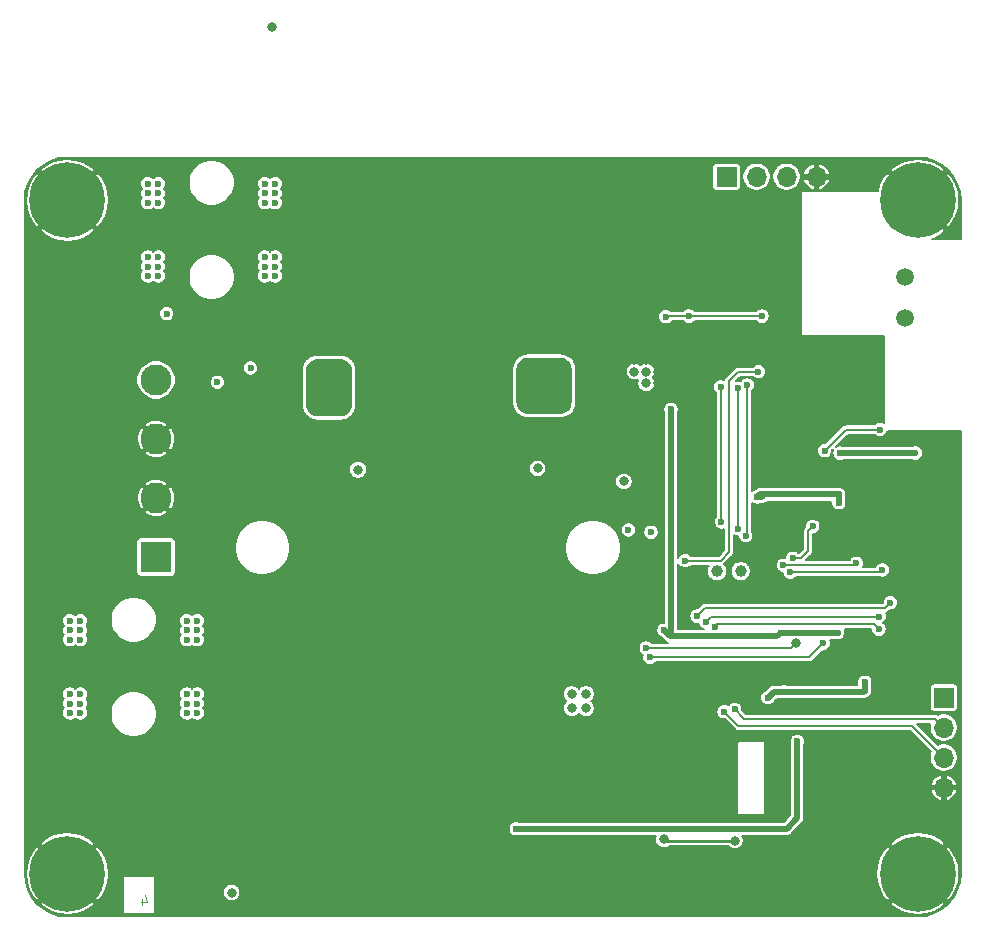
<source format=gbl>
G04 #@! TF.GenerationSoftware,KiCad,Pcbnew,5.1.9+dfsg1-1~bpo10+1*
G04 #@! TF.CreationDate,2021-11-07T18:13:51+00:00*
G04 #@! TF.ProjectId,MPPT_Solar_KiCAD,4d505054-5f53-46f6-9c61-725f4b694341,Rev. 2.1*
G04 #@! TF.SameCoordinates,Original*
G04 #@! TF.FileFunction,Copper,L4,Bot*
G04 #@! TF.FilePolarity,Positive*
%FSLAX46Y46*%
G04 Gerber Fmt 4.6, Leading zero omitted, Abs format (unit mm)*
G04 Created by KiCad (PCBNEW 5.1.9+dfsg1-1~bpo10+1) date 2021-11-07 18:13:51*
%MOMM*%
%LPD*%
G01*
G04 APERTURE LIST*
G04 #@! TA.AperFunction,NonConductor*
%ADD10C,0.100000*%
G04 #@! TD*
G04 #@! TA.AperFunction,ComponentPad*
%ADD11R,2.625000X2.625000*%
G04 #@! TD*
G04 #@! TA.AperFunction,ComponentPad*
%ADD12C,2.625000*%
G04 #@! TD*
G04 #@! TA.AperFunction,SMDPad,CuDef*
%ADD13C,1.000000*%
G04 #@! TD*
G04 #@! TA.AperFunction,ComponentPad*
%ADD14C,1.500000*%
G04 #@! TD*
G04 #@! TA.AperFunction,ComponentPad*
%ADD15O,1.700000X1.700000*%
G04 #@! TD*
G04 #@! TA.AperFunction,ComponentPad*
%ADD16R,1.700000X1.700000*%
G04 #@! TD*
G04 #@! TA.AperFunction,ComponentPad*
%ADD17C,0.800000*%
G04 #@! TD*
G04 #@! TA.AperFunction,ComponentPad*
%ADD18C,6.400000*%
G04 #@! TD*
G04 #@! TA.AperFunction,ViaPad*
%ADD19C,0.800000*%
G04 #@! TD*
G04 #@! TA.AperFunction,ViaPad*
%ADD20C,0.600000*%
G04 #@! TD*
G04 #@! TA.AperFunction,Conductor*
%ADD21C,0.500000*%
G04 #@! TD*
G04 #@! TA.AperFunction,Conductor*
%ADD22C,0.150000*%
G04 #@! TD*
G04 #@! TA.AperFunction,Conductor*
%ADD23C,0.250000*%
G04 #@! TD*
G04 #@! TA.AperFunction,Conductor*
%ADD24C,0.200000*%
G04 #@! TD*
G04 #@! TA.AperFunction,Conductor*
%ADD25C,0.100000*%
G04 #@! TD*
G04 APERTURE END LIST*
D10*
X25347619Y-103128571D02*
X25347619Y-103661904D01*
X25538095Y-102823809D02*
X25728571Y-103395238D01*
X25233333Y-103395238D01*
D11*
X26500000Y-74200000D03*
D12*
X26500000Y-69200000D03*
X26500000Y-64200000D03*
X26500000Y-59200000D03*
D13*
X74000000Y-75400000D03*
X76000000Y-75400000D03*
X72000000Y-75400000D03*
D14*
X89900000Y-54000000D03*
X89900000Y-50500000D03*
D15*
X93200000Y-93720000D03*
X93200000Y-91180000D03*
X93200000Y-88640000D03*
D16*
X93200000Y-86100000D03*
D17*
X92697056Y-42302944D03*
X91000000Y-41600000D03*
X89302944Y-42302944D03*
X88600000Y-44000000D03*
X89302944Y-45697056D03*
X91000000Y-46400000D03*
X92697056Y-45697056D03*
X93400000Y-44000000D03*
D18*
X91000000Y-44000000D03*
D17*
X92697056Y-99302944D03*
X91000000Y-98600000D03*
X89302944Y-99302944D03*
X88600000Y-101000000D03*
X89302944Y-102697056D03*
X91000000Y-103400000D03*
X92697056Y-102697056D03*
X93400000Y-101000000D03*
D18*
X91000000Y-101000000D03*
D17*
X20697056Y-99302944D03*
X19000000Y-98600000D03*
X17302944Y-99302944D03*
X16600000Y-101000000D03*
X17302944Y-102697056D03*
X19000000Y-103400000D03*
X20697056Y-102697056D03*
X21400000Y-101000000D03*
D18*
X19000000Y-101000000D03*
D17*
X20697056Y-42302944D03*
X19000000Y-41600000D03*
X17302944Y-42302944D03*
X16600000Y-44000000D03*
X17302944Y-45697056D03*
X19000000Y-46400000D03*
X20697056Y-45697056D03*
X21400000Y-44000000D03*
D18*
X19000000Y-44000000D03*
D15*
X82420000Y-42000000D03*
X79880000Y-42000000D03*
X77340000Y-42000000D03*
D16*
X74800000Y-42000000D03*
D19*
X36400000Y-60900000D03*
X36400000Y-59900000D03*
X36400000Y-58900000D03*
X36400000Y-57900000D03*
X35400000Y-58900000D03*
X35400000Y-57900000D03*
X35400000Y-59900000D03*
X35400000Y-60900000D03*
D20*
X81900000Y-84200000D03*
X84100000Y-77300000D03*
D19*
X73000000Y-71800000D03*
X63600000Y-101400000D03*
X63600000Y-102400000D03*
X58800000Y-100400000D03*
X59400000Y-101700000D03*
X59600000Y-98300000D03*
X61600000Y-98300000D03*
X37900000Y-55300000D03*
X37900000Y-52300000D03*
X37900000Y-56300000D03*
X38900000Y-55300000D03*
X38900000Y-52300000D03*
X37900000Y-54300000D03*
X38900000Y-56300000D03*
X38900000Y-54300000D03*
X38900000Y-53300000D03*
X37900000Y-53300000D03*
D20*
X68000000Y-84300000D03*
X76600000Y-83300000D03*
X77500000Y-83300000D03*
X80300000Y-67100000D03*
X79600000Y-70700000D03*
X68300000Y-76200000D03*
X71200000Y-75900000D03*
X80900000Y-77400000D03*
X86300000Y-61500000D03*
X94200000Y-64100000D03*
X69900000Y-40700000D03*
X87220783Y-76297669D03*
X85100000Y-80900000D03*
X87500000Y-82000000D03*
D19*
X71700000Y-71800000D03*
X72000000Y-75400000D03*
X78400000Y-77600000D03*
X79500000Y-77600000D03*
X80700000Y-72300000D03*
X90600000Y-72300000D03*
X90600000Y-68000000D03*
X78600000Y-60700000D03*
X80100000Y-57100000D03*
X84700000Y-58000000D03*
X72700000Y-61400000D03*
X82300000Y-58000000D03*
X78900000Y-46200000D03*
X73700000Y-46100000D03*
X69700000Y-45100000D03*
X87500000Y-74100000D03*
X92900000Y-73500000D03*
X73300000Y-87600000D03*
X74400000Y-88900000D03*
X77100000Y-85600000D03*
D20*
X74400000Y-72500000D03*
X63500000Y-64900000D03*
X63500000Y-65900000D03*
X63500000Y-66900000D03*
X63500000Y-67900000D03*
X67900000Y-60700000D03*
X67900000Y-62700000D03*
X67900000Y-61700000D03*
X67900000Y-63700000D03*
X67000000Y-64800000D03*
D19*
X68600000Y-55300000D03*
X69000000Y-58500000D03*
X69000000Y-59500000D03*
X56900000Y-45700000D03*
X56900000Y-44500000D03*
X56900000Y-43300000D03*
X56900000Y-42100000D03*
X58100000Y-45700000D03*
X58100000Y-44500000D03*
X58100000Y-43300000D03*
X58100000Y-42100000D03*
X59300000Y-45700000D03*
X59300000Y-44500000D03*
X59300000Y-43300000D03*
X59300000Y-42100000D03*
X49100000Y-45700000D03*
X49100000Y-44500000D03*
X49100000Y-43300000D03*
X49100000Y-42100000D03*
X50300000Y-45700000D03*
X50300000Y-44500000D03*
X50300000Y-43300000D03*
X50300000Y-42100000D03*
X51500000Y-45700000D03*
X51500000Y-44500000D03*
X51500000Y-43300000D03*
X51500000Y-42100000D03*
X65900000Y-44500000D03*
X63500000Y-44500000D03*
X64700000Y-44500000D03*
X64700000Y-42100000D03*
X64700000Y-43300000D03*
X65900000Y-43300000D03*
X64700000Y-45700000D03*
X65900000Y-45700000D03*
X65900000Y-42100000D03*
X63500000Y-43300000D03*
X63500000Y-42100000D03*
X63500000Y-45700000D03*
X43800000Y-43300000D03*
X43800000Y-42100000D03*
X45000000Y-42100000D03*
X45000000Y-43300000D03*
X19200000Y-58600000D03*
X21200000Y-58600000D03*
X23200000Y-58600000D03*
X19200000Y-60600000D03*
X21200000Y-60600000D03*
X23200000Y-60600000D03*
X19200000Y-62600000D03*
X21200000Y-62600000D03*
X23200000Y-62600000D03*
X19200000Y-64600000D03*
X21200000Y-64600000D03*
X23200000Y-64600000D03*
X19200000Y-66600000D03*
X21200000Y-66600000D03*
X23200000Y-66600000D03*
X19200000Y-68600000D03*
X21200000Y-68600000D03*
X23200000Y-68600000D03*
X19200000Y-70600000D03*
X21200000Y-70600000D03*
X23200000Y-70600000D03*
X19200000Y-72600000D03*
X21200000Y-72600000D03*
X23200000Y-72600000D03*
X37500000Y-91300000D03*
X35100000Y-90100000D03*
X36300000Y-91300000D03*
X37500000Y-92500000D03*
X37500000Y-88900000D03*
X35100000Y-92500000D03*
X35100000Y-88900000D03*
X35100000Y-91300000D03*
X36300000Y-92500000D03*
X36300000Y-88900000D03*
X37500000Y-90100000D03*
X36300000Y-90100000D03*
X36300000Y-97200000D03*
X37500000Y-98400000D03*
X37500000Y-99600000D03*
X38700000Y-97200000D03*
X36300000Y-99600000D03*
X36300000Y-98400000D03*
X37500000Y-97200000D03*
X35100000Y-98400000D03*
X38700000Y-98400000D03*
X35100000Y-97200000D03*
X38700000Y-99600000D03*
X35100000Y-99600000D03*
X61700000Y-88200000D03*
X62900000Y-88200000D03*
X64100000Y-88200000D03*
X64100000Y-85800000D03*
X65300000Y-87000000D03*
X65300000Y-85800000D03*
X64100000Y-87000000D03*
X65300000Y-88200000D03*
X63200000Y-95500000D03*
X60800000Y-94300000D03*
X64400000Y-93100000D03*
X60800000Y-93100000D03*
X62000000Y-93100000D03*
X62000000Y-94300000D03*
X64400000Y-95500000D03*
X60800000Y-95500000D03*
X62000000Y-95500000D03*
X63200000Y-93100000D03*
X64400000Y-94300000D03*
X63200000Y-94300000D03*
X38700000Y-84200000D03*
X38700000Y-85400000D03*
X35100000Y-85400000D03*
X37500000Y-86600000D03*
X37500000Y-84200000D03*
X36300000Y-85400000D03*
X36300000Y-84200000D03*
X37500000Y-85400000D03*
X36300000Y-86600000D03*
X35100000Y-84200000D03*
X35100000Y-86600000D03*
X38700000Y-86600000D03*
X39900000Y-55300000D03*
X40900000Y-54300000D03*
X40900000Y-53300000D03*
X40900000Y-55300000D03*
X40900000Y-52300000D03*
X39900000Y-52300000D03*
X39900000Y-53300000D03*
X39900000Y-56300000D03*
X39900000Y-54300000D03*
X40900000Y-56300000D03*
X21400000Y-97100000D03*
X22600000Y-95900000D03*
X23800000Y-95900000D03*
X21400000Y-95900000D03*
X19000000Y-56000000D03*
X23000000Y-56000000D03*
X75000000Y-102300000D03*
X75000000Y-103500000D03*
X73800000Y-103500000D03*
X73800000Y-102300000D03*
X79800000Y-103300000D03*
X81000000Y-103300000D03*
X81000000Y-102100000D03*
X79800000Y-102100000D03*
X85600000Y-102100000D03*
X85600000Y-103300000D03*
X86800000Y-102100000D03*
X86800000Y-103300000D03*
X90400000Y-84800000D03*
X83600000Y-95500000D03*
X84500000Y-95500000D03*
X40300000Y-74000000D03*
X40400000Y-66200000D03*
X56300000Y-65700000D03*
X58500000Y-75700000D03*
X51900000Y-73200000D03*
X42800000Y-77900000D03*
X60600000Y-80000000D03*
X37400000Y-78600000D03*
D20*
X66900000Y-77800000D03*
X66900000Y-79400000D03*
D19*
X79700000Y-58600000D03*
X68500000Y-46250000D03*
X68500000Y-47250000D03*
X68500000Y-48250000D03*
X68500000Y-49250000D03*
X68500000Y-50250000D03*
X68500000Y-51250000D03*
X68500000Y-52250000D03*
X68500000Y-53250000D03*
X68500000Y-54250000D03*
X64900000Y-82150000D03*
X65900000Y-81150000D03*
X65900000Y-82150000D03*
X64900000Y-81150000D03*
D20*
X83450000Y-67100000D03*
X87150000Y-69550000D03*
X86250000Y-64500000D03*
D19*
X27800000Y-98300000D03*
D20*
X67400000Y-72200000D03*
X31100000Y-60100000D03*
D19*
X32600000Y-71700000D03*
X32600000Y-72700000D03*
X27500000Y-61800000D03*
X25500000Y-61800000D03*
X27500000Y-66600000D03*
X25500000Y-66600000D03*
X27500000Y-71600000D03*
X25500000Y-71600000D03*
X59900000Y-99800000D03*
X55100000Y-97400000D03*
X55100000Y-96200000D03*
X55100000Y-95000000D03*
X53800000Y-94100000D03*
X55100000Y-93900000D03*
D20*
X68800000Y-63700000D03*
X68800000Y-62700000D03*
X68800000Y-61700000D03*
X68800000Y-60700000D03*
D19*
X68000000Y-57500000D03*
X68000000Y-56500000D03*
X69000000Y-56500000D03*
X69000000Y-57500000D03*
X67500000Y-55300000D03*
X66300000Y-54800000D03*
X67300000Y-54000000D03*
X64900000Y-53100000D03*
X65000000Y-48400000D03*
X58000000Y-48400000D03*
X67000000Y-57500000D03*
X67000000Y-56500000D03*
D20*
X63500000Y-62900000D03*
X63500000Y-63900000D03*
D19*
X40300000Y-84200000D03*
X71300000Y-91700000D03*
X70300000Y-91700000D03*
X70300000Y-90700000D03*
X71300000Y-90700000D03*
X36300000Y-29300000D03*
X72700000Y-60200000D03*
X71600000Y-60200000D03*
X71700000Y-73000000D03*
D20*
X76699978Y-76600000D03*
D19*
X73000000Y-73000000D03*
X17300000Y-83500000D03*
X26900000Y-83300000D03*
X66200000Y-100400000D03*
X36700000Y-103900000D03*
X44700000Y-103900000D03*
X74300000Y-56400000D03*
D20*
X33200000Y-63500000D03*
X32400000Y-63500000D03*
X31000000Y-63500000D03*
D19*
X36900000Y-55300000D03*
X36900000Y-52300000D03*
X36900000Y-54300000D03*
X36900000Y-53300000D03*
X36900000Y-56300000D03*
X33400000Y-52100000D03*
X34400000Y-52100000D03*
X35400000Y-52100000D03*
X35900000Y-53300000D03*
D20*
X31700000Y-54700000D03*
X34100000Y-54700000D03*
D19*
X32400000Y-45400000D03*
D20*
X83400000Y-86500000D03*
X83400000Y-87200000D03*
X80800000Y-86500000D03*
X77400000Y-69100000D03*
X78000000Y-68900000D03*
X84300000Y-68900000D03*
X84300000Y-69600000D03*
X79400000Y-80600000D03*
X69500000Y-80400000D03*
X70100000Y-61700000D03*
X57000000Y-97200000D03*
X77800000Y-53800000D03*
X84400000Y-65400000D03*
X90800000Y-65400000D03*
X69650000Y-53850000D03*
X71600000Y-53800000D03*
X80800000Y-89800000D03*
X84200000Y-80599994D03*
X86500000Y-85500000D03*
X86500000Y-84800000D03*
D19*
X75500000Y-98200000D03*
X69500000Y-98100000D03*
D20*
X78300000Y-86100000D03*
X79700000Y-85600004D03*
D19*
X68000000Y-59500000D03*
X43600000Y-66800000D03*
X68000000Y-58500000D03*
X67000000Y-58500000D03*
D20*
X29100000Y-87400000D03*
X29100000Y-86600000D03*
X29100000Y-85800000D03*
X30000000Y-86600000D03*
X30000000Y-87400000D03*
X30000000Y-85800000D03*
X29100000Y-81200000D03*
X30000000Y-81200000D03*
X30000000Y-80400000D03*
X30000000Y-79600000D03*
X29100000Y-80400000D03*
X29100000Y-79600000D03*
D19*
X66100000Y-67800000D03*
D20*
X20100000Y-79600000D03*
X20100000Y-80400000D03*
X19200000Y-79600000D03*
X19200000Y-80400000D03*
X19200000Y-81200000D03*
X20100000Y-81200000D03*
X19200000Y-85800000D03*
X20100000Y-87400000D03*
X20100000Y-85800000D03*
X19200000Y-86600000D03*
X20100000Y-86600000D03*
X19200000Y-87400000D03*
D19*
X32900000Y-102600000D03*
X39800000Y-58000000D03*
X40700000Y-58000000D03*
X41600000Y-58000000D03*
X42500000Y-58000000D03*
X39800000Y-58900000D03*
X40700000Y-58900000D03*
X41600000Y-58900000D03*
X42500000Y-58900000D03*
X39800000Y-59800000D03*
X40700000Y-59800000D03*
X41600000Y-59800000D03*
X42500000Y-59800000D03*
X39800000Y-60700000D03*
X40700000Y-60700000D03*
X41600000Y-60700000D03*
X42500000Y-60700000D03*
X39800000Y-61600000D03*
X40700000Y-61600000D03*
X41600000Y-61600000D03*
X42500000Y-61600000D03*
X62900000Y-85800000D03*
X62900000Y-87000000D03*
X61700000Y-87000000D03*
X61700000Y-85800000D03*
X58800000Y-66700000D03*
D20*
X27400000Y-53600000D03*
X26700000Y-43400000D03*
X25800000Y-43400000D03*
X25800000Y-42600000D03*
X26700000Y-42600000D03*
X25800000Y-44200000D03*
X26700000Y-44200000D03*
X25800000Y-48800000D03*
X26700000Y-48800000D03*
X25800000Y-49600000D03*
X26700000Y-49600000D03*
X25800000Y-50400000D03*
X26700000Y-50400000D03*
X80400000Y-74300000D03*
X82100000Y-71600000D03*
X83100000Y-65200000D03*
X87800000Y-63400000D03*
D19*
X80700000Y-81500000D03*
D20*
X68000000Y-81900000D03*
X68300000Y-82700000D03*
X83000000Y-81500000D03*
X74600000Y-87300000D03*
X75500000Y-87100000D03*
X76553553Y-59638603D03*
X76424990Y-72379950D03*
X75799988Y-59924990D03*
X75800000Y-71800000D03*
X74300000Y-59800000D03*
X74369227Y-71218653D03*
X77500000Y-58500000D03*
X71300000Y-74500000D03*
X73064484Y-79675010D03*
X87732643Y-79232643D03*
X88670255Y-78063856D03*
X72300000Y-79200000D03*
X80200000Y-75500000D03*
X87999988Y-75300000D03*
X85800000Y-74724990D03*
X79615533Y-74893872D03*
X87699992Y-80300000D03*
X73800000Y-80100000D03*
X34500000Y-58200000D03*
X68400000Y-72100000D03*
X31700000Y-59400000D03*
X66500000Y-71900000D03*
D19*
X76000000Y-75400000D03*
X74000000Y-75400000D03*
X57600000Y-57900000D03*
X58500000Y-57900000D03*
X59400000Y-57900000D03*
X60300000Y-57900000D03*
X61200000Y-57900000D03*
X57600000Y-58800000D03*
X58500000Y-58800000D03*
X59400000Y-58800000D03*
X60300000Y-58800000D03*
X61200000Y-58800000D03*
X57600000Y-59700000D03*
X58500000Y-59700000D03*
X59400000Y-59700000D03*
X60300000Y-59700000D03*
X61200000Y-59700000D03*
X57600000Y-60600000D03*
X58500000Y-60600000D03*
X59400000Y-60600000D03*
X60300000Y-60600000D03*
X61200000Y-60600000D03*
X57600000Y-61500000D03*
X58500000Y-61500000D03*
X59400000Y-61500000D03*
X60300000Y-61500000D03*
X61200000Y-61500000D03*
D20*
X35700000Y-44200000D03*
X35700000Y-43400000D03*
X36600000Y-44200000D03*
X36600000Y-42600000D03*
X35700000Y-42600000D03*
X36600000Y-43400000D03*
X36600000Y-48800000D03*
X36600000Y-50400000D03*
X35700000Y-48800000D03*
X35700000Y-50400000D03*
X35700000Y-49600000D03*
X36600000Y-49600000D03*
D21*
X77800000Y-69100000D02*
X78000000Y-68900000D01*
X77400000Y-69100000D02*
X77800000Y-69100000D01*
X77600000Y-68900000D02*
X77400000Y-69100000D01*
X78000000Y-68900000D02*
X77600000Y-68900000D01*
X78000000Y-68900000D02*
X84300000Y-68900000D01*
X84300000Y-69600000D02*
X84300000Y-68900000D01*
X69500000Y-80400000D02*
X70000000Y-80900000D01*
X79100001Y-80899999D02*
X79400000Y-80600000D01*
X70100000Y-80700000D02*
X70299999Y-80899999D01*
X70100000Y-61700000D02*
X70100000Y-80700000D01*
X70299999Y-80899999D02*
X79100001Y-80899999D01*
X70000000Y-80900000D02*
X70299999Y-80899999D01*
X84400000Y-65400000D02*
X90800000Y-65400000D01*
D22*
X69700000Y-53800000D02*
X69650000Y-53850000D01*
X71600000Y-53800000D02*
X69700000Y-53800000D01*
X77800000Y-53800000D02*
X71600000Y-53800000D01*
D21*
X57000000Y-97200000D02*
X77300000Y-97200000D01*
X77300000Y-97200000D02*
X79900000Y-97200000D01*
X80800000Y-96300000D02*
X80800000Y-89800000D01*
X79900000Y-97200000D02*
X80800000Y-96300000D01*
X79400000Y-80600000D02*
X84100000Y-80600000D01*
X84100000Y-80600000D02*
X84199994Y-80600000D01*
X84199994Y-80600000D02*
X84200000Y-80599994D01*
X86500000Y-84800000D02*
X86500000Y-85500000D01*
D23*
X69600000Y-98200000D02*
X69500000Y-98100000D01*
X75500000Y-98200000D02*
X69600000Y-98200000D01*
D21*
X78300000Y-86100000D02*
X78799996Y-85600004D01*
X78799996Y-85600004D02*
X79700000Y-85600004D01*
X79700004Y-85600000D02*
X79700000Y-85600004D01*
X86400000Y-85600000D02*
X79700004Y-85600000D01*
X86500000Y-85500000D02*
X86400000Y-85600000D01*
D22*
X80400000Y-74300000D02*
X81100000Y-74300000D01*
X81100000Y-74300000D02*
X81700000Y-73700000D01*
X81700000Y-72000000D02*
X82100000Y-71600000D01*
X81700000Y-73700000D02*
X81700000Y-72000000D01*
X84900000Y-63400000D02*
X87800000Y-63400000D01*
X83100000Y-65200000D02*
X84900000Y-63400000D01*
X80300000Y-81900000D02*
X80700000Y-81500000D01*
X68000000Y-81900000D02*
X80300000Y-81900000D01*
X68500000Y-82500000D02*
X68300000Y-82700000D01*
X83000000Y-81500000D02*
X82900000Y-81600000D01*
X81800000Y-82700000D02*
X83000000Y-81500000D01*
X68300000Y-82700000D02*
X81800000Y-82700000D01*
X92700000Y-90800000D02*
X92700000Y-91180000D01*
X90520000Y-88500000D02*
X93200000Y-91180000D01*
X75800000Y-88500000D02*
X90520000Y-88500000D01*
X74600000Y-87300000D02*
X75800000Y-88500000D01*
X92460000Y-87900000D02*
X93200000Y-88640000D01*
X76300000Y-87900000D02*
X92460000Y-87900000D01*
X75500000Y-87100000D02*
X76300000Y-87900000D01*
X76553553Y-59638603D02*
X76553553Y-72251387D01*
X76553553Y-72251387D02*
X76424990Y-72379950D01*
X75799988Y-59924990D02*
X75799988Y-71799988D01*
X75799988Y-71799988D02*
X75800000Y-71800000D01*
X74300000Y-71149426D02*
X74369227Y-71218653D01*
X74300000Y-59800000D02*
X74300000Y-71149426D01*
X77500000Y-58500000D02*
X75800000Y-58500000D01*
X75800000Y-58500000D02*
X75000000Y-59300000D01*
X75000000Y-59300000D02*
X75000000Y-73800000D01*
X74300000Y-74500000D02*
X71300000Y-74500000D01*
X75000000Y-73800000D02*
X74300000Y-74500000D01*
X73064484Y-79675010D02*
X73506851Y-79232643D01*
X73506851Y-79232643D02*
X87732643Y-79232643D01*
X72300000Y-79200000D02*
X73000000Y-78500000D01*
X88234111Y-78500000D02*
X88670255Y-78063856D01*
X73000000Y-78500000D02*
X88234111Y-78500000D01*
X80200000Y-75500000D02*
X87799988Y-75500000D01*
X87799988Y-75500000D02*
X87999988Y-75300000D01*
X85631118Y-74893872D02*
X79615533Y-74893872D01*
X85800000Y-74724990D02*
X85631118Y-74893872D01*
X74000000Y-79900000D02*
X73800000Y-80100000D01*
X87299992Y-79900000D02*
X74000000Y-79900000D01*
X87699992Y-80300000D02*
X87299992Y-79900000D01*
D24*
X91703747Y-40445801D02*
X92380697Y-40650184D01*
X93005050Y-40982159D01*
X93553030Y-41429080D01*
X94003770Y-41973930D01*
X94340097Y-42595954D01*
X94549199Y-43271455D01*
X94624971Y-43992379D01*
X94625001Y-44001014D01*
X94625001Y-47300000D01*
X92176594Y-47300000D01*
X92356893Y-47244638D01*
X92943969Y-46930840D01*
X93325437Y-46537569D01*
X91000000Y-44212132D01*
X90985858Y-44226275D01*
X90773726Y-44014143D01*
X90787868Y-44000000D01*
X91212132Y-44000000D01*
X93537569Y-46325437D01*
X93930840Y-45943969D01*
X94253774Y-45334837D01*
X94451667Y-44674409D01*
X94516915Y-43988063D01*
X94447010Y-43302176D01*
X94244638Y-42643107D01*
X93930840Y-42056031D01*
X93537569Y-41674563D01*
X91212132Y-44000000D01*
X90787868Y-44000000D01*
X88462431Y-41674563D01*
X88069160Y-42056031D01*
X87746226Y-42665163D01*
X87585966Y-43200000D01*
X81200000Y-43200000D01*
X81180491Y-43201921D01*
X81161732Y-43207612D01*
X81144443Y-43216853D01*
X81129289Y-43229289D01*
X81116853Y-43244443D01*
X81107612Y-43261732D01*
X81101921Y-43280491D01*
X81100000Y-43300000D01*
X81100000Y-55400000D01*
X81101921Y-55419509D01*
X81107612Y-55438268D01*
X81116853Y-55455557D01*
X81129289Y-55470711D01*
X81144443Y-55483147D01*
X81161732Y-55492388D01*
X81180491Y-55498079D01*
X81200000Y-55500000D01*
X88100000Y-55500000D01*
X88100000Y-62820710D01*
X87989598Y-62774979D01*
X87864019Y-62750000D01*
X87735981Y-62750000D01*
X87610402Y-62774979D01*
X87492110Y-62823978D01*
X87385649Y-62895112D01*
X87305761Y-62975000D01*
X84920866Y-62975000D01*
X84899999Y-62972945D01*
X84879132Y-62975000D01*
X84879126Y-62975000D01*
X84825098Y-62980321D01*
X84816685Y-62981150D01*
X84792383Y-62988522D01*
X84736573Y-63005452D01*
X84662740Y-63044916D01*
X84598026Y-63098026D01*
X84584721Y-63114238D01*
X83148960Y-64550000D01*
X83035981Y-64550000D01*
X82910402Y-64574979D01*
X82792110Y-64623978D01*
X82685649Y-64695112D01*
X82595112Y-64785649D01*
X82523978Y-64892110D01*
X82474979Y-65010402D01*
X82450000Y-65135981D01*
X82450000Y-65264019D01*
X82474979Y-65389598D01*
X82523978Y-65507890D01*
X82595112Y-65614351D01*
X82685649Y-65704888D01*
X82792110Y-65776022D01*
X82910402Y-65825021D01*
X83035981Y-65850000D01*
X83164019Y-65850000D01*
X83289598Y-65825021D01*
X83407890Y-65776022D01*
X83514351Y-65704888D01*
X83604888Y-65614351D01*
X83676022Y-65507890D01*
X83725021Y-65389598D01*
X83750000Y-65264019D01*
X83750000Y-65151040D01*
X83854278Y-65046762D01*
X83823978Y-65092110D01*
X83774979Y-65210402D01*
X83750000Y-65335981D01*
X83750000Y-65464019D01*
X83774979Y-65589598D01*
X83823978Y-65707890D01*
X83895112Y-65814351D01*
X83985649Y-65904888D01*
X84092110Y-65976022D01*
X84210402Y-66025021D01*
X84335981Y-66050000D01*
X84464019Y-66050000D01*
X84589598Y-66025021D01*
X84650003Y-66000000D01*
X90549997Y-66000000D01*
X90610402Y-66025021D01*
X90735981Y-66050000D01*
X90864019Y-66050000D01*
X90989598Y-66025021D01*
X91107890Y-65976022D01*
X91214351Y-65904888D01*
X91304888Y-65814351D01*
X91376022Y-65707890D01*
X91425021Y-65589598D01*
X91450000Y-65464019D01*
X91450000Y-65335981D01*
X91425021Y-65210402D01*
X91376022Y-65092110D01*
X91304888Y-64985649D01*
X91214351Y-64895112D01*
X91107890Y-64823978D01*
X90989598Y-64774979D01*
X90864019Y-64750000D01*
X90735981Y-64750000D01*
X90610402Y-64774979D01*
X90549997Y-64800000D01*
X84650003Y-64800000D01*
X84589598Y-64774979D01*
X84464019Y-64750000D01*
X84335981Y-64750000D01*
X84210402Y-64774979D01*
X84092110Y-64823978D01*
X84046763Y-64854278D01*
X85076041Y-63825000D01*
X87305761Y-63825000D01*
X87385649Y-63904888D01*
X87492110Y-63976022D01*
X87610402Y-64025021D01*
X87735981Y-64050000D01*
X87864019Y-64050000D01*
X87989598Y-64025021D01*
X88107890Y-63976022D01*
X88214351Y-63904888D01*
X88304888Y-63814351D01*
X88376022Y-63707890D01*
X88425021Y-63589598D01*
X88442843Y-63500000D01*
X94625001Y-63500000D01*
X94625000Y-100981662D01*
X94554199Y-101703747D01*
X94349816Y-102380697D01*
X94017844Y-103005045D01*
X93570920Y-103553030D01*
X93026066Y-104003772D01*
X92404047Y-104340097D01*
X91728550Y-104549198D01*
X91007622Y-104624971D01*
X90999273Y-104625000D01*
X19018338Y-104625000D01*
X18296253Y-104554199D01*
X17619303Y-104349816D01*
X16994955Y-104017844D01*
X16446970Y-103570920D01*
X16419380Y-103537569D01*
X16674563Y-103537569D01*
X17056031Y-103930840D01*
X17665163Y-104253774D01*
X18325591Y-104451667D01*
X19011937Y-104516915D01*
X19697824Y-104447010D01*
X20356893Y-104244638D01*
X20943969Y-103930840D01*
X21325437Y-103537569D01*
X19000000Y-101212132D01*
X16674563Y-103537569D01*
X16419380Y-103537569D01*
X15996228Y-103026066D01*
X15659903Y-102404047D01*
X15450802Y-101728550D01*
X15375483Y-101011937D01*
X15483085Y-101011937D01*
X15552990Y-101697824D01*
X15755362Y-102356893D01*
X16069160Y-102943969D01*
X16462431Y-103325437D01*
X18787868Y-101000000D01*
X19212132Y-101000000D01*
X21537569Y-103325437D01*
X21930840Y-102943969D01*
X22253774Y-102334837D01*
X22451667Y-101674409D01*
X22487260Y-101300000D01*
X23700000Y-101300000D01*
X23700000Y-104300000D01*
X23701921Y-104319509D01*
X23707612Y-104338268D01*
X23716853Y-104355557D01*
X23729289Y-104370711D01*
X23744443Y-104383147D01*
X23761732Y-104392388D01*
X23780491Y-104398079D01*
X23800000Y-104400000D01*
X26300000Y-104400000D01*
X26319509Y-104398079D01*
X26338268Y-104392388D01*
X26355557Y-104383147D01*
X26370711Y-104370711D01*
X26383147Y-104355557D01*
X26392388Y-104338268D01*
X26398079Y-104319509D01*
X26400000Y-104300000D01*
X26400000Y-103537569D01*
X88674563Y-103537569D01*
X89056031Y-103930840D01*
X89665163Y-104253774D01*
X90325591Y-104451667D01*
X91011937Y-104516915D01*
X91697824Y-104447010D01*
X92356893Y-104244638D01*
X92943969Y-103930840D01*
X93325437Y-103537569D01*
X91000000Y-101212132D01*
X88674563Y-103537569D01*
X26400000Y-103537569D01*
X26400000Y-102526131D01*
X32150000Y-102526131D01*
X32150000Y-102673869D01*
X32178822Y-102818767D01*
X32235359Y-102955258D01*
X32317437Y-103078097D01*
X32421903Y-103182563D01*
X32544742Y-103264641D01*
X32681233Y-103321178D01*
X32826131Y-103350000D01*
X32973869Y-103350000D01*
X33118767Y-103321178D01*
X33255258Y-103264641D01*
X33378097Y-103182563D01*
X33482563Y-103078097D01*
X33564641Y-102955258D01*
X33621178Y-102818767D01*
X33650000Y-102673869D01*
X33650000Y-102526131D01*
X33621178Y-102381233D01*
X33564641Y-102244742D01*
X33482563Y-102121903D01*
X33378097Y-102017437D01*
X33255258Y-101935359D01*
X33118767Y-101878822D01*
X32973869Y-101850000D01*
X32826131Y-101850000D01*
X32681233Y-101878822D01*
X32544742Y-101935359D01*
X32421903Y-102017437D01*
X32317437Y-102121903D01*
X32235359Y-102244742D01*
X32178822Y-102381233D01*
X32150000Y-102526131D01*
X26400000Y-102526131D01*
X26400000Y-101300000D01*
X26398079Y-101280491D01*
X26392388Y-101261732D01*
X26383147Y-101244443D01*
X26370711Y-101229289D01*
X26355557Y-101216853D01*
X26338268Y-101207612D01*
X26319509Y-101201921D01*
X26300000Y-101200000D01*
X23800000Y-101200000D01*
X23780491Y-101201921D01*
X23761732Y-101207612D01*
X23744443Y-101216853D01*
X23729289Y-101229289D01*
X23716853Y-101244443D01*
X23707612Y-101261732D01*
X23701921Y-101280491D01*
X23700000Y-101300000D01*
X22487260Y-101300000D01*
X22514645Y-101011937D01*
X87483085Y-101011937D01*
X87552990Y-101697824D01*
X87755362Y-102356893D01*
X88069160Y-102943969D01*
X88462431Y-103325437D01*
X90787868Y-101000000D01*
X91212132Y-101000000D01*
X93537569Y-103325437D01*
X93930840Y-102943969D01*
X94253774Y-102334837D01*
X94451667Y-101674409D01*
X94516915Y-100988063D01*
X94447010Y-100302176D01*
X94244638Y-99643107D01*
X93930840Y-99056031D01*
X93537569Y-98674563D01*
X91212132Y-101000000D01*
X90787868Y-101000000D01*
X88462431Y-98674563D01*
X88069160Y-99056031D01*
X87746226Y-99665163D01*
X87548333Y-100325591D01*
X87483085Y-101011937D01*
X22514645Y-101011937D01*
X22516915Y-100988063D01*
X22447010Y-100302176D01*
X22244638Y-99643107D01*
X21930840Y-99056031D01*
X21537569Y-98674563D01*
X19212132Y-101000000D01*
X18787868Y-101000000D01*
X16462431Y-98674563D01*
X16069160Y-99056031D01*
X15746226Y-99665163D01*
X15548333Y-100325591D01*
X15483085Y-101011937D01*
X15375483Y-101011937D01*
X15375029Y-101007622D01*
X15375000Y-100999273D01*
X15375000Y-98462431D01*
X16674563Y-98462431D01*
X19000000Y-100787868D01*
X21325437Y-98462431D01*
X20943969Y-98069160D01*
X20334837Y-97746226D01*
X19674409Y-97548333D01*
X18988063Y-97483085D01*
X18302176Y-97552990D01*
X17643107Y-97755362D01*
X17056031Y-98069160D01*
X16674563Y-98462431D01*
X15375000Y-98462431D01*
X15375000Y-97135981D01*
X56350000Y-97135981D01*
X56350000Y-97264019D01*
X56374979Y-97389598D01*
X56423978Y-97507890D01*
X56495112Y-97614351D01*
X56585649Y-97704888D01*
X56692110Y-97776022D01*
X56810402Y-97825021D01*
X56935981Y-97850000D01*
X57064019Y-97850000D01*
X57189598Y-97825021D01*
X57250003Y-97800000D01*
X68812470Y-97800000D01*
X68778822Y-97881233D01*
X68750000Y-98026131D01*
X68750000Y-98173869D01*
X68778822Y-98318767D01*
X68835359Y-98455258D01*
X68917437Y-98578097D01*
X69021903Y-98682563D01*
X69144742Y-98764641D01*
X69281233Y-98821178D01*
X69426131Y-98850000D01*
X69573869Y-98850000D01*
X69718767Y-98821178D01*
X69855258Y-98764641D01*
X69978097Y-98682563D01*
X69985660Y-98675000D01*
X74915368Y-98675000D01*
X74917437Y-98678097D01*
X75021903Y-98782563D01*
X75144742Y-98864641D01*
X75281233Y-98921178D01*
X75426131Y-98950000D01*
X75573869Y-98950000D01*
X75718767Y-98921178D01*
X75855258Y-98864641D01*
X75978097Y-98782563D01*
X76082563Y-98678097D01*
X76164641Y-98555258D01*
X76203091Y-98462431D01*
X88674563Y-98462431D01*
X91000000Y-100787868D01*
X93325437Y-98462431D01*
X92943969Y-98069160D01*
X92334837Y-97746226D01*
X91674409Y-97548333D01*
X90988063Y-97483085D01*
X90302176Y-97552990D01*
X89643107Y-97755362D01*
X89056031Y-98069160D01*
X88674563Y-98462431D01*
X76203091Y-98462431D01*
X76221178Y-98418767D01*
X76250000Y-98273869D01*
X76250000Y-98126131D01*
X76221178Y-97981233D01*
X76164641Y-97844742D01*
X76134745Y-97800000D01*
X79870526Y-97800000D01*
X79900000Y-97802903D01*
X79929474Y-97800000D01*
X80017621Y-97791318D01*
X80130721Y-97757010D01*
X80234955Y-97701296D01*
X80326317Y-97626317D01*
X80345113Y-97603414D01*
X81203420Y-96745108D01*
X81226317Y-96726317D01*
X81301296Y-96634955D01*
X81357010Y-96530721D01*
X81391318Y-96417621D01*
X81400000Y-96329474D01*
X81400000Y-96329473D01*
X81402903Y-96300001D01*
X81400000Y-96270527D01*
X81400000Y-94046516D01*
X92097328Y-94046516D01*
X92101753Y-94061128D01*
X92189406Y-94268831D01*
X92315896Y-94455442D01*
X92476361Y-94613791D01*
X92664635Y-94737792D01*
X92873483Y-94822680D01*
X93050000Y-94785183D01*
X93050000Y-93870000D01*
X93350000Y-93870000D01*
X93350000Y-94785183D01*
X93526517Y-94822680D01*
X93735365Y-94737792D01*
X93923639Y-94613791D01*
X94084104Y-94455442D01*
X94210594Y-94268831D01*
X94298247Y-94061128D01*
X94302672Y-94046516D01*
X94264483Y-93870000D01*
X93350000Y-93870000D01*
X93050000Y-93870000D01*
X92135517Y-93870000D01*
X92097328Y-94046516D01*
X81400000Y-94046516D01*
X81400000Y-93393484D01*
X92097328Y-93393484D01*
X92135517Y-93570000D01*
X93050000Y-93570000D01*
X93050000Y-92654817D01*
X93350000Y-92654817D01*
X93350000Y-93570000D01*
X94264483Y-93570000D01*
X94302672Y-93393484D01*
X94298247Y-93378872D01*
X94210594Y-93171169D01*
X94084104Y-92984558D01*
X93923639Y-92826209D01*
X93735365Y-92702208D01*
X93526517Y-92617320D01*
X93350000Y-92654817D01*
X93050000Y-92654817D01*
X92873483Y-92617320D01*
X92664635Y-92702208D01*
X92476361Y-92826209D01*
X92315896Y-92984558D01*
X92189406Y-93171169D01*
X92101753Y-93378872D01*
X92097328Y-93393484D01*
X81400000Y-93393484D01*
X81400000Y-90050003D01*
X81425021Y-89989598D01*
X81450000Y-89864019D01*
X81450000Y-89735981D01*
X81425021Y-89610402D01*
X81376022Y-89492110D01*
X81304888Y-89385649D01*
X81214351Y-89295112D01*
X81107890Y-89223978D01*
X80989598Y-89174979D01*
X80864019Y-89150000D01*
X80735981Y-89150000D01*
X80610402Y-89174979D01*
X80492110Y-89223978D01*
X80385649Y-89295112D01*
X80295112Y-89385649D01*
X80223978Y-89492110D01*
X80174979Y-89610402D01*
X80150000Y-89735981D01*
X80150000Y-89864019D01*
X80174979Y-89989598D01*
X80200001Y-90050005D01*
X80200000Y-96051472D01*
X79651473Y-96600000D01*
X57250003Y-96600000D01*
X57189598Y-96574979D01*
X57064019Y-96550000D01*
X56935981Y-96550000D01*
X56810402Y-96574979D01*
X56692110Y-96623978D01*
X56585649Y-96695112D01*
X56495112Y-96785649D01*
X56423978Y-96892110D01*
X56374979Y-97010402D01*
X56350000Y-97135981D01*
X15375000Y-97135981D01*
X15375000Y-89900000D01*
X75700000Y-89900000D01*
X75700000Y-95900000D01*
X75701921Y-95919509D01*
X75707612Y-95938268D01*
X75716853Y-95955557D01*
X75729289Y-95970711D01*
X75744443Y-95983147D01*
X75761732Y-95992388D01*
X75780491Y-95998079D01*
X75800000Y-96000000D01*
X78000000Y-96000000D01*
X78019509Y-95998079D01*
X78038268Y-95992388D01*
X78055557Y-95983147D01*
X78070711Y-95970711D01*
X78083147Y-95955557D01*
X78092388Y-95938268D01*
X78098079Y-95919509D01*
X78100000Y-95900000D01*
X78100000Y-89900000D01*
X78098079Y-89880491D01*
X78092388Y-89861732D01*
X78083147Y-89844443D01*
X78070711Y-89829289D01*
X78055557Y-89816853D01*
X78038268Y-89807612D01*
X78019509Y-89801921D01*
X78000000Y-89800000D01*
X75800000Y-89800000D01*
X75780491Y-89801921D01*
X75761732Y-89807612D01*
X75744443Y-89816853D01*
X75729289Y-89829289D01*
X75716853Y-89844443D01*
X75707612Y-89861732D01*
X75701921Y-89880491D01*
X75700000Y-89900000D01*
X15375000Y-89900000D01*
X15375000Y-85735981D01*
X18550000Y-85735981D01*
X18550000Y-85864019D01*
X18574979Y-85989598D01*
X18623978Y-86107890D01*
X18685523Y-86200000D01*
X18623978Y-86292110D01*
X18574979Y-86410402D01*
X18550000Y-86535981D01*
X18550000Y-86664019D01*
X18574979Y-86789598D01*
X18623978Y-86907890D01*
X18685523Y-87000000D01*
X18623978Y-87092110D01*
X18574979Y-87210402D01*
X18550000Y-87335981D01*
X18550000Y-87464019D01*
X18574979Y-87589598D01*
X18623978Y-87707890D01*
X18695112Y-87814351D01*
X18785649Y-87904888D01*
X18892110Y-87976022D01*
X19010402Y-88025021D01*
X19135981Y-88050000D01*
X19264019Y-88050000D01*
X19389598Y-88025021D01*
X19507890Y-87976022D01*
X19614351Y-87904888D01*
X19650000Y-87869239D01*
X19685649Y-87904888D01*
X19792110Y-87976022D01*
X19910402Y-88025021D01*
X20035981Y-88050000D01*
X20164019Y-88050000D01*
X20289598Y-88025021D01*
X20407890Y-87976022D01*
X20514351Y-87904888D01*
X20604888Y-87814351D01*
X20676022Y-87707890D01*
X20725021Y-87589598D01*
X20750000Y-87464019D01*
X20750000Y-87335981D01*
X20744423Y-87307942D01*
X22650000Y-87307942D01*
X22650000Y-87692058D01*
X22724938Y-88068794D01*
X22871933Y-88423671D01*
X23085336Y-88743052D01*
X23356948Y-89014664D01*
X23676329Y-89228067D01*
X24031206Y-89375062D01*
X24407942Y-89450000D01*
X24792058Y-89450000D01*
X25168794Y-89375062D01*
X25523671Y-89228067D01*
X25843052Y-89014664D01*
X26114664Y-88743052D01*
X26328067Y-88423671D01*
X26475062Y-88068794D01*
X26550000Y-87692058D01*
X26550000Y-87307942D01*
X26475062Y-86931206D01*
X26328067Y-86576329D01*
X26114664Y-86256948D01*
X25843052Y-85985336D01*
X25523671Y-85771933D01*
X25436876Y-85735981D01*
X28450000Y-85735981D01*
X28450000Y-85864019D01*
X28474979Y-85989598D01*
X28523978Y-86107890D01*
X28585523Y-86200000D01*
X28523978Y-86292110D01*
X28474979Y-86410402D01*
X28450000Y-86535981D01*
X28450000Y-86664019D01*
X28474979Y-86789598D01*
X28523978Y-86907890D01*
X28585523Y-87000000D01*
X28523978Y-87092110D01*
X28474979Y-87210402D01*
X28450000Y-87335981D01*
X28450000Y-87464019D01*
X28474979Y-87589598D01*
X28523978Y-87707890D01*
X28595112Y-87814351D01*
X28685649Y-87904888D01*
X28792110Y-87976022D01*
X28910402Y-88025021D01*
X29035981Y-88050000D01*
X29164019Y-88050000D01*
X29289598Y-88025021D01*
X29407890Y-87976022D01*
X29514351Y-87904888D01*
X29550000Y-87869239D01*
X29585649Y-87904888D01*
X29692110Y-87976022D01*
X29810402Y-88025021D01*
X29935981Y-88050000D01*
X30064019Y-88050000D01*
X30189598Y-88025021D01*
X30307890Y-87976022D01*
X30414351Y-87904888D01*
X30504888Y-87814351D01*
X30576022Y-87707890D01*
X30625021Y-87589598D01*
X30650000Y-87464019D01*
X30650000Y-87335981D01*
X30625021Y-87210402D01*
X30576022Y-87092110D01*
X30514477Y-87000000D01*
X30576022Y-86907890D01*
X30625021Y-86789598D01*
X30650000Y-86664019D01*
X30650000Y-86535981D01*
X30625021Y-86410402D01*
X30576022Y-86292110D01*
X30514477Y-86200000D01*
X30576022Y-86107890D01*
X30625021Y-85989598D01*
X30650000Y-85864019D01*
X30650000Y-85735981D01*
X30648041Y-85726131D01*
X60950000Y-85726131D01*
X60950000Y-85873869D01*
X60978822Y-86018767D01*
X61035359Y-86155258D01*
X61117437Y-86278097D01*
X61221903Y-86382563D01*
X61247999Y-86400000D01*
X61221903Y-86417437D01*
X61117437Y-86521903D01*
X61035359Y-86644742D01*
X60978822Y-86781233D01*
X60950000Y-86926131D01*
X60950000Y-87073869D01*
X60978822Y-87218767D01*
X61035359Y-87355258D01*
X61117437Y-87478097D01*
X61221903Y-87582563D01*
X61344742Y-87664641D01*
X61481233Y-87721178D01*
X61626131Y-87750000D01*
X61773869Y-87750000D01*
X61918767Y-87721178D01*
X62055258Y-87664641D01*
X62178097Y-87582563D01*
X62282563Y-87478097D01*
X62300000Y-87452001D01*
X62317437Y-87478097D01*
X62421903Y-87582563D01*
X62544742Y-87664641D01*
X62681233Y-87721178D01*
X62826131Y-87750000D01*
X62973869Y-87750000D01*
X63118767Y-87721178D01*
X63255258Y-87664641D01*
X63378097Y-87582563D01*
X63482563Y-87478097D01*
X63564641Y-87355258D01*
X63614047Y-87235981D01*
X73950000Y-87235981D01*
X73950000Y-87364019D01*
X73974979Y-87489598D01*
X74023978Y-87607890D01*
X74095112Y-87714351D01*
X74185649Y-87804888D01*
X74292110Y-87876022D01*
X74410402Y-87925021D01*
X74535981Y-87950000D01*
X74648960Y-87950000D01*
X75484719Y-88785760D01*
X75498026Y-88801974D01*
X75562740Y-88855084D01*
X75636573Y-88894548D01*
X75692383Y-88911478D01*
X75716685Y-88918850D01*
X75725098Y-88919679D01*
X75779126Y-88925000D01*
X75779132Y-88925000D01*
X75799999Y-88927055D01*
X75820866Y-88925000D01*
X90343960Y-88925000D01*
X92105519Y-90686560D01*
X92046116Y-90829973D01*
X92000000Y-91061810D01*
X92000000Y-91298190D01*
X92046116Y-91530027D01*
X92136574Y-91748413D01*
X92267899Y-91944955D01*
X92435045Y-92112101D01*
X92631587Y-92243426D01*
X92849973Y-92333884D01*
X93081810Y-92380000D01*
X93318190Y-92380000D01*
X93550027Y-92333884D01*
X93768413Y-92243426D01*
X93964955Y-92112101D01*
X94132101Y-91944955D01*
X94263426Y-91748413D01*
X94353884Y-91530027D01*
X94400000Y-91298190D01*
X94400000Y-91061810D01*
X94353884Y-90829973D01*
X94263426Y-90611587D01*
X94132101Y-90415045D01*
X93964955Y-90247899D01*
X93768413Y-90116574D01*
X93550027Y-90026116D01*
X93318190Y-89980000D01*
X93081810Y-89980000D01*
X92849973Y-90026116D01*
X92706560Y-90085519D01*
X90946040Y-88325000D01*
X92039149Y-88325000D01*
X92000000Y-88521810D01*
X92000000Y-88758190D01*
X92046116Y-88990027D01*
X92136574Y-89208413D01*
X92267899Y-89404955D01*
X92435045Y-89572101D01*
X92631587Y-89703426D01*
X92849973Y-89793884D01*
X93081810Y-89840000D01*
X93318190Y-89840000D01*
X93550027Y-89793884D01*
X93768413Y-89703426D01*
X93964955Y-89572101D01*
X94132101Y-89404955D01*
X94263426Y-89208413D01*
X94353884Y-88990027D01*
X94400000Y-88758190D01*
X94400000Y-88521810D01*
X94353884Y-88289973D01*
X94263426Y-88071587D01*
X94132101Y-87875045D01*
X93964955Y-87707899D01*
X93768413Y-87576574D01*
X93550027Y-87486116D01*
X93318190Y-87440000D01*
X93081810Y-87440000D01*
X92849973Y-87486116D01*
X92700868Y-87547877D01*
X92697260Y-87544916D01*
X92623427Y-87505452D01*
X92543314Y-87481150D01*
X92480874Y-87475000D01*
X92480867Y-87475000D01*
X92460000Y-87472945D01*
X92439133Y-87475000D01*
X76476041Y-87475000D01*
X76150000Y-87148960D01*
X76150000Y-87035981D01*
X76125021Y-86910402D01*
X76076022Y-86792110D01*
X76004888Y-86685649D01*
X75914351Y-86595112D01*
X75807890Y-86523978D01*
X75689598Y-86474979D01*
X75564019Y-86450000D01*
X75435981Y-86450000D01*
X75310402Y-86474979D01*
X75192110Y-86523978D01*
X75085649Y-86595112D01*
X74995112Y-86685649D01*
X74950485Y-86752439D01*
X74907890Y-86723978D01*
X74789598Y-86674979D01*
X74664019Y-86650000D01*
X74535981Y-86650000D01*
X74410402Y-86674979D01*
X74292110Y-86723978D01*
X74185649Y-86795112D01*
X74095112Y-86885649D01*
X74023978Y-86992110D01*
X73974979Y-87110402D01*
X73950000Y-87235981D01*
X63614047Y-87235981D01*
X63621178Y-87218767D01*
X63650000Y-87073869D01*
X63650000Y-86926131D01*
X63621178Y-86781233D01*
X63564641Y-86644742D01*
X63482563Y-86521903D01*
X63378097Y-86417437D01*
X63352001Y-86400000D01*
X63378097Y-86382563D01*
X63482563Y-86278097D01*
X63564641Y-86155258D01*
X63614047Y-86035981D01*
X77650000Y-86035981D01*
X77650000Y-86164019D01*
X77674979Y-86289598D01*
X77723978Y-86407890D01*
X77795112Y-86514351D01*
X77885649Y-86604888D01*
X77992110Y-86676022D01*
X78110402Y-86725021D01*
X78235981Y-86750000D01*
X78364019Y-86750000D01*
X78489598Y-86725021D01*
X78607890Y-86676022D01*
X78714351Y-86604888D01*
X78804888Y-86514351D01*
X78876022Y-86407890D01*
X78901043Y-86347484D01*
X79048524Y-86200004D01*
X79449997Y-86200004D01*
X79510402Y-86225025D01*
X79635981Y-86250004D01*
X79764019Y-86250004D01*
X79889598Y-86225025D01*
X79950013Y-86200000D01*
X86370526Y-86200000D01*
X86400000Y-86202903D01*
X86429474Y-86200000D01*
X86517621Y-86191318D01*
X86630721Y-86157010D01*
X86693910Y-86123235D01*
X86807890Y-86076022D01*
X86914351Y-86004888D01*
X87004888Y-85914351D01*
X87076022Y-85807890D01*
X87125021Y-85689598D01*
X87150000Y-85564019D01*
X87150000Y-85435981D01*
X87125021Y-85310402D01*
X87100002Y-85250000D01*
X91998307Y-85250000D01*
X91998307Y-86950000D01*
X92005065Y-87018612D01*
X92025078Y-87084587D01*
X92057578Y-87145390D01*
X92101315Y-87198685D01*
X92154610Y-87242422D01*
X92215413Y-87274922D01*
X92281388Y-87294935D01*
X92350000Y-87301693D01*
X94050000Y-87301693D01*
X94118612Y-87294935D01*
X94184587Y-87274922D01*
X94245390Y-87242422D01*
X94298685Y-87198685D01*
X94342422Y-87145390D01*
X94374922Y-87084587D01*
X94394935Y-87018612D01*
X94401693Y-86950000D01*
X94401693Y-85250000D01*
X94394935Y-85181388D01*
X94374922Y-85115413D01*
X94342422Y-85054610D01*
X94298685Y-85001315D01*
X94245390Y-84957578D01*
X94184587Y-84925078D01*
X94118612Y-84905065D01*
X94050000Y-84898307D01*
X92350000Y-84898307D01*
X92281388Y-84905065D01*
X92215413Y-84925078D01*
X92154610Y-84957578D01*
X92101315Y-85001315D01*
X92057578Y-85054610D01*
X92025078Y-85115413D01*
X92005065Y-85181388D01*
X91998307Y-85250000D01*
X87100002Y-85250000D01*
X87100000Y-85249997D01*
X87100000Y-85050003D01*
X87125021Y-84989598D01*
X87150000Y-84864019D01*
X87150000Y-84735981D01*
X87125021Y-84610402D01*
X87076022Y-84492110D01*
X87004888Y-84385649D01*
X86914351Y-84295112D01*
X86807890Y-84223978D01*
X86689598Y-84174979D01*
X86564019Y-84150000D01*
X86435981Y-84150000D01*
X86310402Y-84174979D01*
X86192110Y-84223978D01*
X86085649Y-84295112D01*
X85995112Y-84385649D01*
X85923978Y-84492110D01*
X85874979Y-84610402D01*
X85850000Y-84735981D01*
X85850000Y-84864019D01*
X85874979Y-84989598D01*
X85879288Y-85000000D01*
X79949993Y-85000000D01*
X79889598Y-84974983D01*
X79764019Y-84950004D01*
X79635981Y-84950004D01*
X79510402Y-84974983D01*
X79449997Y-85000004D01*
X78829469Y-85000004D01*
X78799995Y-84997101D01*
X78682416Y-85008682D01*
X78682375Y-85008686D01*
X78569275Y-85042994D01*
X78465041Y-85098708D01*
X78373679Y-85173687D01*
X78354890Y-85196582D01*
X78052516Y-85498957D01*
X77992110Y-85523978D01*
X77885649Y-85595112D01*
X77795112Y-85685649D01*
X77723978Y-85792110D01*
X77674979Y-85910402D01*
X77650000Y-86035981D01*
X63614047Y-86035981D01*
X63621178Y-86018767D01*
X63650000Y-85873869D01*
X63650000Y-85726131D01*
X63621178Y-85581233D01*
X63564641Y-85444742D01*
X63482563Y-85321903D01*
X63378097Y-85217437D01*
X63255258Y-85135359D01*
X63118767Y-85078822D01*
X62973869Y-85050000D01*
X62826131Y-85050000D01*
X62681233Y-85078822D01*
X62544742Y-85135359D01*
X62421903Y-85217437D01*
X62317437Y-85321903D01*
X62300000Y-85347999D01*
X62282563Y-85321903D01*
X62178097Y-85217437D01*
X62055258Y-85135359D01*
X61918767Y-85078822D01*
X61773869Y-85050000D01*
X61626131Y-85050000D01*
X61481233Y-85078822D01*
X61344742Y-85135359D01*
X61221903Y-85217437D01*
X61117437Y-85321903D01*
X61035359Y-85444742D01*
X60978822Y-85581233D01*
X60950000Y-85726131D01*
X30648041Y-85726131D01*
X30625021Y-85610402D01*
X30576022Y-85492110D01*
X30504888Y-85385649D01*
X30414351Y-85295112D01*
X30307890Y-85223978D01*
X30189598Y-85174979D01*
X30064019Y-85150000D01*
X29935981Y-85150000D01*
X29810402Y-85174979D01*
X29692110Y-85223978D01*
X29585649Y-85295112D01*
X29550000Y-85330761D01*
X29514351Y-85295112D01*
X29407890Y-85223978D01*
X29289598Y-85174979D01*
X29164019Y-85150000D01*
X29035981Y-85150000D01*
X28910402Y-85174979D01*
X28792110Y-85223978D01*
X28685649Y-85295112D01*
X28595112Y-85385649D01*
X28523978Y-85492110D01*
X28474979Y-85610402D01*
X28450000Y-85735981D01*
X25436876Y-85735981D01*
X25168794Y-85624938D01*
X24792058Y-85550000D01*
X24407942Y-85550000D01*
X24031206Y-85624938D01*
X23676329Y-85771933D01*
X23356948Y-85985336D01*
X23085336Y-86256948D01*
X22871933Y-86576329D01*
X22724938Y-86931206D01*
X22650000Y-87307942D01*
X20744423Y-87307942D01*
X20725021Y-87210402D01*
X20676022Y-87092110D01*
X20614477Y-87000000D01*
X20676022Y-86907890D01*
X20725021Y-86789598D01*
X20750000Y-86664019D01*
X20750000Y-86535981D01*
X20725021Y-86410402D01*
X20676022Y-86292110D01*
X20614477Y-86200000D01*
X20676022Y-86107890D01*
X20725021Y-85989598D01*
X20750000Y-85864019D01*
X20750000Y-85735981D01*
X20725021Y-85610402D01*
X20676022Y-85492110D01*
X20604888Y-85385649D01*
X20514351Y-85295112D01*
X20407890Y-85223978D01*
X20289598Y-85174979D01*
X20164019Y-85150000D01*
X20035981Y-85150000D01*
X19910402Y-85174979D01*
X19792110Y-85223978D01*
X19685649Y-85295112D01*
X19650000Y-85330761D01*
X19614351Y-85295112D01*
X19507890Y-85223978D01*
X19389598Y-85174979D01*
X19264019Y-85150000D01*
X19135981Y-85150000D01*
X19010402Y-85174979D01*
X18892110Y-85223978D01*
X18785649Y-85295112D01*
X18695112Y-85385649D01*
X18623978Y-85492110D01*
X18574979Y-85610402D01*
X18550000Y-85735981D01*
X15375000Y-85735981D01*
X15375000Y-79535981D01*
X18550000Y-79535981D01*
X18550000Y-79664019D01*
X18574979Y-79789598D01*
X18623978Y-79907890D01*
X18685523Y-80000000D01*
X18623978Y-80092110D01*
X18574979Y-80210402D01*
X18550000Y-80335981D01*
X18550000Y-80464019D01*
X18574979Y-80589598D01*
X18623978Y-80707890D01*
X18685523Y-80800000D01*
X18623978Y-80892110D01*
X18574979Y-81010402D01*
X18550000Y-81135981D01*
X18550000Y-81264019D01*
X18574979Y-81389598D01*
X18623978Y-81507890D01*
X18695112Y-81614351D01*
X18785649Y-81704888D01*
X18892110Y-81776022D01*
X19010402Y-81825021D01*
X19135981Y-81850000D01*
X19264019Y-81850000D01*
X19389598Y-81825021D01*
X19507890Y-81776022D01*
X19614351Y-81704888D01*
X19650000Y-81669239D01*
X19685649Y-81704888D01*
X19792110Y-81776022D01*
X19910402Y-81825021D01*
X20035981Y-81850000D01*
X20164019Y-81850000D01*
X20289598Y-81825021D01*
X20407890Y-81776022D01*
X20514351Y-81704888D01*
X20604888Y-81614351D01*
X20676022Y-81507890D01*
X20725021Y-81389598D01*
X20750000Y-81264019D01*
X20750000Y-81135981D01*
X20725021Y-81010402D01*
X20676022Y-80892110D01*
X20614477Y-80800000D01*
X20676022Y-80707890D01*
X20725021Y-80589598D01*
X20750000Y-80464019D01*
X20750000Y-80335981D01*
X20725021Y-80210402D01*
X20676022Y-80092110D01*
X20614477Y-80000000D01*
X20676022Y-79907890D01*
X20725021Y-79789598D01*
X20750000Y-79664019D01*
X20750000Y-79535981D01*
X20725021Y-79410402D01*
X20682580Y-79307942D01*
X22650000Y-79307942D01*
X22650000Y-79692058D01*
X22724938Y-80068794D01*
X22871933Y-80423671D01*
X23085336Y-80743052D01*
X23356948Y-81014664D01*
X23676329Y-81228067D01*
X24031206Y-81375062D01*
X24407942Y-81450000D01*
X24792058Y-81450000D01*
X25168794Y-81375062D01*
X25523671Y-81228067D01*
X25843052Y-81014664D01*
X26114664Y-80743052D01*
X26328067Y-80423671D01*
X26475062Y-80068794D01*
X26550000Y-79692058D01*
X26550000Y-79535981D01*
X28450000Y-79535981D01*
X28450000Y-79664019D01*
X28474979Y-79789598D01*
X28523978Y-79907890D01*
X28585523Y-80000000D01*
X28523978Y-80092110D01*
X28474979Y-80210402D01*
X28450000Y-80335981D01*
X28450000Y-80464019D01*
X28474979Y-80589598D01*
X28523978Y-80707890D01*
X28585523Y-80800000D01*
X28523978Y-80892110D01*
X28474979Y-81010402D01*
X28450000Y-81135981D01*
X28450000Y-81264019D01*
X28474979Y-81389598D01*
X28523978Y-81507890D01*
X28595112Y-81614351D01*
X28685649Y-81704888D01*
X28792110Y-81776022D01*
X28910402Y-81825021D01*
X29035981Y-81850000D01*
X29164019Y-81850000D01*
X29289598Y-81825021D01*
X29407890Y-81776022D01*
X29514351Y-81704888D01*
X29550000Y-81669239D01*
X29585649Y-81704888D01*
X29692110Y-81776022D01*
X29810402Y-81825021D01*
X29935981Y-81850000D01*
X30064019Y-81850000D01*
X30134497Y-81835981D01*
X67350000Y-81835981D01*
X67350000Y-81964019D01*
X67374979Y-82089598D01*
X67423978Y-82207890D01*
X67495112Y-82314351D01*
X67585649Y-82404888D01*
X67689846Y-82474510D01*
X67674979Y-82510402D01*
X67650000Y-82635981D01*
X67650000Y-82764019D01*
X67674979Y-82889598D01*
X67723978Y-83007890D01*
X67795112Y-83114351D01*
X67885649Y-83204888D01*
X67992110Y-83276022D01*
X68110402Y-83325021D01*
X68235981Y-83350000D01*
X68364019Y-83350000D01*
X68489598Y-83325021D01*
X68607890Y-83276022D01*
X68714351Y-83204888D01*
X68794239Y-83125000D01*
X81779133Y-83125000D01*
X81800000Y-83127055D01*
X81820867Y-83125000D01*
X81820874Y-83125000D01*
X81883314Y-83118850D01*
X81963427Y-83094548D01*
X82037260Y-83055084D01*
X82101974Y-83001974D01*
X82115283Y-82985757D01*
X82951041Y-82150000D01*
X83064019Y-82150000D01*
X83189598Y-82125021D01*
X83307890Y-82076022D01*
X83414351Y-82004888D01*
X83504888Y-81914351D01*
X83576022Y-81807890D01*
X83625021Y-81689598D01*
X83650000Y-81564019D01*
X83650000Y-81435981D01*
X83625021Y-81310402D01*
X83579290Y-81200000D01*
X83950011Y-81200000D01*
X84010402Y-81225015D01*
X84135981Y-81249994D01*
X84264019Y-81249994D01*
X84389598Y-81225015D01*
X84507890Y-81176016D01*
X84614351Y-81104882D01*
X84704888Y-81014345D01*
X84776022Y-80907884D01*
X84825021Y-80789592D01*
X84850000Y-80664013D01*
X84850000Y-80535975D01*
X84825021Y-80410396D01*
X84789648Y-80325000D01*
X87049992Y-80325000D01*
X87049992Y-80364019D01*
X87074971Y-80489598D01*
X87123970Y-80607890D01*
X87195104Y-80714351D01*
X87285641Y-80804888D01*
X87392102Y-80876022D01*
X87510394Y-80925021D01*
X87635973Y-80950000D01*
X87764011Y-80950000D01*
X87889590Y-80925021D01*
X88007882Y-80876022D01*
X88114343Y-80804888D01*
X88204880Y-80714351D01*
X88276014Y-80607890D01*
X88325013Y-80489598D01*
X88349992Y-80364019D01*
X88349992Y-80235981D01*
X88325013Y-80110402D01*
X88276014Y-79992110D01*
X88204880Y-79885649D01*
X88114343Y-79795112D01*
X88087580Y-79777230D01*
X88146994Y-79737531D01*
X88237531Y-79646994D01*
X88308665Y-79540533D01*
X88357664Y-79422241D01*
X88382643Y-79296662D01*
X88382643Y-79168624D01*
X88357664Y-79043045D01*
X88308665Y-78924753D01*
X88305505Y-78920024D01*
X88317425Y-78918850D01*
X88397538Y-78894548D01*
X88471371Y-78855084D01*
X88536085Y-78801974D01*
X88549394Y-78785757D01*
X88621295Y-78713856D01*
X88734274Y-78713856D01*
X88859853Y-78688877D01*
X88978145Y-78639878D01*
X89084606Y-78568744D01*
X89175143Y-78478207D01*
X89246277Y-78371746D01*
X89295276Y-78253454D01*
X89320255Y-78127875D01*
X89320255Y-77999837D01*
X89295276Y-77874258D01*
X89246277Y-77755966D01*
X89175143Y-77649505D01*
X89084606Y-77558968D01*
X88978145Y-77487834D01*
X88859853Y-77438835D01*
X88734274Y-77413856D01*
X88606236Y-77413856D01*
X88480657Y-77438835D01*
X88362365Y-77487834D01*
X88255904Y-77558968D01*
X88165367Y-77649505D01*
X88094233Y-77755966D01*
X88045234Y-77874258D01*
X88020255Y-77999837D01*
X88020255Y-78075000D01*
X73020866Y-78075000D01*
X72999999Y-78072945D01*
X72979132Y-78075000D01*
X72979126Y-78075000D01*
X72925098Y-78080321D01*
X72916685Y-78081150D01*
X72892383Y-78088522D01*
X72836573Y-78105452D01*
X72762740Y-78144916D01*
X72698026Y-78198026D01*
X72684721Y-78214238D01*
X72348960Y-78550000D01*
X72235981Y-78550000D01*
X72110402Y-78574979D01*
X71992110Y-78623978D01*
X71885649Y-78695112D01*
X71795112Y-78785649D01*
X71723978Y-78892110D01*
X71674979Y-79010402D01*
X71650000Y-79135981D01*
X71650000Y-79264019D01*
X71674979Y-79389598D01*
X71723978Y-79507890D01*
X71795112Y-79614351D01*
X71885649Y-79704888D01*
X71992110Y-79776022D01*
X72110402Y-79825021D01*
X72235981Y-79850000D01*
X72364019Y-79850000D01*
X72433797Y-79836121D01*
X72439463Y-79864608D01*
X72488462Y-79982900D01*
X72559596Y-80089361D01*
X72650133Y-80179898D01*
X72756594Y-80251032D01*
X72874809Y-80299999D01*
X70700000Y-80299999D01*
X70700000Y-74750003D01*
X70723978Y-74807890D01*
X70795112Y-74914351D01*
X70885649Y-75004888D01*
X70992110Y-75076022D01*
X71110402Y-75125021D01*
X71235981Y-75150000D01*
X71364019Y-75150000D01*
X71489598Y-75125021D01*
X71607890Y-75076022D01*
X71714351Y-75004888D01*
X71794239Y-74925000D01*
X73295099Y-74925000D01*
X73246740Y-74997374D01*
X73182665Y-75152064D01*
X73150000Y-75316282D01*
X73150000Y-75483718D01*
X73182665Y-75647936D01*
X73246740Y-75802626D01*
X73339762Y-75941844D01*
X73458156Y-76060238D01*
X73597374Y-76153260D01*
X73752064Y-76217335D01*
X73916282Y-76250000D01*
X74083718Y-76250000D01*
X74247936Y-76217335D01*
X74402626Y-76153260D01*
X74541844Y-76060238D01*
X74660238Y-75941844D01*
X74753260Y-75802626D01*
X74817335Y-75647936D01*
X74850000Y-75483718D01*
X74850000Y-75316282D01*
X75150000Y-75316282D01*
X75150000Y-75483718D01*
X75182665Y-75647936D01*
X75246740Y-75802626D01*
X75339762Y-75941844D01*
X75458156Y-76060238D01*
X75597374Y-76153260D01*
X75752064Y-76217335D01*
X75916282Y-76250000D01*
X76083718Y-76250000D01*
X76247936Y-76217335D01*
X76402626Y-76153260D01*
X76541844Y-76060238D01*
X76660238Y-75941844D01*
X76753260Y-75802626D01*
X76817335Y-75647936D01*
X76850000Y-75483718D01*
X76850000Y-75316282D01*
X76817335Y-75152064D01*
X76753260Y-74997374D01*
X76660238Y-74858156D01*
X76631935Y-74829853D01*
X78965533Y-74829853D01*
X78965533Y-74957891D01*
X78990512Y-75083470D01*
X79039511Y-75201762D01*
X79110645Y-75308223D01*
X79201182Y-75398760D01*
X79307643Y-75469894D01*
X79425935Y-75518893D01*
X79550000Y-75543571D01*
X79550000Y-75564019D01*
X79574979Y-75689598D01*
X79623978Y-75807890D01*
X79695112Y-75914351D01*
X79785649Y-76004888D01*
X79892110Y-76076022D01*
X80010402Y-76125021D01*
X80135981Y-76150000D01*
X80264019Y-76150000D01*
X80389598Y-76125021D01*
X80507890Y-76076022D01*
X80614351Y-76004888D01*
X80694239Y-75925000D01*
X87779121Y-75925000D01*
X87799988Y-75927055D01*
X87813785Y-75925696D01*
X87935969Y-75950000D01*
X88064007Y-75950000D01*
X88189586Y-75925021D01*
X88307878Y-75876022D01*
X88414339Y-75804888D01*
X88504876Y-75714351D01*
X88576010Y-75607890D01*
X88625009Y-75489598D01*
X88649988Y-75364019D01*
X88649988Y-75235981D01*
X88625009Y-75110402D01*
X88576010Y-74992110D01*
X88504876Y-74885649D01*
X88414339Y-74795112D01*
X88307878Y-74723978D01*
X88189586Y-74674979D01*
X88064007Y-74650000D01*
X87935969Y-74650000D01*
X87810390Y-74674979D01*
X87692098Y-74723978D01*
X87585637Y-74795112D01*
X87495100Y-74885649D01*
X87423966Y-74992110D01*
X87389631Y-75075000D01*
X86347879Y-75075000D01*
X86376022Y-75032880D01*
X86425021Y-74914588D01*
X86450000Y-74789009D01*
X86450000Y-74660971D01*
X86425021Y-74535392D01*
X86376022Y-74417100D01*
X86304888Y-74310639D01*
X86214351Y-74220102D01*
X86107890Y-74148968D01*
X85989598Y-74099969D01*
X85864019Y-74074990D01*
X85735981Y-74074990D01*
X85610402Y-74099969D01*
X85492110Y-74148968D01*
X85385649Y-74220102D01*
X85295112Y-74310639D01*
X85223978Y-74417100D01*
X85202533Y-74468872D01*
X81532168Y-74468872D01*
X81985763Y-74015278D01*
X82001974Y-74001974D01*
X82055084Y-73937260D01*
X82094548Y-73863427D01*
X82118850Y-73783314D01*
X82125000Y-73720874D01*
X82125000Y-73720868D01*
X82127055Y-73700001D01*
X82125000Y-73679134D01*
X82125000Y-72250000D01*
X82164019Y-72250000D01*
X82289598Y-72225021D01*
X82407890Y-72176022D01*
X82514351Y-72104888D01*
X82604888Y-72014351D01*
X82676022Y-71907890D01*
X82725021Y-71789598D01*
X82750000Y-71664019D01*
X82750000Y-71535981D01*
X82725021Y-71410402D01*
X82676022Y-71292110D01*
X82604888Y-71185649D01*
X82514351Y-71095112D01*
X82407890Y-71023978D01*
X82289598Y-70974979D01*
X82164019Y-70950000D01*
X82035981Y-70950000D01*
X81910402Y-70974979D01*
X81792110Y-71023978D01*
X81685649Y-71095112D01*
X81595112Y-71185649D01*
X81523978Y-71292110D01*
X81474979Y-71410402D01*
X81450000Y-71535981D01*
X81450000Y-71648960D01*
X81414239Y-71684721D01*
X81398027Y-71698026D01*
X81344917Y-71762740D01*
X81322902Y-71803928D01*
X81305453Y-71836573D01*
X81281150Y-71916686D01*
X81272945Y-72000000D01*
X81275001Y-72020876D01*
X81275000Y-73523959D01*
X80923960Y-73875000D01*
X80894239Y-73875000D01*
X80814351Y-73795112D01*
X80707890Y-73723978D01*
X80589598Y-73674979D01*
X80464019Y-73650000D01*
X80335981Y-73650000D01*
X80210402Y-73674979D01*
X80092110Y-73723978D01*
X79985649Y-73795112D01*
X79895112Y-73885649D01*
X79823978Y-73992110D01*
X79774979Y-74110402D01*
X79750000Y-74235981D01*
X79750000Y-74257885D01*
X79679552Y-74243872D01*
X79551514Y-74243872D01*
X79425935Y-74268851D01*
X79307643Y-74317850D01*
X79201182Y-74388984D01*
X79110645Y-74479521D01*
X79039511Y-74585982D01*
X78990512Y-74704274D01*
X78965533Y-74829853D01*
X76631935Y-74829853D01*
X76541844Y-74739762D01*
X76402626Y-74646740D01*
X76247936Y-74582665D01*
X76083718Y-74550000D01*
X75916282Y-74550000D01*
X75752064Y-74582665D01*
X75597374Y-74646740D01*
X75458156Y-74739762D01*
X75339762Y-74858156D01*
X75246740Y-74997374D01*
X75182665Y-75152064D01*
X75150000Y-75316282D01*
X74850000Y-75316282D01*
X74817335Y-75152064D01*
X74753260Y-74997374D01*
X74660238Y-74858156D01*
X74602912Y-74800830D01*
X74615283Y-74785757D01*
X75285762Y-74115279D01*
X75301974Y-74101974D01*
X75324120Y-74074990D01*
X75355083Y-74037261D01*
X75373944Y-74001974D01*
X75394548Y-73963427D01*
X75418850Y-73883314D01*
X75425000Y-73820874D01*
X75425000Y-73820868D01*
X75427055Y-73800001D01*
X75425000Y-73779134D01*
X75425000Y-72331181D01*
X75492110Y-72376022D01*
X75610402Y-72425021D01*
X75735981Y-72450000D01*
X75776190Y-72450000D01*
X75799969Y-72569548D01*
X75848968Y-72687840D01*
X75920102Y-72794301D01*
X76010639Y-72884838D01*
X76117100Y-72955972D01*
X76235392Y-73004971D01*
X76360971Y-73029950D01*
X76489009Y-73029950D01*
X76614588Y-73004971D01*
X76732880Y-72955972D01*
X76839341Y-72884838D01*
X76929878Y-72794301D01*
X77001012Y-72687840D01*
X77050011Y-72569548D01*
X77074990Y-72443969D01*
X77074990Y-72315931D01*
X77050011Y-72190352D01*
X77001012Y-72072060D01*
X76978553Y-72038447D01*
X76978553Y-69597792D01*
X76985649Y-69604888D01*
X77092110Y-69676022D01*
X77210402Y-69725021D01*
X77335981Y-69750000D01*
X77464019Y-69750000D01*
X77589598Y-69725021D01*
X77650003Y-69700000D01*
X77770526Y-69700000D01*
X77800000Y-69702903D01*
X77829474Y-69700000D01*
X77917621Y-69691318D01*
X78030721Y-69657010D01*
X78134955Y-69601296D01*
X78226317Y-69526317D01*
X78245113Y-69503414D01*
X78247483Y-69501044D01*
X78250003Y-69500000D01*
X83657157Y-69500000D01*
X83650000Y-69535981D01*
X83650000Y-69664019D01*
X83674979Y-69789598D01*
X83723978Y-69907890D01*
X83795112Y-70014351D01*
X83885649Y-70104888D01*
X83992110Y-70176022D01*
X84110402Y-70225021D01*
X84235981Y-70250000D01*
X84364019Y-70250000D01*
X84489598Y-70225021D01*
X84607890Y-70176022D01*
X84714351Y-70104888D01*
X84804888Y-70014351D01*
X84876022Y-69907890D01*
X84925021Y-69789598D01*
X84950000Y-69664019D01*
X84950000Y-69535981D01*
X84925021Y-69410402D01*
X84900000Y-69349997D01*
X84900000Y-69150003D01*
X84925021Y-69089598D01*
X84950000Y-68964019D01*
X84950000Y-68835981D01*
X84925021Y-68710402D01*
X84876022Y-68592110D01*
X84804888Y-68485649D01*
X84714351Y-68395112D01*
X84607890Y-68323978D01*
X84489598Y-68274979D01*
X84364019Y-68250000D01*
X84235981Y-68250000D01*
X84110402Y-68274979D01*
X84049997Y-68300000D01*
X78250003Y-68300000D01*
X78189598Y-68274979D01*
X78064019Y-68250000D01*
X77935981Y-68250000D01*
X77810402Y-68274979D01*
X77749997Y-68300000D01*
X77629474Y-68300000D01*
X77600000Y-68297097D01*
X77570526Y-68300000D01*
X77482379Y-68308682D01*
X77369279Y-68342990D01*
X77265045Y-68398704D01*
X77173683Y-68473683D01*
X77154887Y-68496586D01*
X77152517Y-68498956D01*
X77092110Y-68523978D01*
X76985649Y-68595112D01*
X76978553Y-68602208D01*
X76978553Y-60132842D01*
X77058441Y-60052954D01*
X77129575Y-59946493D01*
X77178574Y-59828201D01*
X77203553Y-59702622D01*
X77203553Y-59574584D01*
X77178574Y-59449005D01*
X77129575Y-59330713D01*
X77058441Y-59224252D01*
X76967904Y-59133715D01*
X76861443Y-59062581D01*
X76743151Y-59013582D01*
X76617572Y-58988603D01*
X76489534Y-58988603D01*
X76363955Y-59013582D01*
X76245663Y-59062581D01*
X76139202Y-59133715D01*
X76048665Y-59224252D01*
X75996233Y-59302722D01*
X75989586Y-59299969D01*
X75864007Y-59274990D01*
X75735969Y-59274990D01*
X75610390Y-59299969D01*
X75594482Y-59306558D01*
X75976041Y-58925000D01*
X77005761Y-58925000D01*
X77085649Y-59004888D01*
X77192110Y-59076022D01*
X77310402Y-59125021D01*
X77435981Y-59150000D01*
X77564019Y-59150000D01*
X77689598Y-59125021D01*
X77807890Y-59076022D01*
X77914351Y-59004888D01*
X78004888Y-58914351D01*
X78076022Y-58807890D01*
X78125021Y-58689598D01*
X78150000Y-58564019D01*
X78150000Y-58435981D01*
X78125021Y-58310402D01*
X78076022Y-58192110D01*
X78004888Y-58085649D01*
X77914351Y-57995112D01*
X77807890Y-57923978D01*
X77689598Y-57874979D01*
X77564019Y-57850000D01*
X77435981Y-57850000D01*
X77310402Y-57874979D01*
X77192110Y-57923978D01*
X77085649Y-57995112D01*
X77005761Y-58075000D01*
X75820867Y-58075000D01*
X75800000Y-58072945D01*
X75779133Y-58075000D01*
X75779126Y-58075000D01*
X75724327Y-58080397D01*
X75716685Y-58081150D01*
X75636572Y-58105452D01*
X75611662Y-58118767D01*
X75562740Y-58144916D01*
X75498026Y-58198026D01*
X75484721Y-58214238D01*
X74714243Y-58984717D01*
X74698026Y-58998026D01*
X74644916Y-59062741D01*
X74605452Y-59136574D01*
X74596938Y-59164641D01*
X74583057Y-59210402D01*
X74582170Y-59213324D01*
X74489598Y-59174979D01*
X74364019Y-59150000D01*
X74235981Y-59150000D01*
X74110402Y-59174979D01*
X73992110Y-59223978D01*
X73885649Y-59295112D01*
X73795112Y-59385649D01*
X73723978Y-59492110D01*
X73674979Y-59610402D01*
X73650000Y-59735981D01*
X73650000Y-59864019D01*
X73674979Y-59989598D01*
X73723978Y-60107890D01*
X73795112Y-60214351D01*
X73875000Y-60294239D01*
X73875001Y-70793640D01*
X73864339Y-70804302D01*
X73793205Y-70910763D01*
X73744206Y-71029055D01*
X73719227Y-71154634D01*
X73719227Y-71282672D01*
X73744206Y-71408251D01*
X73793205Y-71526543D01*
X73864339Y-71633004D01*
X73954876Y-71723541D01*
X74061337Y-71794675D01*
X74179629Y-71843674D01*
X74305208Y-71868653D01*
X74433246Y-71868653D01*
X74558825Y-71843674D01*
X74575001Y-71836974D01*
X74575001Y-73623958D01*
X74123960Y-74075000D01*
X71794239Y-74075000D01*
X71714351Y-73995112D01*
X71607890Y-73923978D01*
X71489598Y-73874979D01*
X71364019Y-73850000D01*
X71235981Y-73850000D01*
X71110402Y-73874979D01*
X70992110Y-73923978D01*
X70885649Y-73995112D01*
X70795112Y-74085649D01*
X70723978Y-74192110D01*
X70700000Y-74249997D01*
X70700000Y-61950003D01*
X70725021Y-61889598D01*
X70750000Y-61764019D01*
X70750000Y-61635981D01*
X70725021Y-61510402D01*
X70676022Y-61392110D01*
X70604888Y-61285649D01*
X70514351Y-61195112D01*
X70407890Y-61123978D01*
X70289598Y-61074979D01*
X70164019Y-61050000D01*
X70035981Y-61050000D01*
X69910402Y-61074979D01*
X69792110Y-61123978D01*
X69685649Y-61195112D01*
X69595112Y-61285649D01*
X69523978Y-61392110D01*
X69474979Y-61510402D01*
X69450000Y-61635981D01*
X69450000Y-61764019D01*
X69474979Y-61889598D01*
X69500000Y-61950003D01*
X69500001Y-79750000D01*
X69435981Y-79750000D01*
X69310402Y-79774979D01*
X69192110Y-79823978D01*
X69085649Y-79895112D01*
X68995112Y-79985649D01*
X68923978Y-80092110D01*
X68874979Y-80210402D01*
X68850000Y-80335981D01*
X68850000Y-80464019D01*
X68874979Y-80589598D01*
X68923978Y-80707890D01*
X68995112Y-80814351D01*
X69085649Y-80904888D01*
X69192110Y-80976022D01*
X69252516Y-81001043D01*
X69554898Y-81303425D01*
X69573685Y-81326318D01*
X69665047Y-81401297D01*
X69703333Y-81421761D01*
X69769278Y-81457010D01*
X69828584Y-81475000D01*
X68494239Y-81475000D01*
X68414351Y-81395112D01*
X68307890Y-81323978D01*
X68189598Y-81274979D01*
X68064019Y-81250000D01*
X67935981Y-81250000D01*
X67810402Y-81274979D01*
X67692110Y-81323978D01*
X67585649Y-81395112D01*
X67495112Y-81485649D01*
X67423978Y-81592110D01*
X67374979Y-81710402D01*
X67350000Y-81835981D01*
X30134497Y-81835981D01*
X30189598Y-81825021D01*
X30307890Y-81776022D01*
X30414351Y-81704888D01*
X30504888Y-81614351D01*
X30576022Y-81507890D01*
X30625021Y-81389598D01*
X30650000Y-81264019D01*
X30650000Y-81135981D01*
X30625021Y-81010402D01*
X30576022Y-80892110D01*
X30514477Y-80800000D01*
X30576022Y-80707890D01*
X30625021Y-80589598D01*
X30650000Y-80464019D01*
X30650000Y-80335981D01*
X30625021Y-80210402D01*
X30576022Y-80092110D01*
X30514477Y-80000000D01*
X30576022Y-79907890D01*
X30625021Y-79789598D01*
X30650000Y-79664019D01*
X30650000Y-79535981D01*
X30625021Y-79410402D01*
X30576022Y-79292110D01*
X30504888Y-79185649D01*
X30414351Y-79095112D01*
X30307890Y-79023978D01*
X30189598Y-78974979D01*
X30064019Y-78950000D01*
X29935981Y-78950000D01*
X29810402Y-78974979D01*
X29692110Y-79023978D01*
X29585649Y-79095112D01*
X29550000Y-79130761D01*
X29514351Y-79095112D01*
X29407890Y-79023978D01*
X29289598Y-78974979D01*
X29164019Y-78950000D01*
X29035981Y-78950000D01*
X28910402Y-78974979D01*
X28792110Y-79023978D01*
X28685649Y-79095112D01*
X28595112Y-79185649D01*
X28523978Y-79292110D01*
X28474979Y-79410402D01*
X28450000Y-79535981D01*
X26550000Y-79535981D01*
X26550000Y-79307942D01*
X26475062Y-78931206D01*
X26328067Y-78576329D01*
X26114664Y-78256948D01*
X25843052Y-77985336D01*
X25523671Y-77771933D01*
X25168794Y-77624938D01*
X24792058Y-77550000D01*
X24407942Y-77550000D01*
X24031206Y-77624938D01*
X23676329Y-77771933D01*
X23356948Y-77985336D01*
X23085336Y-78256948D01*
X22871933Y-78576329D01*
X22724938Y-78931206D01*
X22650000Y-79307942D01*
X20682580Y-79307942D01*
X20676022Y-79292110D01*
X20604888Y-79185649D01*
X20514351Y-79095112D01*
X20407890Y-79023978D01*
X20289598Y-78974979D01*
X20164019Y-78950000D01*
X20035981Y-78950000D01*
X19910402Y-78974979D01*
X19792110Y-79023978D01*
X19685649Y-79095112D01*
X19650000Y-79130761D01*
X19614351Y-79095112D01*
X19507890Y-79023978D01*
X19389598Y-78974979D01*
X19264019Y-78950000D01*
X19135981Y-78950000D01*
X19010402Y-78974979D01*
X18892110Y-79023978D01*
X18785649Y-79095112D01*
X18695112Y-79185649D01*
X18623978Y-79292110D01*
X18574979Y-79410402D01*
X18550000Y-79535981D01*
X15375000Y-79535981D01*
X15375000Y-72887500D01*
X24835807Y-72887500D01*
X24835807Y-75512500D01*
X24842565Y-75581112D01*
X24862578Y-75647087D01*
X24895078Y-75707890D01*
X24938815Y-75761185D01*
X24992110Y-75804922D01*
X25052913Y-75837422D01*
X25118888Y-75857435D01*
X25187500Y-75864193D01*
X27812500Y-75864193D01*
X27881112Y-75857435D01*
X27947087Y-75837422D01*
X28007890Y-75804922D01*
X28061185Y-75761185D01*
X28104922Y-75707890D01*
X28137422Y-75647087D01*
X28157435Y-75581112D01*
X28164193Y-75512500D01*
X28164193Y-73168545D01*
X33150000Y-73168545D01*
X33150000Y-73631455D01*
X33240309Y-74085470D01*
X33417457Y-74513143D01*
X33674636Y-74898038D01*
X34001962Y-75225364D01*
X34386857Y-75482543D01*
X34814530Y-75659691D01*
X35268545Y-75750000D01*
X35731455Y-75750000D01*
X36185470Y-75659691D01*
X36613143Y-75482543D01*
X36998038Y-75225364D01*
X37325364Y-74898038D01*
X37582543Y-74513143D01*
X37759691Y-74085470D01*
X37850000Y-73631455D01*
X37850000Y-73168545D01*
X61150000Y-73168545D01*
X61150000Y-73631455D01*
X61240309Y-74085470D01*
X61417457Y-74513143D01*
X61674636Y-74898038D01*
X62001962Y-75225364D01*
X62386857Y-75482543D01*
X62814530Y-75659691D01*
X63268545Y-75750000D01*
X63731455Y-75750000D01*
X64185470Y-75659691D01*
X64613143Y-75482543D01*
X64998038Y-75225364D01*
X65325364Y-74898038D01*
X65582543Y-74513143D01*
X65759691Y-74085470D01*
X65850000Y-73631455D01*
X65850000Y-73168545D01*
X65759691Y-72714530D01*
X65582543Y-72286857D01*
X65325364Y-71901962D01*
X65259383Y-71835981D01*
X65850000Y-71835981D01*
X65850000Y-71964019D01*
X65874979Y-72089598D01*
X65923978Y-72207890D01*
X65995112Y-72314351D01*
X66085649Y-72404888D01*
X66192110Y-72476022D01*
X66310402Y-72525021D01*
X66435981Y-72550000D01*
X66564019Y-72550000D01*
X66689598Y-72525021D01*
X66807890Y-72476022D01*
X66914351Y-72404888D01*
X67004888Y-72314351D01*
X67076022Y-72207890D01*
X67125021Y-72089598D01*
X67135685Y-72035981D01*
X67750000Y-72035981D01*
X67750000Y-72164019D01*
X67774979Y-72289598D01*
X67823978Y-72407890D01*
X67895112Y-72514351D01*
X67985649Y-72604888D01*
X68092110Y-72676022D01*
X68210402Y-72725021D01*
X68335981Y-72750000D01*
X68464019Y-72750000D01*
X68589598Y-72725021D01*
X68707890Y-72676022D01*
X68814351Y-72604888D01*
X68904888Y-72514351D01*
X68976022Y-72407890D01*
X69025021Y-72289598D01*
X69050000Y-72164019D01*
X69050000Y-72035981D01*
X69025021Y-71910402D01*
X68976022Y-71792110D01*
X68904888Y-71685649D01*
X68814351Y-71595112D01*
X68707890Y-71523978D01*
X68589598Y-71474979D01*
X68464019Y-71450000D01*
X68335981Y-71450000D01*
X68210402Y-71474979D01*
X68092110Y-71523978D01*
X67985649Y-71595112D01*
X67895112Y-71685649D01*
X67823978Y-71792110D01*
X67774979Y-71910402D01*
X67750000Y-72035981D01*
X67135685Y-72035981D01*
X67150000Y-71964019D01*
X67150000Y-71835981D01*
X67125021Y-71710402D01*
X67076022Y-71592110D01*
X67004888Y-71485649D01*
X66914351Y-71395112D01*
X66807890Y-71323978D01*
X66689598Y-71274979D01*
X66564019Y-71250000D01*
X66435981Y-71250000D01*
X66310402Y-71274979D01*
X66192110Y-71323978D01*
X66085649Y-71395112D01*
X65995112Y-71485649D01*
X65923978Y-71592110D01*
X65874979Y-71710402D01*
X65850000Y-71835981D01*
X65259383Y-71835981D01*
X64998038Y-71574636D01*
X64613143Y-71317457D01*
X64185470Y-71140309D01*
X63731455Y-71050000D01*
X63268545Y-71050000D01*
X62814530Y-71140309D01*
X62386857Y-71317457D01*
X62001962Y-71574636D01*
X61674636Y-71901962D01*
X61417457Y-72286857D01*
X61240309Y-72714530D01*
X61150000Y-73168545D01*
X37850000Y-73168545D01*
X37759691Y-72714530D01*
X37582543Y-72286857D01*
X37325364Y-71901962D01*
X36998038Y-71574636D01*
X36613143Y-71317457D01*
X36185470Y-71140309D01*
X35731455Y-71050000D01*
X35268545Y-71050000D01*
X34814530Y-71140309D01*
X34386857Y-71317457D01*
X34001962Y-71574636D01*
X33674636Y-71901962D01*
X33417457Y-72286857D01*
X33240309Y-72714530D01*
X33150000Y-73168545D01*
X28164193Y-73168545D01*
X28164193Y-72887500D01*
X28157435Y-72818888D01*
X28137422Y-72752913D01*
X28104922Y-72692110D01*
X28061185Y-72638815D01*
X28007890Y-72595078D01*
X27947087Y-72562578D01*
X27881112Y-72542565D01*
X27812500Y-72535807D01*
X25187500Y-72535807D01*
X25118888Y-72542565D01*
X25052913Y-72562578D01*
X24992110Y-72595078D01*
X24938815Y-72638815D01*
X24895078Y-72692110D01*
X24862578Y-72752913D01*
X24842565Y-72818888D01*
X24835807Y-72887500D01*
X15375000Y-72887500D01*
X15375000Y-70393600D01*
X25518532Y-70393600D01*
X25673053Y-70593391D01*
X25960779Y-70727947D01*
X26269228Y-70803784D01*
X26586545Y-70817990D01*
X26900536Y-70770016D01*
X27199136Y-70661708D01*
X27326947Y-70593391D01*
X27481468Y-70393600D01*
X26500000Y-69412132D01*
X25518532Y-70393600D01*
X15375000Y-70393600D01*
X15375000Y-69286545D01*
X24882010Y-69286545D01*
X24929984Y-69600536D01*
X25038292Y-69899136D01*
X25106609Y-70026947D01*
X25306400Y-70181468D01*
X26287868Y-69200000D01*
X26712132Y-69200000D01*
X27693600Y-70181468D01*
X27893391Y-70026947D01*
X28027947Y-69739221D01*
X28103784Y-69430772D01*
X28117990Y-69113455D01*
X28070016Y-68799464D01*
X27961708Y-68500864D01*
X27893391Y-68373053D01*
X27693600Y-68218532D01*
X26712132Y-69200000D01*
X26287868Y-69200000D01*
X25306400Y-68218532D01*
X25106609Y-68373053D01*
X24972053Y-68660779D01*
X24896216Y-68969228D01*
X24882010Y-69286545D01*
X15375000Y-69286545D01*
X15375000Y-68006400D01*
X25518532Y-68006400D01*
X26500000Y-68987868D01*
X27481468Y-68006400D01*
X27326947Y-67806609D01*
X27154858Y-67726131D01*
X65350000Y-67726131D01*
X65350000Y-67873869D01*
X65378822Y-68018767D01*
X65435359Y-68155258D01*
X65517437Y-68278097D01*
X65621903Y-68382563D01*
X65744742Y-68464641D01*
X65881233Y-68521178D01*
X66026131Y-68550000D01*
X66173869Y-68550000D01*
X66318767Y-68521178D01*
X66455258Y-68464641D01*
X66578097Y-68382563D01*
X66682563Y-68278097D01*
X66764641Y-68155258D01*
X66821178Y-68018767D01*
X66850000Y-67873869D01*
X66850000Y-67726131D01*
X66821178Y-67581233D01*
X66764641Y-67444742D01*
X66682563Y-67321903D01*
X66578097Y-67217437D01*
X66455258Y-67135359D01*
X66318767Y-67078822D01*
X66173869Y-67050000D01*
X66026131Y-67050000D01*
X65881233Y-67078822D01*
X65744742Y-67135359D01*
X65621903Y-67217437D01*
X65517437Y-67321903D01*
X65435359Y-67444742D01*
X65378822Y-67581233D01*
X65350000Y-67726131D01*
X27154858Y-67726131D01*
X27039221Y-67672053D01*
X26730772Y-67596216D01*
X26413455Y-67582010D01*
X26099464Y-67629984D01*
X25800864Y-67738292D01*
X25673053Y-67806609D01*
X25518532Y-68006400D01*
X15375000Y-68006400D01*
X15375000Y-66726131D01*
X42850000Y-66726131D01*
X42850000Y-66873869D01*
X42878822Y-67018767D01*
X42935359Y-67155258D01*
X43017437Y-67278097D01*
X43121903Y-67382563D01*
X43244742Y-67464641D01*
X43381233Y-67521178D01*
X43526131Y-67550000D01*
X43673869Y-67550000D01*
X43818767Y-67521178D01*
X43955258Y-67464641D01*
X44078097Y-67382563D01*
X44182563Y-67278097D01*
X44264641Y-67155258D01*
X44321178Y-67018767D01*
X44350000Y-66873869D01*
X44350000Y-66726131D01*
X44330109Y-66626131D01*
X58050000Y-66626131D01*
X58050000Y-66773869D01*
X58078822Y-66918767D01*
X58135359Y-67055258D01*
X58217437Y-67178097D01*
X58321903Y-67282563D01*
X58444742Y-67364641D01*
X58581233Y-67421178D01*
X58726131Y-67450000D01*
X58873869Y-67450000D01*
X59018767Y-67421178D01*
X59155258Y-67364641D01*
X59278097Y-67282563D01*
X59382563Y-67178097D01*
X59464641Y-67055258D01*
X59521178Y-66918767D01*
X59550000Y-66773869D01*
X59550000Y-66626131D01*
X59521178Y-66481233D01*
X59464641Y-66344742D01*
X59382563Y-66221903D01*
X59278097Y-66117437D01*
X59155258Y-66035359D01*
X59018767Y-65978822D01*
X58873869Y-65950000D01*
X58726131Y-65950000D01*
X58581233Y-65978822D01*
X58444742Y-66035359D01*
X58321903Y-66117437D01*
X58217437Y-66221903D01*
X58135359Y-66344742D01*
X58078822Y-66481233D01*
X58050000Y-66626131D01*
X44330109Y-66626131D01*
X44321178Y-66581233D01*
X44264641Y-66444742D01*
X44182563Y-66321903D01*
X44078097Y-66217437D01*
X43955258Y-66135359D01*
X43818767Y-66078822D01*
X43673869Y-66050000D01*
X43526131Y-66050000D01*
X43381233Y-66078822D01*
X43244742Y-66135359D01*
X43121903Y-66217437D01*
X43017437Y-66321903D01*
X42935359Y-66444742D01*
X42878822Y-66581233D01*
X42850000Y-66726131D01*
X15375000Y-66726131D01*
X15375000Y-65393600D01*
X25518532Y-65393600D01*
X25673053Y-65593391D01*
X25960779Y-65727947D01*
X26269228Y-65803784D01*
X26586545Y-65817990D01*
X26900536Y-65770016D01*
X27199136Y-65661708D01*
X27326947Y-65593391D01*
X27481468Y-65393600D01*
X26500000Y-64412132D01*
X25518532Y-65393600D01*
X15375000Y-65393600D01*
X15375000Y-64286545D01*
X24882010Y-64286545D01*
X24929984Y-64600536D01*
X25038292Y-64899136D01*
X25106609Y-65026947D01*
X25306400Y-65181468D01*
X26287868Y-64200000D01*
X26712132Y-64200000D01*
X27693600Y-65181468D01*
X27893391Y-65026947D01*
X28027947Y-64739221D01*
X28103784Y-64430772D01*
X28117990Y-64113455D01*
X28070016Y-63799464D01*
X27961708Y-63500864D01*
X27893391Y-63373053D01*
X27693600Y-63218532D01*
X26712132Y-64200000D01*
X26287868Y-64200000D01*
X25306400Y-63218532D01*
X25106609Y-63373053D01*
X24972053Y-63660779D01*
X24896216Y-63969228D01*
X24882010Y-64286545D01*
X15375000Y-64286545D01*
X15375000Y-63006400D01*
X25518532Y-63006400D01*
X26500000Y-63987868D01*
X27481468Y-63006400D01*
X27326947Y-62806609D01*
X27039221Y-62672053D01*
X26730772Y-62596216D01*
X26413455Y-62582010D01*
X26099464Y-62629984D01*
X25800864Y-62738292D01*
X25673053Y-62806609D01*
X25518532Y-63006400D01*
X15375000Y-63006400D01*
X15375000Y-59036258D01*
X24837500Y-59036258D01*
X24837500Y-59363742D01*
X24901389Y-59684933D01*
X25026712Y-59987489D01*
X25208652Y-60259782D01*
X25440218Y-60491348D01*
X25712511Y-60673288D01*
X26015067Y-60798611D01*
X26336258Y-60862500D01*
X26663742Y-60862500D01*
X26984933Y-60798611D01*
X27287489Y-60673288D01*
X27559782Y-60491348D01*
X27791348Y-60259782D01*
X27973288Y-59987489D01*
X28098611Y-59684933D01*
X28162500Y-59363742D01*
X28162500Y-59335981D01*
X31050000Y-59335981D01*
X31050000Y-59464019D01*
X31074979Y-59589598D01*
X31123978Y-59707890D01*
X31195112Y-59814351D01*
X31285649Y-59904888D01*
X31392110Y-59976022D01*
X31510402Y-60025021D01*
X31635981Y-60050000D01*
X31764019Y-60050000D01*
X31889598Y-60025021D01*
X32007890Y-59976022D01*
X32114351Y-59904888D01*
X32204888Y-59814351D01*
X32276022Y-59707890D01*
X32325021Y-59589598D01*
X32350000Y-59464019D01*
X32350000Y-59335981D01*
X32325021Y-59210402D01*
X32276022Y-59092110D01*
X32204888Y-58985649D01*
X32114351Y-58895112D01*
X32007890Y-58823978D01*
X31889598Y-58774979D01*
X31764019Y-58750000D01*
X31635981Y-58750000D01*
X31510402Y-58774979D01*
X31392110Y-58823978D01*
X31285649Y-58895112D01*
X31195112Y-58985649D01*
X31123978Y-59092110D01*
X31074979Y-59210402D01*
X31050000Y-59335981D01*
X28162500Y-59335981D01*
X28162500Y-59036258D01*
X28098611Y-58715067D01*
X27973288Y-58412511D01*
X27791348Y-58140218D01*
X27787111Y-58135981D01*
X33850000Y-58135981D01*
X33850000Y-58264019D01*
X33874979Y-58389598D01*
X33923978Y-58507890D01*
X33995112Y-58614351D01*
X34085649Y-58704888D01*
X34192110Y-58776022D01*
X34310402Y-58825021D01*
X34435981Y-58850000D01*
X34564019Y-58850000D01*
X34689598Y-58825021D01*
X34807890Y-58776022D01*
X34914351Y-58704888D01*
X35004888Y-58614351D01*
X35076022Y-58507890D01*
X35120712Y-58400000D01*
X38850000Y-58400000D01*
X38850000Y-61300000D01*
X38851685Y-61334307D01*
X38870900Y-61529397D01*
X38884286Y-61596688D01*
X38941191Y-61784281D01*
X38967448Y-61847672D01*
X39059858Y-62020559D01*
X39097976Y-62077607D01*
X39222339Y-62229144D01*
X39270856Y-62277661D01*
X39422393Y-62402024D01*
X39479441Y-62440142D01*
X39652328Y-62532552D01*
X39715719Y-62558809D01*
X39903312Y-62615714D01*
X39970603Y-62629100D01*
X40165693Y-62648315D01*
X40200000Y-62650000D01*
X42100000Y-62650000D01*
X42134307Y-62648315D01*
X42329397Y-62629100D01*
X42396688Y-62615714D01*
X42584281Y-62558809D01*
X42647672Y-62532552D01*
X42820559Y-62440142D01*
X42877607Y-62402024D01*
X43029144Y-62277661D01*
X43077661Y-62229144D01*
X43202024Y-62077607D01*
X43240142Y-62020559D01*
X43332552Y-61847672D01*
X43358809Y-61784281D01*
X43415714Y-61596688D01*
X43429100Y-61529397D01*
X43448315Y-61334307D01*
X43450000Y-61300000D01*
X43450000Y-58400000D01*
X43448315Y-58365693D01*
X43441845Y-58300000D01*
X56650000Y-58300000D01*
X56650000Y-61100000D01*
X56651685Y-61134307D01*
X56670900Y-61329397D01*
X56684286Y-61396688D01*
X56741191Y-61584281D01*
X56767448Y-61647672D01*
X56859858Y-61820559D01*
X56897976Y-61877607D01*
X57022339Y-62029144D01*
X57070856Y-62077661D01*
X57222393Y-62202024D01*
X57279441Y-62240142D01*
X57452328Y-62332552D01*
X57515719Y-62358809D01*
X57703312Y-62415714D01*
X57770603Y-62429100D01*
X57965693Y-62448315D01*
X58000000Y-62450000D01*
X60700000Y-62450000D01*
X60734307Y-62448315D01*
X60929397Y-62429100D01*
X60996688Y-62415714D01*
X61184281Y-62358809D01*
X61247672Y-62332552D01*
X61420559Y-62240142D01*
X61477607Y-62202024D01*
X61490446Y-62191487D01*
X61555258Y-62164641D01*
X61678097Y-62082563D01*
X61782563Y-61978097D01*
X61864641Y-61855258D01*
X61921178Y-61718767D01*
X61937877Y-61634817D01*
X61958809Y-61584281D01*
X62015714Y-61396688D01*
X62029100Y-61329397D01*
X62048315Y-61134307D01*
X62050000Y-61100000D01*
X62050000Y-58426131D01*
X66250000Y-58426131D01*
X66250000Y-58573869D01*
X66278822Y-58718767D01*
X66335359Y-58855258D01*
X66417437Y-58978097D01*
X66521903Y-59082563D01*
X66644742Y-59164641D01*
X66781233Y-59221178D01*
X66926131Y-59250000D01*
X67073869Y-59250000D01*
X67218767Y-59221178D01*
X67321288Y-59178712D01*
X67278822Y-59281233D01*
X67250000Y-59426131D01*
X67250000Y-59573869D01*
X67278822Y-59718767D01*
X67335359Y-59855258D01*
X67417437Y-59978097D01*
X67521903Y-60082563D01*
X67644742Y-60164641D01*
X67781233Y-60221178D01*
X67926131Y-60250000D01*
X68073869Y-60250000D01*
X68218767Y-60221178D01*
X68355258Y-60164641D01*
X68478097Y-60082563D01*
X68582563Y-59978097D01*
X68664641Y-59855258D01*
X68721178Y-59718767D01*
X68750000Y-59573869D01*
X68750000Y-59426131D01*
X68721178Y-59281233D01*
X68664641Y-59144742D01*
X68582563Y-59021903D01*
X68560660Y-59000000D01*
X68582563Y-58978097D01*
X68664641Y-58855258D01*
X68721178Y-58718767D01*
X68750000Y-58573869D01*
X68750000Y-58426131D01*
X68721178Y-58281233D01*
X68664641Y-58144742D01*
X68582563Y-58021903D01*
X68478097Y-57917437D01*
X68355258Y-57835359D01*
X68218767Y-57778822D01*
X68073869Y-57750000D01*
X67926131Y-57750000D01*
X67781233Y-57778822D01*
X67644742Y-57835359D01*
X67521903Y-57917437D01*
X67500000Y-57939340D01*
X67478097Y-57917437D01*
X67355258Y-57835359D01*
X67218767Y-57778822D01*
X67073869Y-57750000D01*
X66926131Y-57750000D01*
X66781233Y-57778822D01*
X66644742Y-57835359D01*
X66521903Y-57917437D01*
X66417437Y-58021903D01*
X66335359Y-58144742D01*
X66278822Y-58281233D01*
X66250000Y-58426131D01*
X62050000Y-58426131D01*
X62050000Y-58300000D01*
X62048315Y-58265693D01*
X62029100Y-58070603D01*
X62015714Y-58003312D01*
X61958809Y-57815719D01*
X61937877Y-57765183D01*
X61921178Y-57681233D01*
X61864641Y-57544742D01*
X61782563Y-57421903D01*
X61678097Y-57317437D01*
X61555258Y-57235359D01*
X61490446Y-57208513D01*
X61477607Y-57197976D01*
X61420559Y-57159858D01*
X61247672Y-57067448D01*
X61184281Y-57041191D01*
X60996688Y-56984286D01*
X60929397Y-56970900D01*
X60734307Y-56951685D01*
X60700000Y-56950000D01*
X58000000Y-56950000D01*
X57965693Y-56951685D01*
X57770603Y-56970900D01*
X57703312Y-56984286D01*
X57515719Y-57041191D01*
X57452328Y-57067448D01*
X57279441Y-57159858D01*
X57222393Y-57197976D01*
X57070856Y-57322339D01*
X57022339Y-57370856D01*
X56897976Y-57522393D01*
X56859858Y-57579441D01*
X56767448Y-57752328D01*
X56741191Y-57815719D01*
X56684286Y-58003312D01*
X56670900Y-58070603D01*
X56651685Y-58265693D01*
X56650000Y-58300000D01*
X43441845Y-58300000D01*
X43429100Y-58170603D01*
X43415714Y-58103312D01*
X43358809Y-57915719D01*
X43332552Y-57852328D01*
X43240142Y-57679441D01*
X43202024Y-57622393D01*
X43077661Y-57470856D01*
X43029144Y-57422339D01*
X42877607Y-57297976D01*
X42820559Y-57259858D01*
X42647672Y-57167448D01*
X42584281Y-57141191D01*
X42396688Y-57084286D01*
X42329397Y-57070900D01*
X42134307Y-57051685D01*
X42100000Y-57050000D01*
X40200000Y-57050000D01*
X40165693Y-57051685D01*
X39970603Y-57070900D01*
X39903312Y-57084286D01*
X39715719Y-57141191D01*
X39652328Y-57167448D01*
X39479441Y-57259858D01*
X39422393Y-57297976D01*
X39270856Y-57422339D01*
X39222339Y-57470856D01*
X39097976Y-57622393D01*
X39059858Y-57679441D01*
X38967448Y-57852328D01*
X38941191Y-57915719D01*
X38884286Y-58103312D01*
X38870900Y-58170603D01*
X38851685Y-58365693D01*
X38850000Y-58400000D01*
X35120712Y-58400000D01*
X35125021Y-58389598D01*
X35150000Y-58264019D01*
X35150000Y-58135981D01*
X35125021Y-58010402D01*
X35076022Y-57892110D01*
X35004888Y-57785649D01*
X34914351Y-57695112D01*
X34807890Y-57623978D01*
X34689598Y-57574979D01*
X34564019Y-57550000D01*
X34435981Y-57550000D01*
X34310402Y-57574979D01*
X34192110Y-57623978D01*
X34085649Y-57695112D01*
X33995112Y-57785649D01*
X33923978Y-57892110D01*
X33874979Y-58010402D01*
X33850000Y-58135981D01*
X27787111Y-58135981D01*
X27559782Y-57908652D01*
X27287489Y-57726712D01*
X26984933Y-57601389D01*
X26663742Y-57537500D01*
X26336258Y-57537500D01*
X26015067Y-57601389D01*
X25712511Y-57726712D01*
X25440218Y-57908652D01*
X25208652Y-58140218D01*
X25026712Y-58412511D01*
X24901389Y-58715067D01*
X24837500Y-59036258D01*
X15375000Y-59036258D01*
X15375000Y-53535981D01*
X26750000Y-53535981D01*
X26750000Y-53664019D01*
X26774979Y-53789598D01*
X26823978Y-53907890D01*
X26895112Y-54014351D01*
X26985649Y-54104888D01*
X27092110Y-54176022D01*
X27210402Y-54225021D01*
X27335981Y-54250000D01*
X27464019Y-54250000D01*
X27589598Y-54225021D01*
X27707890Y-54176022D01*
X27814351Y-54104888D01*
X27904888Y-54014351D01*
X27976022Y-53907890D01*
X28025021Y-53789598D01*
X28025740Y-53785981D01*
X69000000Y-53785981D01*
X69000000Y-53914019D01*
X69024979Y-54039598D01*
X69073978Y-54157890D01*
X69145112Y-54264351D01*
X69235649Y-54354888D01*
X69342110Y-54426022D01*
X69460402Y-54475021D01*
X69585981Y-54500000D01*
X69714019Y-54500000D01*
X69839598Y-54475021D01*
X69957890Y-54426022D01*
X70064351Y-54354888D01*
X70154888Y-54264351D01*
X70181181Y-54225000D01*
X71105761Y-54225000D01*
X71185649Y-54304888D01*
X71292110Y-54376022D01*
X71410402Y-54425021D01*
X71535981Y-54450000D01*
X71664019Y-54450000D01*
X71789598Y-54425021D01*
X71907890Y-54376022D01*
X72014351Y-54304888D01*
X72094239Y-54225000D01*
X77305761Y-54225000D01*
X77385649Y-54304888D01*
X77492110Y-54376022D01*
X77610402Y-54425021D01*
X77735981Y-54450000D01*
X77864019Y-54450000D01*
X77989598Y-54425021D01*
X78107890Y-54376022D01*
X78214351Y-54304888D01*
X78304888Y-54214351D01*
X78376022Y-54107890D01*
X78425021Y-53989598D01*
X78450000Y-53864019D01*
X78450000Y-53735981D01*
X78425021Y-53610402D01*
X78376022Y-53492110D01*
X78304888Y-53385649D01*
X78214351Y-53295112D01*
X78107890Y-53223978D01*
X77989598Y-53174979D01*
X77864019Y-53150000D01*
X77735981Y-53150000D01*
X77610402Y-53174979D01*
X77492110Y-53223978D01*
X77385649Y-53295112D01*
X77305761Y-53375000D01*
X72094239Y-53375000D01*
X72014351Y-53295112D01*
X71907890Y-53223978D01*
X71789598Y-53174979D01*
X71664019Y-53150000D01*
X71535981Y-53150000D01*
X71410402Y-53174979D01*
X71292110Y-53223978D01*
X71185649Y-53295112D01*
X71105761Y-53375000D01*
X70094239Y-53375000D01*
X70064351Y-53345112D01*
X69957890Y-53273978D01*
X69839598Y-53224979D01*
X69714019Y-53200000D01*
X69585981Y-53200000D01*
X69460402Y-53224979D01*
X69342110Y-53273978D01*
X69235649Y-53345112D01*
X69145112Y-53435649D01*
X69073978Y-53542110D01*
X69024979Y-53660402D01*
X69000000Y-53785981D01*
X28025740Y-53785981D01*
X28050000Y-53664019D01*
X28050000Y-53535981D01*
X28025021Y-53410402D01*
X27976022Y-53292110D01*
X27904888Y-53185649D01*
X27814351Y-53095112D01*
X27707890Y-53023978D01*
X27589598Y-52974979D01*
X27464019Y-52950000D01*
X27335981Y-52950000D01*
X27210402Y-52974979D01*
X27092110Y-53023978D01*
X26985649Y-53095112D01*
X26895112Y-53185649D01*
X26823978Y-53292110D01*
X26774979Y-53410402D01*
X26750000Y-53535981D01*
X15375000Y-53535981D01*
X15375000Y-48735981D01*
X25150000Y-48735981D01*
X25150000Y-48864019D01*
X25174979Y-48989598D01*
X25223978Y-49107890D01*
X25285523Y-49200000D01*
X25223978Y-49292110D01*
X25174979Y-49410402D01*
X25150000Y-49535981D01*
X25150000Y-49664019D01*
X25174979Y-49789598D01*
X25223978Y-49907890D01*
X25285523Y-50000000D01*
X25223978Y-50092110D01*
X25174979Y-50210402D01*
X25150000Y-50335981D01*
X25150000Y-50464019D01*
X25174979Y-50589598D01*
X25223978Y-50707890D01*
X25295112Y-50814351D01*
X25385649Y-50904888D01*
X25492110Y-50976022D01*
X25610402Y-51025021D01*
X25735981Y-51050000D01*
X25864019Y-51050000D01*
X25989598Y-51025021D01*
X26107890Y-50976022D01*
X26214351Y-50904888D01*
X26250000Y-50869239D01*
X26285649Y-50904888D01*
X26392110Y-50976022D01*
X26510402Y-51025021D01*
X26635981Y-51050000D01*
X26764019Y-51050000D01*
X26889598Y-51025021D01*
X27007890Y-50976022D01*
X27114351Y-50904888D01*
X27204888Y-50814351D01*
X27276022Y-50707890D01*
X27325021Y-50589598D01*
X27350000Y-50464019D01*
X27350000Y-50335981D01*
X27344423Y-50307942D01*
X29250000Y-50307942D01*
X29250000Y-50692058D01*
X29324938Y-51068794D01*
X29471933Y-51423671D01*
X29685336Y-51743052D01*
X29956948Y-52014664D01*
X30276329Y-52228067D01*
X30631206Y-52375062D01*
X31007942Y-52450000D01*
X31392058Y-52450000D01*
X31768794Y-52375062D01*
X32123671Y-52228067D01*
X32443052Y-52014664D01*
X32714664Y-51743052D01*
X32928067Y-51423671D01*
X33075062Y-51068794D01*
X33150000Y-50692058D01*
X33150000Y-50307942D01*
X33075062Y-49931206D01*
X32928067Y-49576329D01*
X32714664Y-49256948D01*
X32443052Y-48985336D01*
X32123671Y-48771933D01*
X32036876Y-48735981D01*
X35050000Y-48735981D01*
X35050000Y-48864019D01*
X35074979Y-48989598D01*
X35123978Y-49107890D01*
X35185523Y-49200000D01*
X35123978Y-49292110D01*
X35074979Y-49410402D01*
X35050000Y-49535981D01*
X35050000Y-49664019D01*
X35074979Y-49789598D01*
X35123978Y-49907890D01*
X35185523Y-50000000D01*
X35123978Y-50092110D01*
X35074979Y-50210402D01*
X35050000Y-50335981D01*
X35050000Y-50464019D01*
X35074979Y-50589598D01*
X35123978Y-50707890D01*
X35195112Y-50814351D01*
X35285649Y-50904888D01*
X35392110Y-50976022D01*
X35510402Y-51025021D01*
X35635981Y-51050000D01*
X35764019Y-51050000D01*
X35889598Y-51025021D01*
X36007890Y-50976022D01*
X36114351Y-50904888D01*
X36150000Y-50869239D01*
X36185649Y-50904888D01*
X36292110Y-50976022D01*
X36410402Y-51025021D01*
X36535981Y-51050000D01*
X36664019Y-51050000D01*
X36789598Y-51025021D01*
X36907890Y-50976022D01*
X37014351Y-50904888D01*
X37104888Y-50814351D01*
X37176022Y-50707890D01*
X37225021Y-50589598D01*
X37250000Y-50464019D01*
X37250000Y-50335981D01*
X37225021Y-50210402D01*
X37176022Y-50092110D01*
X37114477Y-50000000D01*
X37176022Y-49907890D01*
X37225021Y-49789598D01*
X37250000Y-49664019D01*
X37250000Y-49535981D01*
X37225021Y-49410402D01*
X37176022Y-49292110D01*
X37114477Y-49200000D01*
X37176022Y-49107890D01*
X37225021Y-48989598D01*
X37250000Y-48864019D01*
X37250000Y-48735981D01*
X37225021Y-48610402D01*
X37176022Y-48492110D01*
X37104888Y-48385649D01*
X37014351Y-48295112D01*
X36907890Y-48223978D01*
X36789598Y-48174979D01*
X36664019Y-48150000D01*
X36535981Y-48150000D01*
X36410402Y-48174979D01*
X36292110Y-48223978D01*
X36185649Y-48295112D01*
X36150000Y-48330761D01*
X36114351Y-48295112D01*
X36007890Y-48223978D01*
X35889598Y-48174979D01*
X35764019Y-48150000D01*
X35635981Y-48150000D01*
X35510402Y-48174979D01*
X35392110Y-48223978D01*
X35285649Y-48295112D01*
X35195112Y-48385649D01*
X35123978Y-48492110D01*
X35074979Y-48610402D01*
X35050000Y-48735981D01*
X32036876Y-48735981D01*
X31768794Y-48624938D01*
X31392058Y-48550000D01*
X31007942Y-48550000D01*
X30631206Y-48624938D01*
X30276329Y-48771933D01*
X29956948Y-48985336D01*
X29685336Y-49256948D01*
X29471933Y-49576329D01*
X29324938Y-49931206D01*
X29250000Y-50307942D01*
X27344423Y-50307942D01*
X27325021Y-50210402D01*
X27276022Y-50092110D01*
X27214477Y-50000000D01*
X27276022Y-49907890D01*
X27325021Y-49789598D01*
X27350000Y-49664019D01*
X27350000Y-49535981D01*
X27325021Y-49410402D01*
X27276022Y-49292110D01*
X27214477Y-49200000D01*
X27276022Y-49107890D01*
X27325021Y-48989598D01*
X27350000Y-48864019D01*
X27350000Y-48735981D01*
X27325021Y-48610402D01*
X27276022Y-48492110D01*
X27204888Y-48385649D01*
X27114351Y-48295112D01*
X27007890Y-48223978D01*
X26889598Y-48174979D01*
X26764019Y-48150000D01*
X26635981Y-48150000D01*
X26510402Y-48174979D01*
X26392110Y-48223978D01*
X26285649Y-48295112D01*
X26250000Y-48330761D01*
X26214351Y-48295112D01*
X26107890Y-48223978D01*
X25989598Y-48174979D01*
X25864019Y-48150000D01*
X25735981Y-48150000D01*
X25610402Y-48174979D01*
X25492110Y-48223978D01*
X25385649Y-48295112D01*
X25295112Y-48385649D01*
X25223978Y-48492110D01*
X25174979Y-48610402D01*
X25150000Y-48735981D01*
X15375000Y-48735981D01*
X15375000Y-46537569D01*
X16674563Y-46537569D01*
X17056031Y-46930840D01*
X17665163Y-47253774D01*
X18325591Y-47451667D01*
X19011937Y-47516915D01*
X19697824Y-47447010D01*
X20356893Y-47244638D01*
X20943969Y-46930840D01*
X21325437Y-46537569D01*
X19000000Y-44212132D01*
X16674563Y-46537569D01*
X15375000Y-46537569D01*
X15375000Y-44018337D01*
X15375627Y-44011937D01*
X15483085Y-44011937D01*
X15552990Y-44697824D01*
X15755362Y-45356893D01*
X16069160Y-45943969D01*
X16462431Y-46325437D01*
X18787868Y-44000000D01*
X19212132Y-44000000D01*
X21537569Y-46325437D01*
X21930840Y-45943969D01*
X22253774Y-45334837D01*
X22451667Y-44674409D01*
X22516915Y-43988063D01*
X22447010Y-43302176D01*
X22244638Y-42643107D01*
X22187379Y-42535981D01*
X25150000Y-42535981D01*
X25150000Y-42664019D01*
X25174979Y-42789598D01*
X25223978Y-42907890D01*
X25285523Y-43000000D01*
X25223978Y-43092110D01*
X25174979Y-43210402D01*
X25150000Y-43335981D01*
X25150000Y-43464019D01*
X25174979Y-43589598D01*
X25223978Y-43707890D01*
X25285523Y-43800000D01*
X25223978Y-43892110D01*
X25174979Y-44010402D01*
X25150000Y-44135981D01*
X25150000Y-44264019D01*
X25174979Y-44389598D01*
X25223978Y-44507890D01*
X25295112Y-44614351D01*
X25385649Y-44704888D01*
X25492110Y-44776022D01*
X25610402Y-44825021D01*
X25735981Y-44850000D01*
X25864019Y-44850000D01*
X25989598Y-44825021D01*
X26107890Y-44776022D01*
X26214351Y-44704888D01*
X26250000Y-44669239D01*
X26285649Y-44704888D01*
X26392110Y-44776022D01*
X26510402Y-44825021D01*
X26635981Y-44850000D01*
X26764019Y-44850000D01*
X26889598Y-44825021D01*
X27007890Y-44776022D01*
X27114351Y-44704888D01*
X27204888Y-44614351D01*
X27276022Y-44507890D01*
X27325021Y-44389598D01*
X27350000Y-44264019D01*
X27350000Y-44135981D01*
X27325021Y-44010402D01*
X27276022Y-43892110D01*
X27214477Y-43800000D01*
X27276022Y-43707890D01*
X27325021Y-43589598D01*
X27350000Y-43464019D01*
X27350000Y-43335981D01*
X27325021Y-43210402D01*
X27276022Y-43092110D01*
X27214477Y-43000000D01*
X27276022Y-42907890D01*
X27325021Y-42789598D01*
X27350000Y-42664019D01*
X27350000Y-42535981D01*
X27325021Y-42410402D01*
X27282580Y-42307942D01*
X29250000Y-42307942D01*
X29250000Y-42692058D01*
X29324938Y-43068794D01*
X29471933Y-43423671D01*
X29685336Y-43743052D01*
X29956948Y-44014664D01*
X30276329Y-44228067D01*
X30631206Y-44375062D01*
X31007942Y-44450000D01*
X31392058Y-44450000D01*
X31768794Y-44375062D01*
X32123671Y-44228067D01*
X32443052Y-44014664D01*
X32714664Y-43743052D01*
X32928067Y-43423671D01*
X33075062Y-43068794D01*
X33150000Y-42692058D01*
X33150000Y-42535981D01*
X35050000Y-42535981D01*
X35050000Y-42664019D01*
X35074979Y-42789598D01*
X35123978Y-42907890D01*
X35185523Y-43000000D01*
X35123978Y-43092110D01*
X35074979Y-43210402D01*
X35050000Y-43335981D01*
X35050000Y-43464019D01*
X35074979Y-43589598D01*
X35123978Y-43707890D01*
X35185523Y-43800000D01*
X35123978Y-43892110D01*
X35074979Y-44010402D01*
X35050000Y-44135981D01*
X35050000Y-44264019D01*
X35074979Y-44389598D01*
X35123978Y-44507890D01*
X35195112Y-44614351D01*
X35285649Y-44704888D01*
X35392110Y-44776022D01*
X35510402Y-44825021D01*
X35635981Y-44850000D01*
X35764019Y-44850000D01*
X35889598Y-44825021D01*
X36007890Y-44776022D01*
X36114351Y-44704888D01*
X36150000Y-44669239D01*
X36185649Y-44704888D01*
X36292110Y-44776022D01*
X36410402Y-44825021D01*
X36535981Y-44850000D01*
X36664019Y-44850000D01*
X36789598Y-44825021D01*
X36907890Y-44776022D01*
X37014351Y-44704888D01*
X37104888Y-44614351D01*
X37176022Y-44507890D01*
X37225021Y-44389598D01*
X37250000Y-44264019D01*
X37250000Y-44135981D01*
X37225021Y-44010402D01*
X37176022Y-43892110D01*
X37114477Y-43800000D01*
X37176022Y-43707890D01*
X37225021Y-43589598D01*
X37250000Y-43464019D01*
X37250000Y-43335981D01*
X37225021Y-43210402D01*
X37176022Y-43092110D01*
X37114477Y-43000000D01*
X37176022Y-42907890D01*
X37225021Y-42789598D01*
X37250000Y-42664019D01*
X37250000Y-42535981D01*
X37225021Y-42410402D01*
X37176022Y-42292110D01*
X37104888Y-42185649D01*
X37014351Y-42095112D01*
X36907890Y-42023978D01*
X36789598Y-41974979D01*
X36664019Y-41950000D01*
X36535981Y-41950000D01*
X36410402Y-41974979D01*
X36292110Y-42023978D01*
X36185649Y-42095112D01*
X36150000Y-42130761D01*
X36114351Y-42095112D01*
X36007890Y-42023978D01*
X35889598Y-41974979D01*
X35764019Y-41950000D01*
X35635981Y-41950000D01*
X35510402Y-41974979D01*
X35392110Y-42023978D01*
X35285649Y-42095112D01*
X35195112Y-42185649D01*
X35123978Y-42292110D01*
X35074979Y-42410402D01*
X35050000Y-42535981D01*
X33150000Y-42535981D01*
X33150000Y-42307942D01*
X33075062Y-41931206D01*
X32928067Y-41576329D01*
X32714664Y-41256948D01*
X32607716Y-41150000D01*
X73598307Y-41150000D01*
X73598307Y-42850000D01*
X73605065Y-42918612D01*
X73625078Y-42984587D01*
X73657578Y-43045390D01*
X73701315Y-43098685D01*
X73754610Y-43142422D01*
X73815413Y-43174922D01*
X73881388Y-43194935D01*
X73950000Y-43201693D01*
X75650000Y-43201693D01*
X75718612Y-43194935D01*
X75784587Y-43174922D01*
X75845390Y-43142422D01*
X75898685Y-43098685D01*
X75942422Y-43045390D01*
X75974922Y-42984587D01*
X75994935Y-42918612D01*
X76001693Y-42850000D01*
X76001693Y-41881810D01*
X76140000Y-41881810D01*
X76140000Y-42118190D01*
X76186116Y-42350027D01*
X76276574Y-42568413D01*
X76407899Y-42764955D01*
X76575045Y-42932101D01*
X76771587Y-43063426D01*
X76989973Y-43153884D01*
X77221810Y-43200000D01*
X77458190Y-43200000D01*
X77690027Y-43153884D01*
X77908413Y-43063426D01*
X78104955Y-42932101D01*
X78272101Y-42764955D01*
X78403426Y-42568413D01*
X78493884Y-42350027D01*
X78540000Y-42118190D01*
X78540000Y-41881810D01*
X78680000Y-41881810D01*
X78680000Y-42118190D01*
X78726116Y-42350027D01*
X78816574Y-42568413D01*
X78947899Y-42764955D01*
X79115045Y-42932101D01*
X79311587Y-43063426D01*
X79529973Y-43153884D01*
X79761810Y-43200000D01*
X79998190Y-43200000D01*
X80230027Y-43153884D01*
X80448413Y-43063426D01*
X80644955Y-42932101D01*
X80812101Y-42764955D01*
X80943426Y-42568413D01*
X81033884Y-42350027D01*
X81038560Y-42326517D01*
X81317320Y-42326517D01*
X81402208Y-42535365D01*
X81526209Y-42723639D01*
X81684558Y-42884104D01*
X81871169Y-43010594D01*
X82078872Y-43098247D01*
X82093484Y-43102672D01*
X82270000Y-43064483D01*
X82270000Y-42150000D01*
X82570000Y-42150000D01*
X82570000Y-43064483D01*
X82746516Y-43102672D01*
X82761128Y-43098247D01*
X82968831Y-43010594D01*
X83155442Y-42884104D01*
X83313791Y-42723639D01*
X83437792Y-42535365D01*
X83522680Y-42326517D01*
X83485183Y-42150000D01*
X82570000Y-42150000D01*
X82270000Y-42150000D01*
X81354817Y-42150000D01*
X81317320Y-42326517D01*
X81038560Y-42326517D01*
X81080000Y-42118190D01*
X81080000Y-41881810D01*
X81038561Y-41673483D01*
X81317320Y-41673483D01*
X81354817Y-41850000D01*
X82270000Y-41850000D01*
X82270000Y-40935517D01*
X82570000Y-40935517D01*
X82570000Y-41850000D01*
X83485183Y-41850000D01*
X83522680Y-41673483D01*
X83437792Y-41464635D01*
X83436341Y-41462431D01*
X88674563Y-41462431D01*
X91000000Y-43787868D01*
X93325437Y-41462431D01*
X92943969Y-41069160D01*
X92334837Y-40746226D01*
X91674409Y-40548333D01*
X90988063Y-40483085D01*
X90302176Y-40552990D01*
X89643107Y-40755362D01*
X89056031Y-41069160D01*
X88674563Y-41462431D01*
X83436341Y-41462431D01*
X83313791Y-41276361D01*
X83155442Y-41115896D01*
X82968831Y-40989406D01*
X82761128Y-40901753D01*
X82746516Y-40897328D01*
X82570000Y-40935517D01*
X82270000Y-40935517D01*
X82093484Y-40897328D01*
X82078872Y-40901753D01*
X81871169Y-40989406D01*
X81684558Y-41115896D01*
X81526209Y-41276361D01*
X81402208Y-41464635D01*
X81317320Y-41673483D01*
X81038561Y-41673483D01*
X81033884Y-41649973D01*
X80943426Y-41431587D01*
X80812101Y-41235045D01*
X80644955Y-41067899D01*
X80448413Y-40936574D01*
X80230027Y-40846116D01*
X79998190Y-40800000D01*
X79761810Y-40800000D01*
X79529973Y-40846116D01*
X79311587Y-40936574D01*
X79115045Y-41067899D01*
X78947899Y-41235045D01*
X78816574Y-41431587D01*
X78726116Y-41649973D01*
X78680000Y-41881810D01*
X78540000Y-41881810D01*
X78493884Y-41649973D01*
X78403426Y-41431587D01*
X78272101Y-41235045D01*
X78104955Y-41067899D01*
X77908413Y-40936574D01*
X77690027Y-40846116D01*
X77458190Y-40800000D01*
X77221810Y-40800000D01*
X76989973Y-40846116D01*
X76771587Y-40936574D01*
X76575045Y-41067899D01*
X76407899Y-41235045D01*
X76276574Y-41431587D01*
X76186116Y-41649973D01*
X76140000Y-41881810D01*
X76001693Y-41881810D01*
X76001693Y-41150000D01*
X75994935Y-41081388D01*
X75974922Y-41015413D01*
X75942422Y-40954610D01*
X75898685Y-40901315D01*
X75845390Y-40857578D01*
X75784587Y-40825078D01*
X75718612Y-40805065D01*
X75650000Y-40798307D01*
X73950000Y-40798307D01*
X73881388Y-40805065D01*
X73815413Y-40825078D01*
X73754610Y-40857578D01*
X73701315Y-40901315D01*
X73657578Y-40954610D01*
X73625078Y-41015413D01*
X73605065Y-41081388D01*
X73598307Y-41150000D01*
X32607716Y-41150000D01*
X32443052Y-40985336D01*
X32123671Y-40771933D01*
X31768794Y-40624938D01*
X31392058Y-40550000D01*
X31007942Y-40550000D01*
X30631206Y-40624938D01*
X30276329Y-40771933D01*
X29956948Y-40985336D01*
X29685336Y-41256948D01*
X29471933Y-41576329D01*
X29324938Y-41931206D01*
X29250000Y-42307942D01*
X27282580Y-42307942D01*
X27276022Y-42292110D01*
X27204888Y-42185649D01*
X27114351Y-42095112D01*
X27007890Y-42023978D01*
X26889598Y-41974979D01*
X26764019Y-41950000D01*
X26635981Y-41950000D01*
X26510402Y-41974979D01*
X26392110Y-42023978D01*
X26285649Y-42095112D01*
X26250000Y-42130761D01*
X26214351Y-42095112D01*
X26107890Y-42023978D01*
X25989598Y-41974979D01*
X25864019Y-41950000D01*
X25735981Y-41950000D01*
X25610402Y-41974979D01*
X25492110Y-42023978D01*
X25385649Y-42095112D01*
X25295112Y-42185649D01*
X25223978Y-42292110D01*
X25174979Y-42410402D01*
X25150000Y-42535981D01*
X22187379Y-42535981D01*
X21930840Y-42056031D01*
X21537569Y-41674563D01*
X19212132Y-44000000D01*
X18787868Y-44000000D01*
X16462431Y-41674563D01*
X16069160Y-42056031D01*
X15746226Y-42665163D01*
X15548333Y-43325591D01*
X15483085Y-44011937D01*
X15375627Y-44011937D01*
X15445801Y-43296253D01*
X15650184Y-42619303D01*
X15982159Y-41994950D01*
X16416470Y-41462431D01*
X16674563Y-41462431D01*
X19000000Y-43787868D01*
X21325437Y-41462431D01*
X20943969Y-41069160D01*
X20334837Y-40746226D01*
X19674409Y-40548333D01*
X18988063Y-40483085D01*
X18302176Y-40552990D01*
X17643107Y-40755362D01*
X17056031Y-41069160D01*
X16674563Y-41462431D01*
X16416470Y-41462431D01*
X16429080Y-41446970D01*
X16973930Y-40996230D01*
X17595954Y-40659903D01*
X18271455Y-40450801D01*
X18992379Y-40375029D01*
X19000726Y-40375000D01*
X90981663Y-40375000D01*
X91703747Y-40445801D01*
G04 #@! TA.AperFunction,Conductor*
D25*
G36*
X91703747Y-40445801D02*
G01*
X92380697Y-40650184D01*
X93005050Y-40982159D01*
X93553030Y-41429080D01*
X94003770Y-41973930D01*
X94340097Y-42595954D01*
X94549199Y-43271455D01*
X94624971Y-43992379D01*
X94625001Y-44001014D01*
X94625001Y-47300000D01*
X92176594Y-47300000D01*
X92356893Y-47244638D01*
X92943969Y-46930840D01*
X93325437Y-46537569D01*
X91000000Y-44212132D01*
X90985858Y-44226275D01*
X90773726Y-44014143D01*
X90787868Y-44000000D01*
X91212132Y-44000000D01*
X93537569Y-46325437D01*
X93930840Y-45943969D01*
X94253774Y-45334837D01*
X94451667Y-44674409D01*
X94516915Y-43988063D01*
X94447010Y-43302176D01*
X94244638Y-42643107D01*
X93930840Y-42056031D01*
X93537569Y-41674563D01*
X91212132Y-44000000D01*
X90787868Y-44000000D01*
X88462431Y-41674563D01*
X88069160Y-42056031D01*
X87746226Y-42665163D01*
X87585966Y-43200000D01*
X81200000Y-43200000D01*
X81180491Y-43201921D01*
X81161732Y-43207612D01*
X81144443Y-43216853D01*
X81129289Y-43229289D01*
X81116853Y-43244443D01*
X81107612Y-43261732D01*
X81101921Y-43280491D01*
X81100000Y-43300000D01*
X81100000Y-55400000D01*
X81101921Y-55419509D01*
X81107612Y-55438268D01*
X81116853Y-55455557D01*
X81129289Y-55470711D01*
X81144443Y-55483147D01*
X81161732Y-55492388D01*
X81180491Y-55498079D01*
X81200000Y-55500000D01*
X88100000Y-55500000D01*
X88100000Y-62820710D01*
X87989598Y-62774979D01*
X87864019Y-62750000D01*
X87735981Y-62750000D01*
X87610402Y-62774979D01*
X87492110Y-62823978D01*
X87385649Y-62895112D01*
X87305761Y-62975000D01*
X84920866Y-62975000D01*
X84899999Y-62972945D01*
X84879132Y-62975000D01*
X84879126Y-62975000D01*
X84825098Y-62980321D01*
X84816685Y-62981150D01*
X84792383Y-62988522D01*
X84736573Y-63005452D01*
X84662740Y-63044916D01*
X84598026Y-63098026D01*
X84584721Y-63114238D01*
X83148960Y-64550000D01*
X83035981Y-64550000D01*
X82910402Y-64574979D01*
X82792110Y-64623978D01*
X82685649Y-64695112D01*
X82595112Y-64785649D01*
X82523978Y-64892110D01*
X82474979Y-65010402D01*
X82450000Y-65135981D01*
X82450000Y-65264019D01*
X82474979Y-65389598D01*
X82523978Y-65507890D01*
X82595112Y-65614351D01*
X82685649Y-65704888D01*
X82792110Y-65776022D01*
X82910402Y-65825021D01*
X83035981Y-65850000D01*
X83164019Y-65850000D01*
X83289598Y-65825021D01*
X83407890Y-65776022D01*
X83514351Y-65704888D01*
X83604888Y-65614351D01*
X83676022Y-65507890D01*
X83725021Y-65389598D01*
X83750000Y-65264019D01*
X83750000Y-65151040D01*
X83854278Y-65046762D01*
X83823978Y-65092110D01*
X83774979Y-65210402D01*
X83750000Y-65335981D01*
X83750000Y-65464019D01*
X83774979Y-65589598D01*
X83823978Y-65707890D01*
X83895112Y-65814351D01*
X83985649Y-65904888D01*
X84092110Y-65976022D01*
X84210402Y-66025021D01*
X84335981Y-66050000D01*
X84464019Y-66050000D01*
X84589598Y-66025021D01*
X84650003Y-66000000D01*
X90549997Y-66000000D01*
X90610402Y-66025021D01*
X90735981Y-66050000D01*
X90864019Y-66050000D01*
X90989598Y-66025021D01*
X91107890Y-65976022D01*
X91214351Y-65904888D01*
X91304888Y-65814351D01*
X91376022Y-65707890D01*
X91425021Y-65589598D01*
X91450000Y-65464019D01*
X91450000Y-65335981D01*
X91425021Y-65210402D01*
X91376022Y-65092110D01*
X91304888Y-64985649D01*
X91214351Y-64895112D01*
X91107890Y-64823978D01*
X90989598Y-64774979D01*
X90864019Y-64750000D01*
X90735981Y-64750000D01*
X90610402Y-64774979D01*
X90549997Y-64800000D01*
X84650003Y-64800000D01*
X84589598Y-64774979D01*
X84464019Y-64750000D01*
X84335981Y-64750000D01*
X84210402Y-64774979D01*
X84092110Y-64823978D01*
X84046763Y-64854278D01*
X85076041Y-63825000D01*
X87305761Y-63825000D01*
X87385649Y-63904888D01*
X87492110Y-63976022D01*
X87610402Y-64025021D01*
X87735981Y-64050000D01*
X87864019Y-64050000D01*
X87989598Y-64025021D01*
X88107890Y-63976022D01*
X88214351Y-63904888D01*
X88304888Y-63814351D01*
X88376022Y-63707890D01*
X88425021Y-63589598D01*
X88442843Y-63500000D01*
X94625001Y-63500000D01*
X94625000Y-100981662D01*
X94554199Y-101703747D01*
X94349816Y-102380697D01*
X94017844Y-103005045D01*
X93570920Y-103553030D01*
X93026066Y-104003772D01*
X92404047Y-104340097D01*
X91728550Y-104549198D01*
X91007622Y-104624971D01*
X90999273Y-104625000D01*
X19018338Y-104625000D01*
X18296253Y-104554199D01*
X17619303Y-104349816D01*
X16994955Y-104017844D01*
X16446970Y-103570920D01*
X16419380Y-103537569D01*
X16674563Y-103537569D01*
X17056031Y-103930840D01*
X17665163Y-104253774D01*
X18325591Y-104451667D01*
X19011937Y-104516915D01*
X19697824Y-104447010D01*
X20356893Y-104244638D01*
X20943969Y-103930840D01*
X21325437Y-103537569D01*
X19000000Y-101212132D01*
X16674563Y-103537569D01*
X16419380Y-103537569D01*
X15996228Y-103026066D01*
X15659903Y-102404047D01*
X15450802Y-101728550D01*
X15375483Y-101011937D01*
X15483085Y-101011937D01*
X15552990Y-101697824D01*
X15755362Y-102356893D01*
X16069160Y-102943969D01*
X16462431Y-103325437D01*
X18787868Y-101000000D01*
X19212132Y-101000000D01*
X21537569Y-103325437D01*
X21930840Y-102943969D01*
X22253774Y-102334837D01*
X22451667Y-101674409D01*
X22487260Y-101300000D01*
X23700000Y-101300000D01*
X23700000Y-104300000D01*
X23701921Y-104319509D01*
X23707612Y-104338268D01*
X23716853Y-104355557D01*
X23729289Y-104370711D01*
X23744443Y-104383147D01*
X23761732Y-104392388D01*
X23780491Y-104398079D01*
X23800000Y-104400000D01*
X26300000Y-104400000D01*
X26319509Y-104398079D01*
X26338268Y-104392388D01*
X26355557Y-104383147D01*
X26370711Y-104370711D01*
X26383147Y-104355557D01*
X26392388Y-104338268D01*
X26398079Y-104319509D01*
X26400000Y-104300000D01*
X26400000Y-103537569D01*
X88674563Y-103537569D01*
X89056031Y-103930840D01*
X89665163Y-104253774D01*
X90325591Y-104451667D01*
X91011937Y-104516915D01*
X91697824Y-104447010D01*
X92356893Y-104244638D01*
X92943969Y-103930840D01*
X93325437Y-103537569D01*
X91000000Y-101212132D01*
X88674563Y-103537569D01*
X26400000Y-103537569D01*
X26400000Y-102526131D01*
X32150000Y-102526131D01*
X32150000Y-102673869D01*
X32178822Y-102818767D01*
X32235359Y-102955258D01*
X32317437Y-103078097D01*
X32421903Y-103182563D01*
X32544742Y-103264641D01*
X32681233Y-103321178D01*
X32826131Y-103350000D01*
X32973869Y-103350000D01*
X33118767Y-103321178D01*
X33255258Y-103264641D01*
X33378097Y-103182563D01*
X33482563Y-103078097D01*
X33564641Y-102955258D01*
X33621178Y-102818767D01*
X33650000Y-102673869D01*
X33650000Y-102526131D01*
X33621178Y-102381233D01*
X33564641Y-102244742D01*
X33482563Y-102121903D01*
X33378097Y-102017437D01*
X33255258Y-101935359D01*
X33118767Y-101878822D01*
X32973869Y-101850000D01*
X32826131Y-101850000D01*
X32681233Y-101878822D01*
X32544742Y-101935359D01*
X32421903Y-102017437D01*
X32317437Y-102121903D01*
X32235359Y-102244742D01*
X32178822Y-102381233D01*
X32150000Y-102526131D01*
X26400000Y-102526131D01*
X26400000Y-101300000D01*
X26398079Y-101280491D01*
X26392388Y-101261732D01*
X26383147Y-101244443D01*
X26370711Y-101229289D01*
X26355557Y-101216853D01*
X26338268Y-101207612D01*
X26319509Y-101201921D01*
X26300000Y-101200000D01*
X23800000Y-101200000D01*
X23780491Y-101201921D01*
X23761732Y-101207612D01*
X23744443Y-101216853D01*
X23729289Y-101229289D01*
X23716853Y-101244443D01*
X23707612Y-101261732D01*
X23701921Y-101280491D01*
X23700000Y-101300000D01*
X22487260Y-101300000D01*
X22514645Y-101011937D01*
X87483085Y-101011937D01*
X87552990Y-101697824D01*
X87755362Y-102356893D01*
X88069160Y-102943969D01*
X88462431Y-103325437D01*
X90787868Y-101000000D01*
X91212132Y-101000000D01*
X93537569Y-103325437D01*
X93930840Y-102943969D01*
X94253774Y-102334837D01*
X94451667Y-101674409D01*
X94516915Y-100988063D01*
X94447010Y-100302176D01*
X94244638Y-99643107D01*
X93930840Y-99056031D01*
X93537569Y-98674563D01*
X91212132Y-101000000D01*
X90787868Y-101000000D01*
X88462431Y-98674563D01*
X88069160Y-99056031D01*
X87746226Y-99665163D01*
X87548333Y-100325591D01*
X87483085Y-101011937D01*
X22514645Y-101011937D01*
X22516915Y-100988063D01*
X22447010Y-100302176D01*
X22244638Y-99643107D01*
X21930840Y-99056031D01*
X21537569Y-98674563D01*
X19212132Y-101000000D01*
X18787868Y-101000000D01*
X16462431Y-98674563D01*
X16069160Y-99056031D01*
X15746226Y-99665163D01*
X15548333Y-100325591D01*
X15483085Y-101011937D01*
X15375483Y-101011937D01*
X15375029Y-101007622D01*
X15375000Y-100999273D01*
X15375000Y-98462431D01*
X16674563Y-98462431D01*
X19000000Y-100787868D01*
X21325437Y-98462431D01*
X20943969Y-98069160D01*
X20334837Y-97746226D01*
X19674409Y-97548333D01*
X18988063Y-97483085D01*
X18302176Y-97552990D01*
X17643107Y-97755362D01*
X17056031Y-98069160D01*
X16674563Y-98462431D01*
X15375000Y-98462431D01*
X15375000Y-97135981D01*
X56350000Y-97135981D01*
X56350000Y-97264019D01*
X56374979Y-97389598D01*
X56423978Y-97507890D01*
X56495112Y-97614351D01*
X56585649Y-97704888D01*
X56692110Y-97776022D01*
X56810402Y-97825021D01*
X56935981Y-97850000D01*
X57064019Y-97850000D01*
X57189598Y-97825021D01*
X57250003Y-97800000D01*
X68812470Y-97800000D01*
X68778822Y-97881233D01*
X68750000Y-98026131D01*
X68750000Y-98173869D01*
X68778822Y-98318767D01*
X68835359Y-98455258D01*
X68917437Y-98578097D01*
X69021903Y-98682563D01*
X69144742Y-98764641D01*
X69281233Y-98821178D01*
X69426131Y-98850000D01*
X69573869Y-98850000D01*
X69718767Y-98821178D01*
X69855258Y-98764641D01*
X69978097Y-98682563D01*
X69985660Y-98675000D01*
X74915368Y-98675000D01*
X74917437Y-98678097D01*
X75021903Y-98782563D01*
X75144742Y-98864641D01*
X75281233Y-98921178D01*
X75426131Y-98950000D01*
X75573869Y-98950000D01*
X75718767Y-98921178D01*
X75855258Y-98864641D01*
X75978097Y-98782563D01*
X76082563Y-98678097D01*
X76164641Y-98555258D01*
X76203091Y-98462431D01*
X88674563Y-98462431D01*
X91000000Y-100787868D01*
X93325437Y-98462431D01*
X92943969Y-98069160D01*
X92334837Y-97746226D01*
X91674409Y-97548333D01*
X90988063Y-97483085D01*
X90302176Y-97552990D01*
X89643107Y-97755362D01*
X89056031Y-98069160D01*
X88674563Y-98462431D01*
X76203091Y-98462431D01*
X76221178Y-98418767D01*
X76250000Y-98273869D01*
X76250000Y-98126131D01*
X76221178Y-97981233D01*
X76164641Y-97844742D01*
X76134745Y-97800000D01*
X79870526Y-97800000D01*
X79900000Y-97802903D01*
X79929474Y-97800000D01*
X80017621Y-97791318D01*
X80130721Y-97757010D01*
X80234955Y-97701296D01*
X80326317Y-97626317D01*
X80345113Y-97603414D01*
X81203420Y-96745108D01*
X81226317Y-96726317D01*
X81301296Y-96634955D01*
X81357010Y-96530721D01*
X81391318Y-96417621D01*
X81400000Y-96329474D01*
X81400000Y-96329473D01*
X81402903Y-96300001D01*
X81400000Y-96270527D01*
X81400000Y-94046516D01*
X92097328Y-94046516D01*
X92101753Y-94061128D01*
X92189406Y-94268831D01*
X92315896Y-94455442D01*
X92476361Y-94613791D01*
X92664635Y-94737792D01*
X92873483Y-94822680D01*
X93050000Y-94785183D01*
X93050000Y-93870000D01*
X93350000Y-93870000D01*
X93350000Y-94785183D01*
X93526517Y-94822680D01*
X93735365Y-94737792D01*
X93923639Y-94613791D01*
X94084104Y-94455442D01*
X94210594Y-94268831D01*
X94298247Y-94061128D01*
X94302672Y-94046516D01*
X94264483Y-93870000D01*
X93350000Y-93870000D01*
X93050000Y-93870000D01*
X92135517Y-93870000D01*
X92097328Y-94046516D01*
X81400000Y-94046516D01*
X81400000Y-93393484D01*
X92097328Y-93393484D01*
X92135517Y-93570000D01*
X93050000Y-93570000D01*
X93050000Y-92654817D01*
X93350000Y-92654817D01*
X93350000Y-93570000D01*
X94264483Y-93570000D01*
X94302672Y-93393484D01*
X94298247Y-93378872D01*
X94210594Y-93171169D01*
X94084104Y-92984558D01*
X93923639Y-92826209D01*
X93735365Y-92702208D01*
X93526517Y-92617320D01*
X93350000Y-92654817D01*
X93050000Y-92654817D01*
X92873483Y-92617320D01*
X92664635Y-92702208D01*
X92476361Y-92826209D01*
X92315896Y-92984558D01*
X92189406Y-93171169D01*
X92101753Y-93378872D01*
X92097328Y-93393484D01*
X81400000Y-93393484D01*
X81400000Y-90050003D01*
X81425021Y-89989598D01*
X81450000Y-89864019D01*
X81450000Y-89735981D01*
X81425021Y-89610402D01*
X81376022Y-89492110D01*
X81304888Y-89385649D01*
X81214351Y-89295112D01*
X81107890Y-89223978D01*
X80989598Y-89174979D01*
X80864019Y-89150000D01*
X80735981Y-89150000D01*
X80610402Y-89174979D01*
X80492110Y-89223978D01*
X80385649Y-89295112D01*
X80295112Y-89385649D01*
X80223978Y-89492110D01*
X80174979Y-89610402D01*
X80150000Y-89735981D01*
X80150000Y-89864019D01*
X80174979Y-89989598D01*
X80200001Y-90050005D01*
X80200000Y-96051472D01*
X79651473Y-96600000D01*
X57250003Y-96600000D01*
X57189598Y-96574979D01*
X57064019Y-96550000D01*
X56935981Y-96550000D01*
X56810402Y-96574979D01*
X56692110Y-96623978D01*
X56585649Y-96695112D01*
X56495112Y-96785649D01*
X56423978Y-96892110D01*
X56374979Y-97010402D01*
X56350000Y-97135981D01*
X15375000Y-97135981D01*
X15375000Y-89900000D01*
X75700000Y-89900000D01*
X75700000Y-95900000D01*
X75701921Y-95919509D01*
X75707612Y-95938268D01*
X75716853Y-95955557D01*
X75729289Y-95970711D01*
X75744443Y-95983147D01*
X75761732Y-95992388D01*
X75780491Y-95998079D01*
X75800000Y-96000000D01*
X78000000Y-96000000D01*
X78019509Y-95998079D01*
X78038268Y-95992388D01*
X78055557Y-95983147D01*
X78070711Y-95970711D01*
X78083147Y-95955557D01*
X78092388Y-95938268D01*
X78098079Y-95919509D01*
X78100000Y-95900000D01*
X78100000Y-89900000D01*
X78098079Y-89880491D01*
X78092388Y-89861732D01*
X78083147Y-89844443D01*
X78070711Y-89829289D01*
X78055557Y-89816853D01*
X78038268Y-89807612D01*
X78019509Y-89801921D01*
X78000000Y-89800000D01*
X75800000Y-89800000D01*
X75780491Y-89801921D01*
X75761732Y-89807612D01*
X75744443Y-89816853D01*
X75729289Y-89829289D01*
X75716853Y-89844443D01*
X75707612Y-89861732D01*
X75701921Y-89880491D01*
X75700000Y-89900000D01*
X15375000Y-89900000D01*
X15375000Y-85735981D01*
X18550000Y-85735981D01*
X18550000Y-85864019D01*
X18574979Y-85989598D01*
X18623978Y-86107890D01*
X18685523Y-86200000D01*
X18623978Y-86292110D01*
X18574979Y-86410402D01*
X18550000Y-86535981D01*
X18550000Y-86664019D01*
X18574979Y-86789598D01*
X18623978Y-86907890D01*
X18685523Y-87000000D01*
X18623978Y-87092110D01*
X18574979Y-87210402D01*
X18550000Y-87335981D01*
X18550000Y-87464019D01*
X18574979Y-87589598D01*
X18623978Y-87707890D01*
X18695112Y-87814351D01*
X18785649Y-87904888D01*
X18892110Y-87976022D01*
X19010402Y-88025021D01*
X19135981Y-88050000D01*
X19264019Y-88050000D01*
X19389598Y-88025021D01*
X19507890Y-87976022D01*
X19614351Y-87904888D01*
X19650000Y-87869239D01*
X19685649Y-87904888D01*
X19792110Y-87976022D01*
X19910402Y-88025021D01*
X20035981Y-88050000D01*
X20164019Y-88050000D01*
X20289598Y-88025021D01*
X20407890Y-87976022D01*
X20514351Y-87904888D01*
X20604888Y-87814351D01*
X20676022Y-87707890D01*
X20725021Y-87589598D01*
X20750000Y-87464019D01*
X20750000Y-87335981D01*
X20744423Y-87307942D01*
X22650000Y-87307942D01*
X22650000Y-87692058D01*
X22724938Y-88068794D01*
X22871933Y-88423671D01*
X23085336Y-88743052D01*
X23356948Y-89014664D01*
X23676329Y-89228067D01*
X24031206Y-89375062D01*
X24407942Y-89450000D01*
X24792058Y-89450000D01*
X25168794Y-89375062D01*
X25523671Y-89228067D01*
X25843052Y-89014664D01*
X26114664Y-88743052D01*
X26328067Y-88423671D01*
X26475062Y-88068794D01*
X26550000Y-87692058D01*
X26550000Y-87307942D01*
X26475062Y-86931206D01*
X26328067Y-86576329D01*
X26114664Y-86256948D01*
X25843052Y-85985336D01*
X25523671Y-85771933D01*
X25436876Y-85735981D01*
X28450000Y-85735981D01*
X28450000Y-85864019D01*
X28474979Y-85989598D01*
X28523978Y-86107890D01*
X28585523Y-86200000D01*
X28523978Y-86292110D01*
X28474979Y-86410402D01*
X28450000Y-86535981D01*
X28450000Y-86664019D01*
X28474979Y-86789598D01*
X28523978Y-86907890D01*
X28585523Y-87000000D01*
X28523978Y-87092110D01*
X28474979Y-87210402D01*
X28450000Y-87335981D01*
X28450000Y-87464019D01*
X28474979Y-87589598D01*
X28523978Y-87707890D01*
X28595112Y-87814351D01*
X28685649Y-87904888D01*
X28792110Y-87976022D01*
X28910402Y-88025021D01*
X29035981Y-88050000D01*
X29164019Y-88050000D01*
X29289598Y-88025021D01*
X29407890Y-87976022D01*
X29514351Y-87904888D01*
X29550000Y-87869239D01*
X29585649Y-87904888D01*
X29692110Y-87976022D01*
X29810402Y-88025021D01*
X29935981Y-88050000D01*
X30064019Y-88050000D01*
X30189598Y-88025021D01*
X30307890Y-87976022D01*
X30414351Y-87904888D01*
X30504888Y-87814351D01*
X30576022Y-87707890D01*
X30625021Y-87589598D01*
X30650000Y-87464019D01*
X30650000Y-87335981D01*
X30625021Y-87210402D01*
X30576022Y-87092110D01*
X30514477Y-87000000D01*
X30576022Y-86907890D01*
X30625021Y-86789598D01*
X30650000Y-86664019D01*
X30650000Y-86535981D01*
X30625021Y-86410402D01*
X30576022Y-86292110D01*
X30514477Y-86200000D01*
X30576022Y-86107890D01*
X30625021Y-85989598D01*
X30650000Y-85864019D01*
X30650000Y-85735981D01*
X30648041Y-85726131D01*
X60950000Y-85726131D01*
X60950000Y-85873869D01*
X60978822Y-86018767D01*
X61035359Y-86155258D01*
X61117437Y-86278097D01*
X61221903Y-86382563D01*
X61247999Y-86400000D01*
X61221903Y-86417437D01*
X61117437Y-86521903D01*
X61035359Y-86644742D01*
X60978822Y-86781233D01*
X60950000Y-86926131D01*
X60950000Y-87073869D01*
X60978822Y-87218767D01*
X61035359Y-87355258D01*
X61117437Y-87478097D01*
X61221903Y-87582563D01*
X61344742Y-87664641D01*
X61481233Y-87721178D01*
X61626131Y-87750000D01*
X61773869Y-87750000D01*
X61918767Y-87721178D01*
X62055258Y-87664641D01*
X62178097Y-87582563D01*
X62282563Y-87478097D01*
X62300000Y-87452001D01*
X62317437Y-87478097D01*
X62421903Y-87582563D01*
X62544742Y-87664641D01*
X62681233Y-87721178D01*
X62826131Y-87750000D01*
X62973869Y-87750000D01*
X63118767Y-87721178D01*
X63255258Y-87664641D01*
X63378097Y-87582563D01*
X63482563Y-87478097D01*
X63564641Y-87355258D01*
X63614047Y-87235981D01*
X73950000Y-87235981D01*
X73950000Y-87364019D01*
X73974979Y-87489598D01*
X74023978Y-87607890D01*
X74095112Y-87714351D01*
X74185649Y-87804888D01*
X74292110Y-87876022D01*
X74410402Y-87925021D01*
X74535981Y-87950000D01*
X74648960Y-87950000D01*
X75484719Y-88785760D01*
X75498026Y-88801974D01*
X75562740Y-88855084D01*
X75636573Y-88894548D01*
X75692383Y-88911478D01*
X75716685Y-88918850D01*
X75725098Y-88919679D01*
X75779126Y-88925000D01*
X75779132Y-88925000D01*
X75799999Y-88927055D01*
X75820866Y-88925000D01*
X90343960Y-88925000D01*
X92105519Y-90686560D01*
X92046116Y-90829973D01*
X92000000Y-91061810D01*
X92000000Y-91298190D01*
X92046116Y-91530027D01*
X92136574Y-91748413D01*
X92267899Y-91944955D01*
X92435045Y-92112101D01*
X92631587Y-92243426D01*
X92849973Y-92333884D01*
X93081810Y-92380000D01*
X93318190Y-92380000D01*
X93550027Y-92333884D01*
X93768413Y-92243426D01*
X93964955Y-92112101D01*
X94132101Y-91944955D01*
X94263426Y-91748413D01*
X94353884Y-91530027D01*
X94400000Y-91298190D01*
X94400000Y-91061810D01*
X94353884Y-90829973D01*
X94263426Y-90611587D01*
X94132101Y-90415045D01*
X93964955Y-90247899D01*
X93768413Y-90116574D01*
X93550027Y-90026116D01*
X93318190Y-89980000D01*
X93081810Y-89980000D01*
X92849973Y-90026116D01*
X92706560Y-90085519D01*
X90946040Y-88325000D01*
X92039149Y-88325000D01*
X92000000Y-88521810D01*
X92000000Y-88758190D01*
X92046116Y-88990027D01*
X92136574Y-89208413D01*
X92267899Y-89404955D01*
X92435045Y-89572101D01*
X92631587Y-89703426D01*
X92849973Y-89793884D01*
X93081810Y-89840000D01*
X93318190Y-89840000D01*
X93550027Y-89793884D01*
X93768413Y-89703426D01*
X93964955Y-89572101D01*
X94132101Y-89404955D01*
X94263426Y-89208413D01*
X94353884Y-88990027D01*
X94400000Y-88758190D01*
X94400000Y-88521810D01*
X94353884Y-88289973D01*
X94263426Y-88071587D01*
X94132101Y-87875045D01*
X93964955Y-87707899D01*
X93768413Y-87576574D01*
X93550027Y-87486116D01*
X93318190Y-87440000D01*
X93081810Y-87440000D01*
X92849973Y-87486116D01*
X92700868Y-87547877D01*
X92697260Y-87544916D01*
X92623427Y-87505452D01*
X92543314Y-87481150D01*
X92480874Y-87475000D01*
X92480867Y-87475000D01*
X92460000Y-87472945D01*
X92439133Y-87475000D01*
X76476041Y-87475000D01*
X76150000Y-87148960D01*
X76150000Y-87035981D01*
X76125021Y-86910402D01*
X76076022Y-86792110D01*
X76004888Y-86685649D01*
X75914351Y-86595112D01*
X75807890Y-86523978D01*
X75689598Y-86474979D01*
X75564019Y-86450000D01*
X75435981Y-86450000D01*
X75310402Y-86474979D01*
X75192110Y-86523978D01*
X75085649Y-86595112D01*
X74995112Y-86685649D01*
X74950485Y-86752439D01*
X74907890Y-86723978D01*
X74789598Y-86674979D01*
X74664019Y-86650000D01*
X74535981Y-86650000D01*
X74410402Y-86674979D01*
X74292110Y-86723978D01*
X74185649Y-86795112D01*
X74095112Y-86885649D01*
X74023978Y-86992110D01*
X73974979Y-87110402D01*
X73950000Y-87235981D01*
X63614047Y-87235981D01*
X63621178Y-87218767D01*
X63650000Y-87073869D01*
X63650000Y-86926131D01*
X63621178Y-86781233D01*
X63564641Y-86644742D01*
X63482563Y-86521903D01*
X63378097Y-86417437D01*
X63352001Y-86400000D01*
X63378097Y-86382563D01*
X63482563Y-86278097D01*
X63564641Y-86155258D01*
X63614047Y-86035981D01*
X77650000Y-86035981D01*
X77650000Y-86164019D01*
X77674979Y-86289598D01*
X77723978Y-86407890D01*
X77795112Y-86514351D01*
X77885649Y-86604888D01*
X77992110Y-86676022D01*
X78110402Y-86725021D01*
X78235981Y-86750000D01*
X78364019Y-86750000D01*
X78489598Y-86725021D01*
X78607890Y-86676022D01*
X78714351Y-86604888D01*
X78804888Y-86514351D01*
X78876022Y-86407890D01*
X78901043Y-86347484D01*
X79048524Y-86200004D01*
X79449997Y-86200004D01*
X79510402Y-86225025D01*
X79635981Y-86250004D01*
X79764019Y-86250004D01*
X79889598Y-86225025D01*
X79950013Y-86200000D01*
X86370526Y-86200000D01*
X86400000Y-86202903D01*
X86429474Y-86200000D01*
X86517621Y-86191318D01*
X86630721Y-86157010D01*
X86693910Y-86123235D01*
X86807890Y-86076022D01*
X86914351Y-86004888D01*
X87004888Y-85914351D01*
X87076022Y-85807890D01*
X87125021Y-85689598D01*
X87150000Y-85564019D01*
X87150000Y-85435981D01*
X87125021Y-85310402D01*
X87100002Y-85250000D01*
X91998307Y-85250000D01*
X91998307Y-86950000D01*
X92005065Y-87018612D01*
X92025078Y-87084587D01*
X92057578Y-87145390D01*
X92101315Y-87198685D01*
X92154610Y-87242422D01*
X92215413Y-87274922D01*
X92281388Y-87294935D01*
X92350000Y-87301693D01*
X94050000Y-87301693D01*
X94118612Y-87294935D01*
X94184587Y-87274922D01*
X94245390Y-87242422D01*
X94298685Y-87198685D01*
X94342422Y-87145390D01*
X94374922Y-87084587D01*
X94394935Y-87018612D01*
X94401693Y-86950000D01*
X94401693Y-85250000D01*
X94394935Y-85181388D01*
X94374922Y-85115413D01*
X94342422Y-85054610D01*
X94298685Y-85001315D01*
X94245390Y-84957578D01*
X94184587Y-84925078D01*
X94118612Y-84905065D01*
X94050000Y-84898307D01*
X92350000Y-84898307D01*
X92281388Y-84905065D01*
X92215413Y-84925078D01*
X92154610Y-84957578D01*
X92101315Y-85001315D01*
X92057578Y-85054610D01*
X92025078Y-85115413D01*
X92005065Y-85181388D01*
X91998307Y-85250000D01*
X87100002Y-85250000D01*
X87100000Y-85249997D01*
X87100000Y-85050003D01*
X87125021Y-84989598D01*
X87150000Y-84864019D01*
X87150000Y-84735981D01*
X87125021Y-84610402D01*
X87076022Y-84492110D01*
X87004888Y-84385649D01*
X86914351Y-84295112D01*
X86807890Y-84223978D01*
X86689598Y-84174979D01*
X86564019Y-84150000D01*
X86435981Y-84150000D01*
X86310402Y-84174979D01*
X86192110Y-84223978D01*
X86085649Y-84295112D01*
X85995112Y-84385649D01*
X85923978Y-84492110D01*
X85874979Y-84610402D01*
X85850000Y-84735981D01*
X85850000Y-84864019D01*
X85874979Y-84989598D01*
X85879288Y-85000000D01*
X79949993Y-85000000D01*
X79889598Y-84974983D01*
X79764019Y-84950004D01*
X79635981Y-84950004D01*
X79510402Y-84974983D01*
X79449997Y-85000004D01*
X78829469Y-85000004D01*
X78799995Y-84997101D01*
X78682416Y-85008682D01*
X78682375Y-85008686D01*
X78569275Y-85042994D01*
X78465041Y-85098708D01*
X78373679Y-85173687D01*
X78354890Y-85196582D01*
X78052516Y-85498957D01*
X77992110Y-85523978D01*
X77885649Y-85595112D01*
X77795112Y-85685649D01*
X77723978Y-85792110D01*
X77674979Y-85910402D01*
X77650000Y-86035981D01*
X63614047Y-86035981D01*
X63621178Y-86018767D01*
X63650000Y-85873869D01*
X63650000Y-85726131D01*
X63621178Y-85581233D01*
X63564641Y-85444742D01*
X63482563Y-85321903D01*
X63378097Y-85217437D01*
X63255258Y-85135359D01*
X63118767Y-85078822D01*
X62973869Y-85050000D01*
X62826131Y-85050000D01*
X62681233Y-85078822D01*
X62544742Y-85135359D01*
X62421903Y-85217437D01*
X62317437Y-85321903D01*
X62300000Y-85347999D01*
X62282563Y-85321903D01*
X62178097Y-85217437D01*
X62055258Y-85135359D01*
X61918767Y-85078822D01*
X61773869Y-85050000D01*
X61626131Y-85050000D01*
X61481233Y-85078822D01*
X61344742Y-85135359D01*
X61221903Y-85217437D01*
X61117437Y-85321903D01*
X61035359Y-85444742D01*
X60978822Y-85581233D01*
X60950000Y-85726131D01*
X30648041Y-85726131D01*
X30625021Y-85610402D01*
X30576022Y-85492110D01*
X30504888Y-85385649D01*
X30414351Y-85295112D01*
X30307890Y-85223978D01*
X30189598Y-85174979D01*
X30064019Y-85150000D01*
X29935981Y-85150000D01*
X29810402Y-85174979D01*
X29692110Y-85223978D01*
X29585649Y-85295112D01*
X29550000Y-85330761D01*
X29514351Y-85295112D01*
X29407890Y-85223978D01*
X29289598Y-85174979D01*
X29164019Y-85150000D01*
X29035981Y-85150000D01*
X28910402Y-85174979D01*
X28792110Y-85223978D01*
X28685649Y-85295112D01*
X28595112Y-85385649D01*
X28523978Y-85492110D01*
X28474979Y-85610402D01*
X28450000Y-85735981D01*
X25436876Y-85735981D01*
X25168794Y-85624938D01*
X24792058Y-85550000D01*
X24407942Y-85550000D01*
X24031206Y-85624938D01*
X23676329Y-85771933D01*
X23356948Y-85985336D01*
X23085336Y-86256948D01*
X22871933Y-86576329D01*
X22724938Y-86931206D01*
X22650000Y-87307942D01*
X20744423Y-87307942D01*
X20725021Y-87210402D01*
X20676022Y-87092110D01*
X20614477Y-87000000D01*
X20676022Y-86907890D01*
X20725021Y-86789598D01*
X20750000Y-86664019D01*
X20750000Y-86535981D01*
X20725021Y-86410402D01*
X20676022Y-86292110D01*
X20614477Y-86200000D01*
X20676022Y-86107890D01*
X20725021Y-85989598D01*
X20750000Y-85864019D01*
X20750000Y-85735981D01*
X20725021Y-85610402D01*
X20676022Y-85492110D01*
X20604888Y-85385649D01*
X20514351Y-85295112D01*
X20407890Y-85223978D01*
X20289598Y-85174979D01*
X20164019Y-85150000D01*
X20035981Y-85150000D01*
X19910402Y-85174979D01*
X19792110Y-85223978D01*
X19685649Y-85295112D01*
X19650000Y-85330761D01*
X19614351Y-85295112D01*
X19507890Y-85223978D01*
X19389598Y-85174979D01*
X19264019Y-85150000D01*
X19135981Y-85150000D01*
X19010402Y-85174979D01*
X18892110Y-85223978D01*
X18785649Y-85295112D01*
X18695112Y-85385649D01*
X18623978Y-85492110D01*
X18574979Y-85610402D01*
X18550000Y-85735981D01*
X15375000Y-85735981D01*
X15375000Y-79535981D01*
X18550000Y-79535981D01*
X18550000Y-79664019D01*
X18574979Y-79789598D01*
X18623978Y-79907890D01*
X18685523Y-80000000D01*
X18623978Y-80092110D01*
X18574979Y-80210402D01*
X18550000Y-80335981D01*
X18550000Y-80464019D01*
X18574979Y-80589598D01*
X18623978Y-80707890D01*
X18685523Y-80800000D01*
X18623978Y-80892110D01*
X18574979Y-81010402D01*
X18550000Y-81135981D01*
X18550000Y-81264019D01*
X18574979Y-81389598D01*
X18623978Y-81507890D01*
X18695112Y-81614351D01*
X18785649Y-81704888D01*
X18892110Y-81776022D01*
X19010402Y-81825021D01*
X19135981Y-81850000D01*
X19264019Y-81850000D01*
X19389598Y-81825021D01*
X19507890Y-81776022D01*
X19614351Y-81704888D01*
X19650000Y-81669239D01*
X19685649Y-81704888D01*
X19792110Y-81776022D01*
X19910402Y-81825021D01*
X20035981Y-81850000D01*
X20164019Y-81850000D01*
X20289598Y-81825021D01*
X20407890Y-81776022D01*
X20514351Y-81704888D01*
X20604888Y-81614351D01*
X20676022Y-81507890D01*
X20725021Y-81389598D01*
X20750000Y-81264019D01*
X20750000Y-81135981D01*
X20725021Y-81010402D01*
X20676022Y-80892110D01*
X20614477Y-80800000D01*
X20676022Y-80707890D01*
X20725021Y-80589598D01*
X20750000Y-80464019D01*
X20750000Y-80335981D01*
X20725021Y-80210402D01*
X20676022Y-80092110D01*
X20614477Y-80000000D01*
X20676022Y-79907890D01*
X20725021Y-79789598D01*
X20750000Y-79664019D01*
X20750000Y-79535981D01*
X20725021Y-79410402D01*
X20682580Y-79307942D01*
X22650000Y-79307942D01*
X22650000Y-79692058D01*
X22724938Y-80068794D01*
X22871933Y-80423671D01*
X23085336Y-80743052D01*
X23356948Y-81014664D01*
X23676329Y-81228067D01*
X24031206Y-81375062D01*
X24407942Y-81450000D01*
X24792058Y-81450000D01*
X25168794Y-81375062D01*
X25523671Y-81228067D01*
X25843052Y-81014664D01*
X26114664Y-80743052D01*
X26328067Y-80423671D01*
X26475062Y-80068794D01*
X26550000Y-79692058D01*
X26550000Y-79535981D01*
X28450000Y-79535981D01*
X28450000Y-79664019D01*
X28474979Y-79789598D01*
X28523978Y-79907890D01*
X28585523Y-80000000D01*
X28523978Y-80092110D01*
X28474979Y-80210402D01*
X28450000Y-80335981D01*
X28450000Y-80464019D01*
X28474979Y-80589598D01*
X28523978Y-80707890D01*
X28585523Y-80800000D01*
X28523978Y-80892110D01*
X28474979Y-81010402D01*
X28450000Y-81135981D01*
X28450000Y-81264019D01*
X28474979Y-81389598D01*
X28523978Y-81507890D01*
X28595112Y-81614351D01*
X28685649Y-81704888D01*
X28792110Y-81776022D01*
X28910402Y-81825021D01*
X29035981Y-81850000D01*
X29164019Y-81850000D01*
X29289598Y-81825021D01*
X29407890Y-81776022D01*
X29514351Y-81704888D01*
X29550000Y-81669239D01*
X29585649Y-81704888D01*
X29692110Y-81776022D01*
X29810402Y-81825021D01*
X29935981Y-81850000D01*
X30064019Y-81850000D01*
X30134497Y-81835981D01*
X67350000Y-81835981D01*
X67350000Y-81964019D01*
X67374979Y-82089598D01*
X67423978Y-82207890D01*
X67495112Y-82314351D01*
X67585649Y-82404888D01*
X67689846Y-82474510D01*
X67674979Y-82510402D01*
X67650000Y-82635981D01*
X67650000Y-82764019D01*
X67674979Y-82889598D01*
X67723978Y-83007890D01*
X67795112Y-83114351D01*
X67885649Y-83204888D01*
X67992110Y-83276022D01*
X68110402Y-83325021D01*
X68235981Y-83350000D01*
X68364019Y-83350000D01*
X68489598Y-83325021D01*
X68607890Y-83276022D01*
X68714351Y-83204888D01*
X68794239Y-83125000D01*
X81779133Y-83125000D01*
X81800000Y-83127055D01*
X81820867Y-83125000D01*
X81820874Y-83125000D01*
X81883314Y-83118850D01*
X81963427Y-83094548D01*
X82037260Y-83055084D01*
X82101974Y-83001974D01*
X82115283Y-82985757D01*
X82951041Y-82150000D01*
X83064019Y-82150000D01*
X83189598Y-82125021D01*
X83307890Y-82076022D01*
X83414351Y-82004888D01*
X83504888Y-81914351D01*
X83576022Y-81807890D01*
X83625021Y-81689598D01*
X83650000Y-81564019D01*
X83650000Y-81435981D01*
X83625021Y-81310402D01*
X83579290Y-81200000D01*
X83950011Y-81200000D01*
X84010402Y-81225015D01*
X84135981Y-81249994D01*
X84264019Y-81249994D01*
X84389598Y-81225015D01*
X84507890Y-81176016D01*
X84614351Y-81104882D01*
X84704888Y-81014345D01*
X84776022Y-80907884D01*
X84825021Y-80789592D01*
X84850000Y-80664013D01*
X84850000Y-80535975D01*
X84825021Y-80410396D01*
X84789648Y-80325000D01*
X87049992Y-80325000D01*
X87049992Y-80364019D01*
X87074971Y-80489598D01*
X87123970Y-80607890D01*
X87195104Y-80714351D01*
X87285641Y-80804888D01*
X87392102Y-80876022D01*
X87510394Y-80925021D01*
X87635973Y-80950000D01*
X87764011Y-80950000D01*
X87889590Y-80925021D01*
X88007882Y-80876022D01*
X88114343Y-80804888D01*
X88204880Y-80714351D01*
X88276014Y-80607890D01*
X88325013Y-80489598D01*
X88349992Y-80364019D01*
X88349992Y-80235981D01*
X88325013Y-80110402D01*
X88276014Y-79992110D01*
X88204880Y-79885649D01*
X88114343Y-79795112D01*
X88087580Y-79777230D01*
X88146994Y-79737531D01*
X88237531Y-79646994D01*
X88308665Y-79540533D01*
X88357664Y-79422241D01*
X88382643Y-79296662D01*
X88382643Y-79168624D01*
X88357664Y-79043045D01*
X88308665Y-78924753D01*
X88305505Y-78920024D01*
X88317425Y-78918850D01*
X88397538Y-78894548D01*
X88471371Y-78855084D01*
X88536085Y-78801974D01*
X88549394Y-78785757D01*
X88621295Y-78713856D01*
X88734274Y-78713856D01*
X88859853Y-78688877D01*
X88978145Y-78639878D01*
X89084606Y-78568744D01*
X89175143Y-78478207D01*
X89246277Y-78371746D01*
X89295276Y-78253454D01*
X89320255Y-78127875D01*
X89320255Y-77999837D01*
X89295276Y-77874258D01*
X89246277Y-77755966D01*
X89175143Y-77649505D01*
X89084606Y-77558968D01*
X88978145Y-77487834D01*
X88859853Y-77438835D01*
X88734274Y-77413856D01*
X88606236Y-77413856D01*
X88480657Y-77438835D01*
X88362365Y-77487834D01*
X88255904Y-77558968D01*
X88165367Y-77649505D01*
X88094233Y-77755966D01*
X88045234Y-77874258D01*
X88020255Y-77999837D01*
X88020255Y-78075000D01*
X73020866Y-78075000D01*
X72999999Y-78072945D01*
X72979132Y-78075000D01*
X72979126Y-78075000D01*
X72925098Y-78080321D01*
X72916685Y-78081150D01*
X72892383Y-78088522D01*
X72836573Y-78105452D01*
X72762740Y-78144916D01*
X72698026Y-78198026D01*
X72684721Y-78214238D01*
X72348960Y-78550000D01*
X72235981Y-78550000D01*
X72110402Y-78574979D01*
X71992110Y-78623978D01*
X71885649Y-78695112D01*
X71795112Y-78785649D01*
X71723978Y-78892110D01*
X71674979Y-79010402D01*
X71650000Y-79135981D01*
X71650000Y-79264019D01*
X71674979Y-79389598D01*
X71723978Y-79507890D01*
X71795112Y-79614351D01*
X71885649Y-79704888D01*
X71992110Y-79776022D01*
X72110402Y-79825021D01*
X72235981Y-79850000D01*
X72364019Y-79850000D01*
X72433797Y-79836121D01*
X72439463Y-79864608D01*
X72488462Y-79982900D01*
X72559596Y-80089361D01*
X72650133Y-80179898D01*
X72756594Y-80251032D01*
X72874809Y-80299999D01*
X70700000Y-80299999D01*
X70700000Y-74750003D01*
X70723978Y-74807890D01*
X70795112Y-74914351D01*
X70885649Y-75004888D01*
X70992110Y-75076022D01*
X71110402Y-75125021D01*
X71235981Y-75150000D01*
X71364019Y-75150000D01*
X71489598Y-75125021D01*
X71607890Y-75076022D01*
X71714351Y-75004888D01*
X71794239Y-74925000D01*
X73295099Y-74925000D01*
X73246740Y-74997374D01*
X73182665Y-75152064D01*
X73150000Y-75316282D01*
X73150000Y-75483718D01*
X73182665Y-75647936D01*
X73246740Y-75802626D01*
X73339762Y-75941844D01*
X73458156Y-76060238D01*
X73597374Y-76153260D01*
X73752064Y-76217335D01*
X73916282Y-76250000D01*
X74083718Y-76250000D01*
X74247936Y-76217335D01*
X74402626Y-76153260D01*
X74541844Y-76060238D01*
X74660238Y-75941844D01*
X74753260Y-75802626D01*
X74817335Y-75647936D01*
X74850000Y-75483718D01*
X74850000Y-75316282D01*
X75150000Y-75316282D01*
X75150000Y-75483718D01*
X75182665Y-75647936D01*
X75246740Y-75802626D01*
X75339762Y-75941844D01*
X75458156Y-76060238D01*
X75597374Y-76153260D01*
X75752064Y-76217335D01*
X75916282Y-76250000D01*
X76083718Y-76250000D01*
X76247936Y-76217335D01*
X76402626Y-76153260D01*
X76541844Y-76060238D01*
X76660238Y-75941844D01*
X76753260Y-75802626D01*
X76817335Y-75647936D01*
X76850000Y-75483718D01*
X76850000Y-75316282D01*
X76817335Y-75152064D01*
X76753260Y-74997374D01*
X76660238Y-74858156D01*
X76631935Y-74829853D01*
X78965533Y-74829853D01*
X78965533Y-74957891D01*
X78990512Y-75083470D01*
X79039511Y-75201762D01*
X79110645Y-75308223D01*
X79201182Y-75398760D01*
X79307643Y-75469894D01*
X79425935Y-75518893D01*
X79550000Y-75543571D01*
X79550000Y-75564019D01*
X79574979Y-75689598D01*
X79623978Y-75807890D01*
X79695112Y-75914351D01*
X79785649Y-76004888D01*
X79892110Y-76076022D01*
X80010402Y-76125021D01*
X80135981Y-76150000D01*
X80264019Y-76150000D01*
X80389598Y-76125021D01*
X80507890Y-76076022D01*
X80614351Y-76004888D01*
X80694239Y-75925000D01*
X87779121Y-75925000D01*
X87799988Y-75927055D01*
X87813785Y-75925696D01*
X87935969Y-75950000D01*
X88064007Y-75950000D01*
X88189586Y-75925021D01*
X88307878Y-75876022D01*
X88414339Y-75804888D01*
X88504876Y-75714351D01*
X88576010Y-75607890D01*
X88625009Y-75489598D01*
X88649988Y-75364019D01*
X88649988Y-75235981D01*
X88625009Y-75110402D01*
X88576010Y-74992110D01*
X88504876Y-74885649D01*
X88414339Y-74795112D01*
X88307878Y-74723978D01*
X88189586Y-74674979D01*
X88064007Y-74650000D01*
X87935969Y-74650000D01*
X87810390Y-74674979D01*
X87692098Y-74723978D01*
X87585637Y-74795112D01*
X87495100Y-74885649D01*
X87423966Y-74992110D01*
X87389631Y-75075000D01*
X86347879Y-75075000D01*
X86376022Y-75032880D01*
X86425021Y-74914588D01*
X86450000Y-74789009D01*
X86450000Y-74660971D01*
X86425021Y-74535392D01*
X86376022Y-74417100D01*
X86304888Y-74310639D01*
X86214351Y-74220102D01*
X86107890Y-74148968D01*
X85989598Y-74099969D01*
X85864019Y-74074990D01*
X85735981Y-74074990D01*
X85610402Y-74099969D01*
X85492110Y-74148968D01*
X85385649Y-74220102D01*
X85295112Y-74310639D01*
X85223978Y-74417100D01*
X85202533Y-74468872D01*
X81532168Y-74468872D01*
X81985763Y-74015278D01*
X82001974Y-74001974D01*
X82055084Y-73937260D01*
X82094548Y-73863427D01*
X82118850Y-73783314D01*
X82125000Y-73720874D01*
X82125000Y-73720868D01*
X82127055Y-73700001D01*
X82125000Y-73679134D01*
X82125000Y-72250000D01*
X82164019Y-72250000D01*
X82289598Y-72225021D01*
X82407890Y-72176022D01*
X82514351Y-72104888D01*
X82604888Y-72014351D01*
X82676022Y-71907890D01*
X82725021Y-71789598D01*
X82750000Y-71664019D01*
X82750000Y-71535981D01*
X82725021Y-71410402D01*
X82676022Y-71292110D01*
X82604888Y-71185649D01*
X82514351Y-71095112D01*
X82407890Y-71023978D01*
X82289598Y-70974979D01*
X82164019Y-70950000D01*
X82035981Y-70950000D01*
X81910402Y-70974979D01*
X81792110Y-71023978D01*
X81685649Y-71095112D01*
X81595112Y-71185649D01*
X81523978Y-71292110D01*
X81474979Y-71410402D01*
X81450000Y-71535981D01*
X81450000Y-71648960D01*
X81414239Y-71684721D01*
X81398027Y-71698026D01*
X81344917Y-71762740D01*
X81322902Y-71803928D01*
X81305453Y-71836573D01*
X81281150Y-71916686D01*
X81272945Y-72000000D01*
X81275001Y-72020876D01*
X81275000Y-73523959D01*
X80923960Y-73875000D01*
X80894239Y-73875000D01*
X80814351Y-73795112D01*
X80707890Y-73723978D01*
X80589598Y-73674979D01*
X80464019Y-73650000D01*
X80335981Y-73650000D01*
X80210402Y-73674979D01*
X80092110Y-73723978D01*
X79985649Y-73795112D01*
X79895112Y-73885649D01*
X79823978Y-73992110D01*
X79774979Y-74110402D01*
X79750000Y-74235981D01*
X79750000Y-74257885D01*
X79679552Y-74243872D01*
X79551514Y-74243872D01*
X79425935Y-74268851D01*
X79307643Y-74317850D01*
X79201182Y-74388984D01*
X79110645Y-74479521D01*
X79039511Y-74585982D01*
X78990512Y-74704274D01*
X78965533Y-74829853D01*
X76631935Y-74829853D01*
X76541844Y-74739762D01*
X76402626Y-74646740D01*
X76247936Y-74582665D01*
X76083718Y-74550000D01*
X75916282Y-74550000D01*
X75752064Y-74582665D01*
X75597374Y-74646740D01*
X75458156Y-74739762D01*
X75339762Y-74858156D01*
X75246740Y-74997374D01*
X75182665Y-75152064D01*
X75150000Y-75316282D01*
X74850000Y-75316282D01*
X74817335Y-75152064D01*
X74753260Y-74997374D01*
X74660238Y-74858156D01*
X74602912Y-74800830D01*
X74615283Y-74785757D01*
X75285762Y-74115279D01*
X75301974Y-74101974D01*
X75324120Y-74074990D01*
X75355083Y-74037261D01*
X75373944Y-74001974D01*
X75394548Y-73963427D01*
X75418850Y-73883314D01*
X75425000Y-73820874D01*
X75425000Y-73820868D01*
X75427055Y-73800001D01*
X75425000Y-73779134D01*
X75425000Y-72331181D01*
X75492110Y-72376022D01*
X75610402Y-72425021D01*
X75735981Y-72450000D01*
X75776190Y-72450000D01*
X75799969Y-72569548D01*
X75848968Y-72687840D01*
X75920102Y-72794301D01*
X76010639Y-72884838D01*
X76117100Y-72955972D01*
X76235392Y-73004971D01*
X76360971Y-73029950D01*
X76489009Y-73029950D01*
X76614588Y-73004971D01*
X76732880Y-72955972D01*
X76839341Y-72884838D01*
X76929878Y-72794301D01*
X77001012Y-72687840D01*
X77050011Y-72569548D01*
X77074990Y-72443969D01*
X77074990Y-72315931D01*
X77050011Y-72190352D01*
X77001012Y-72072060D01*
X76978553Y-72038447D01*
X76978553Y-69597792D01*
X76985649Y-69604888D01*
X77092110Y-69676022D01*
X77210402Y-69725021D01*
X77335981Y-69750000D01*
X77464019Y-69750000D01*
X77589598Y-69725021D01*
X77650003Y-69700000D01*
X77770526Y-69700000D01*
X77800000Y-69702903D01*
X77829474Y-69700000D01*
X77917621Y-69691318D01*
X78030721Y-69657010D01*
X78134955Y-69601296D01*
X78226317Y-69526317D01*
X78245113Y-69503414D01*
X78247483Y-69501044D01*
X78250003Y-69500000D01*
X83657157Y-69500000D01*
X83650000Y-69535981D01*
X83650000Y-69664019D01*
X83674979Y-69789598D01*
X83723978Y-69907890D01*
X83795112Y-70014351D01*
X83885649Y-70104888D01*
X83992110Y-70176022D01*
X84110402Y-70225021D01*
X84235981Y-70250000D01*
X84364019Y-70250000D01*
X84489598Y-70225021D01*
X84607890Y-70176022D01*
X84714351Y-70104888D01*
X84804888Y-70014351D01*
X84876022Y-69907890D01*
X84925021Y-69789598D01*
X84950000Y-69664019D01*
X84950000Y-69535981D01*
X84925021Y-69410402D01*
X84900000Y-69349997D01*
X84900000Y-69150003D01*
X84925021Y-69089598D01*
X84950000Y-68964019D01*
X84950000Y-68835981D01*
X84925021Y-68710402D01*
X84876022Y-68592110D01*
X84804888Y-68485649D01*
X84714351Y-68395112D01*
X84607890Y-68323978D01*
X84489598Y-68274979D01*
X84364019Y-68250000D01*
X84235981Y-68250000D01*
X84110402Y-68274979D01*
X84049997Y-68300000D01*
X78250003Y-68300000D01*
X78189598Y-68274979D01*
X78064019Y-68250000D01*
X77935981Y-68250000D01*
X77810402Y-68274979D01*
X77749997Y-68300000D01*
X77629474Y-68300000D01*
X77600000Y-68297097D01*
X77570526Y-68300000D01*
X77482379Y-68308682D01*
X77369279Y-68342990D01*
X77265045Y-68398704D01*
X77173683Y-68473683D01*
X77154887Y-68496586D01*
X77152517Y-68498956D01*
X77092110Y-68523978D01*
X76985649Y-68595112D01*
X76978553Y-68602208D01*
X76978553Y-60132842D01*
X77058441Y-60052954D01*
X77129575Y-59946493D01*
X77178574Y-59828201D01*
X77203553Y-59702622D01*
X77203553Y-59574584D01*
X77178574Y-59449005D01*
X77129575Y-59330713D01*
X77058441Y-59224252D01*
X76967904Y-59133715D01*
X76861443Y-59062581D01*
X76743151Y-59013582D01*
X76617572Y-58988603D01*
X76489534Y-58988603D01*
X76363955Y-59013582D01*
X76245663Y-59062581D01*
X76139202Y-59133715D01*
X76048665Y-59224252D01*
X75996233Y-59302722D01*
X75989586Y-59299969D01*
X75864007Y-59274990D01*
X75735969Y-59274990D01*
X75610390Y-59299969D01*
X75594482Y-59306558D01*
X75976041Y-58925000D01*
X77005761Y-58925000D01*
X77085649Y-59004888D01*
X77192110Y-59076022D01*
X77310402Y-59125021D01*
X77435981Y-59150000D01*
X77564019Y-59150000D01*
X77689598Y-59125021D01*
X77807890Y-59076022D01*
X77914351Y-59004888D01*
X78004888Y-58914351D01*
X78076022Y-58807890D01*
X78125021Y-58689598D01*
X78150000Y-58564019D01*
X78150000Y-58435981D01*
X78125021Y-58310402D01*
X78076022Y-58192110D01*
X78004888Y-58085649D01*
X77914351Y-57995112D01*
X77807890Y-57923978D01*
X77689598Y-57874979D01*
X77564019Y-57850000D01*
X77435981Y-57850000D01*
X77310402Y-57874979D01*
X77192110Y-57923978D01*
X77085649Y-57995112D01*
X77005761Y-58075000D01*
X75820867Y-58075000D01*
X75800000Y-58072945D01*
X75779133Y-58075000D01*
X75779126Y-58075000D01*
X75724327Y-58080397D01*
X75716685Y-58081150D01*
X75636572Y-58105452D01*
X75611662Y-58118767D01*
X75562740Y-58144916D01*
X75498026Y-58198026D01*
X75484721Y-58214238D01*
X74714243Y-58984717D01*
X74698026Y-58998026D01*
X74644916Y-59062741D01*
X74605452Y-59136574D01*
X74596938Y-59164641D01*
X74583057Y-59210402D01*
X74582170Y-59213324D01*
X74489598Y-59174979D01*
X74364019Y-59150000D01*
X74235981Y-59150000D01*
X74110402Y-59174979D01*
X73992110Y-59223978D01*
X73885649Y-59295112D01*
X73795112Y-59385649D01*
X73723978Y-59492110D01*
X73674979Y-59610402D01*
X73650000Y-59735981D01*
X73650000Y-59864019D01*
X73674979Y-59989598D01*
X73723978Y-60107890D01*
X73795112Y-60214351D01*
X73875000Y-60294239D01*
X73875001Y-70793640D01*
X73864339Y-70804302D01*
X73793205Y-70910763D01*
X73744206Y-71029055D01*
X73719227Y-71154634D01*
X73719227Y-71282672D01*
X73744206Y-71408251D01*
X73793205Y-71526543D01*
X73864339Y-71633004D01*
X73954876Y-71723541D01*
X74061337Y-71794675D01*
X74179629Y-71843674D01*
X74305208Y-71868653D01*
X74433246Y-71868653D01*
X74558825Y-71843674D01*
X74575001Y-71836974D01*
X74575001Y-73623958D01*
X74123960Y-74075000D01*
X71794239Y-74075000D01*
X71714351Y-73995112D01*
X71607890Y-73923978D01*
X71489598Y-73874979D01*
X71364019Y-73850000D01*
X71235981Y-73850000D01*
X71110402Y-73874979D01*
X70992110Y-73923978D01*
X70885649Y-73995112D01*
X70795112Y-74085649D01*
X70723978Y-74192110D01*
X70700000Y-74249997D01*
X70700000Y-61950003D01*
X70725021Y-61889598D01*
X70750000Y-61764019D01*
X70750000Y-61635981D01*
X70725021Y-61510402D01*
X70676022Y-61392110D01*
X70604888Y-61285649D01*
X70514351Y-61195112D01*
X70407890Y-61123978D01*
X70289598Y-61074979D01*
X70164019Y-61050000D01*
X70035981Y-61050000D01*
X69910402Y-61074979D01*
X69792110Y-61123978D01*
X69685649Y-61195112D01*
X69595112Y-61285649D01*
X69523978Y-61392110D01*
X69474979Y-61510402D01*
X69450000Y-61635981D01*
X69450000Y-61764019D01*
X69474979Y-61889598D01*
X69500000Y-61950003D01*
X69500001Y-79750000D01*
X69435981Y-79750000D01*
X69310402Y-79774979D01*
X69192110Y-79823978D01*
X69085649Y-79895112D01*
X68995112Y-79985649D01*
X68923978Y-80092110D01*
X68874979Y-80210402D01*
X68850000Y-80335981D01*
X68850000Y-80464019D01*
X68874979Y-80589598D01*
X68923978Y-80707890D01*
X68995112Y-80814351D01*
X69085649Y-80904888D01*
X69192110Y-80976022D01*
X69252516Y-81001043D01*
X69554898Y-81303425D01*
X69573685Y-81326318D01*
X69665047Y-81401297D01*
X69703333Y-81421761D01*
X69769278Y-81457010D01*
X69828584Y-81475000D01*
X68494239Y-81475000D01*
X68414351Y-81395112D01*
X68307890Y-81323978D01*
X68189598Y-81274979D01*
X68064019Y-81250000D01*
X67935981Y-81250000D01*
X67810402Y-81274979D01*
X67692110Y-81323978D01*
X67585649Y-81395112D01*
X67495112Y-81485649D01*
X67423978Y-81592110D01*
X67374979Y-81710402D01*
X67350000Y-81835981D01*
X30134497Y-81835981D01*
X30189598Y-81825021D01*
X30307890Y-81776022D01*
X30414351Y-81704888D01*
X30504888Y-81614351D01*
X30576022Y-81507890D01*
X30625021Y-81389598D01*
X30650000Y-81264019D01*
X30650000Y-81135981D01*
X30625021Y-81010402D01*
X30576022Y-80892110D01*
X30514477Y-80800000D01*
X30576022Y-80707890D01*
X30625021Y-80589598D01*
X30650000Y-80464019D01*
X30650000Y-80335981D01*
X30625021Y-80210402D01*
X30576022Y-80092110D01*
X30514477Y-80000000D01*
X30576022Y-79907890D01*
X30625021Y-79789598D01*
X30650000Y-79664019D01*
X30650000Y-79535981D01*
X30625021Y-79410402D01*
X30576022Y-79292110D01*
X30504888Y-79185649D01*
X30414351Y-79095112D01*
X30307890Y-79023978D01*
X30189598Y-78974979D01*
X30064019Y-78950000D01*
X29935981Y-78950000D01*
X29810402Y-78974979D01*
X29692110Y-79023978D01*
X29585649Y-79095112D01*
X29550000Y-79130761D01*
X29514351Y-79095112D01*
X29407890Y-79023978D01*
X29289598Y-78974979D01*
X29164019Y-78950000D01*
X29035981Y-78950000D01*
X28910402Y-78974979D01*
X28792110Y-79023978D01*
X28685649Y-79095112D01*
X28595112Y-79185649D01*
X28523978Y-79292110D01*
X28474979Y-79410402D01*
X28450000Y-79535981D01*
X26550000Y-79535981D01*
X26550000Y-79307942D01*
X26475062Y-78931206D01*
X26328067Y-78576329D01*
X26114664Y-78256948D01*
X25843052Y-77985336D01*
X25523671Y-77771933D01*
X25168794Y-77624938D01*
X24792058Y-77550000D01*
X24407942Y-77550000D01*
X24031206Y-77624938D01*
X23676329Y-77771933D01*
X23356948Y-77985336D01*
X23085336Y-78256948D01*
X22871933Y-78576329D01*
X22724938Y-78931206D01*
X22650000Y-79307942D01*
X20682580Y-79307942D01*
X20676022Y-79292110D01*
X20604888Y-79185649D01*
X20514351Y-79095112D01*
X20407890Y-79023978D01*
X20289598Y-78974979D01*
X20164019Y-78950000D01*
X20035981Y-78950000D01*
X19910402Y-78974979D01*
X19792110Y-79023978D01*
X19685649Y-79095112D01*
X19650000Y-79130761D01*
X19614351Y-79095112D01*
X19507890Y-79023978D01*
X19389598Y-78974979D01*
X19264019Y-78950000D01*
X19135981Y-78950000D01*
X19010402Y-78974979D01*
X18892110Y-79023978D01*
X18785649Y-79095112D01*
X18695112Y-79185649D01*
X18623978Y-79292110D01*
X18574979Y-79410402D01*
X18550000Y-79535981D01*
X15375000Y-79535981D01*
X15375000Y-72887500D01*
X24835807Y-72887500D01*
X24835807Y-75512500D01*
X24842565Y-75581112D01*
X24862578Y-75647087D01*
X24895078Y-75707890D01*
X24938815Y-75761185D01*
X24992110Y-75804922D01*
X25052913Y-75837422D01*
X25118888Y-75857435D01*
X25187500Y-75864193D01*
X27812500Y-75864193D01*
X27881112Y-75857435D01*
X27947087Y-75837422D01*
X28007890Y-75804922D01*
X28061185Y-75761185D01*
X28104922Y-75707890D01*
X28137422Y-75647087D01*
X28157435Y-75581112D01*
X28164193Y-75512500D01*
X28164193Y-73168545D01*
X33150000Y-73168545D01*
X33150000Y-73631455D01*
X33240309Y-74085470D01*
X33417457Y-74513143D01*
X33674636Y-74898038D01*
X34001962Y-75225364D01*
X34386857Y-75482543D01*
X34814530Y-75659691D01*
X35268545Y-75750000D01*
X35731455Y-75750000D01*
X36185470Y-75659691D01*
X36613143Y-75482543D01*
X36998038Y-75225364D01*
X37325364Y-74898038D01*
X37582543Y-74513143D01*
X37759691Y-74085470D01*
X37850000Y-73631455D01*
X37850000Y-73168545D01*
X61150000Y-73168545D01*
X61150000Y-73631455D01*
X61240309Y-74085470D01*
X61417457Y-74513143D01*
X61674636Y-74898038D01*
X62001962Y-75225364D01*
X62386857Y-75482543D01*
X62814530Y-75659691D01*
X63268545Y-75750000D01*
X63731455Y-75750000D01*
X64185470Y-75659691D01*
X64613143Y-75482543D01*
X64998038Y-75225364D01*
X65325364Y-74898038D01*
X65582543Y-74513143D01*
X65759691Y-74085470D01*
X65850000Y-73631455D01*
X65850000Y-73168545D01*
X65759691Y-72714530D01*
X65582543Y-72286857D01*
X65325364Y-71901962D01*
X65259383Y-71835981D01*
X65850000Y-71835981D01*
X65850000Y-71964019D01*
X65874979Y-72089598D01*
X65923978Y-72207890D01*
X65995112Y-72314351D01*
X66085649Y-72404888D01*
X66192110Y-72476022D01*
X66310402Y-72525021D01*
X66435981Y-72550000D01*
X66564019Y-72550000D01*
X66689598Y-72525021D01*
X66807890Y-72476022D01*
X66914351Y-72404888D01*
X67004888Y-72314351D01*
X67076022Y-72207890D01*
X67125021Y-72089598D01*
X67135685Y-72035981D01*
X67750000Y-72035981D01*
X67750000Y-72164019D01*
X67774979Y-72289598D01*
X67823978Y-72407890D01*
X67895112Y-72514351D01*
X67985649Y-72604888D01*
X68092110Y-72676022D01*
X68210402Y-72725021D01*
X68335981Y-72750000D01*
X68464019Y-72750000D01*
X68589598Y-72725021D01*
X68707890Y-72676022D01*
X68814351Y-72604888D01*
X68904888Y-72514351D01*
X68976022Y-72407890D01*
X69025021Y-72289598D01*
X69050000Y-72164019D01*
X69050000Y-72035981D01*
X69025021Y-71910402D01*
X68976022Y-71792110D01*
X68904888Y-71685649D01*
X68814351Y-71595112D01*
X68707890Y-71523978D01*
X68589598Y-71474979D01*
X68464019Y-71450000D01*
X68335981Y-71450000D01*
X68210402Y-71474979D01*
X68092110Y-71523978D01*
X67985649Y-71595112D01*
X67895112Y-71685649D01*
X67823978Y-71792110D01*
X67774979Y-71910402D01*
X67750000Y-72035981D01*
X67135685Y-72035981D01*
X67150000Y-71964019D01*
X67150000Y-71835981D01*
X67125021Y-71710402D01*
X67076022Y-71592110D01*
X67004888Y-71485649D01*
X66914351Y-71395112D01*
X66807890Y-71323978D01*
X66689598Y-71274979D01*
X66564019Y-71250000D01*
X66435981Y-71250000D01*
X66310402Y-71274979D01*
X66192110Y-71323978D01*
X66085649Y-71395112D01*
X65995112Y-71485649D01*
X65923978Y-71592110D01*
X65874979Y-71710402D01*
X65850000Y-71835981D01*
X65259383Y-71835981D01*
X64998038Y-71574636D01*
X64613143Y-71317457D01*
X64185470Y-71140309D01*
X63731455Y-71050000D01*
X63268545Y-71050000D01*
X62814530Y-71140309D01*
X62386857Y-71317457D01*
X62001962Y-71574636D01*
X61674636Y-71901962D01*
X61417457Y-72286857D01*
X61240309Y-72714530D01*
X61150000Y-73168545D01*
X37850000Y-73168545D01*
X37759691Y-72714530D01*
X37582543Y-72286857D01*
X37325364Y-71901962D01*
X36998038Y-71574636D01*
X36613143Y-71317457D01*
X36185470Y-71140309D01*
X35731455Y-71050000D01*
X35268545Y-71050000D01*
X34814530Y-71140309D01*
X34386857Y-71317457D01*
X34001962Y-71574636D01*
X33674636Y-71901962D01*
X33417457Y-72286857D01*
X33240309Y-72714530D01*
X33150000Y-73168545D01*
X28164193Y-73168545D01*
X28164193Y-72887500D01*
X28157435Y-72818888D01*
X28137422Y-72752913D01*
X28104922Y-72692110D01*
X28061185Y-72638815D01*
X28007890Y-72595078D01*
X27947087Y-72562578D01*
X27881112Y-72542565D01*
X27812500Y-72535807D01*
X25187500Y-72535807D01*
X25118888Y-72542565D01*
X25052913Y-72562578D01*
X24992110Y-72595078D01*
X24938815Y-72638815D01*
X24895078Y-72692110D01*
X24862578Y-72752913D01*
X24842565Y-72818888D01*
X24835807Y-72887500D01*
X15375000Y-72887500D01*
X15375000Y-70393600D01*
X25518532Y-70393600D01*
X25673053Y-70593391D01*
X25960779Y-70727947D01*
X26269228Y-70803784D01*
X26586545Y-70817990D01*
X26900536Y-70770016D01*
X27199136Y-70661708D01*
X27326947Y-70593391D01*
X27481468Y-70393600D01*
X26500000Y-69412132D01*
X25518532Y-70393600D01*
X15375000Y-70393600D01*
X15375000Y-69286545D01*
X24882010Y-69286545D01*
X24929984Y-69600536D01*
X25038292Y-69899136D01*
X25106609Y-70026947D01*
X25306400Y-70181468D01*
X26287868Y-69200000D01*
X26712132Y-69200000D01*
X27693600Y-70181468D01*
X27893391Y-70026947D01*
X28027947Y-69739221D01*
X28103784Y-69430772D01*
X28117990Y-69113455D01*
X28070016Y-68799464D01*
X27961708Y-68500864D01*
X27893391Y-68373053D01*
X27693600Y-68218532D01*
X26712132Y-69200000D01*
X26287868Y-69200000D01*
X25306400Y-68218532D01*
X25106609Y-68373053D01*
X24972053Y-68660779D01*
X24896216Y-68969228D01*
X24882010Y-69286545D01*
X15375000Y-69286545D01*
X15375000Y-68006400D01*
X25518532Y-68006400D01*
X26500000Y-68987868D01*
X27481468Y-68006400D01*
X27326947Y-67806609D01*
X27154858Y-67726131D01*
X65350000Y-67726131D01*
X65350000Y-67873869D01*
X65378822Y-68018767D01*
X65435359Y-68155258D01*
X65517437Y-68278097D01*
X65621903Y-68382563D01*
X65744742Y-68464641D01*
X65881233Y-68521178D01*
X66026131Y-68550000D01*
X66173869Y-68550000D01*
X66318767Y-68521178D01*
X66455258Y-68464641D01*
X66578097Y-68382563D01*
X66682563Y-68278097D01*
X66764641Y-68155258D01*
X66821178Y-68018767D01*
X66850000Y-67873869D01*
X66850000Y-67726131D01*
X66821178Y-67581233D01*
X66764641Y-67444742D01*
X66682563Y-67321903D01*
X66578097Y-67217437D01*
X66455258Y-67135359D01*
X66318767Y-67078822D01*
X66173869Y-67050000D01*
X66026131Y-67050000D01*
X65881233Y-67078822D01*
X65744742Y-67135359D01*
X65621903Y-67217437D01*
X65517437Y-67321903D01*
X65435359Y-67444742D01*
X65378822Y-67581233D01*
X65350000Y-67726131D01*
X27154858Y-67726131D01*
X27039221Y-67672053D01*
X26730772Y-67596216D01*
X26413455Y-67582010D01*
X26099464Y-67629984D01*
X25800864Y-67738292D01*
X25673053Y-67806609D01*
X25518532Y-68006400D01*
X15375000Y-68006400D01*
X15375000Y-66726131D01*
X42850000Y-66726131D01*
X42850000Y-66873869D01*
X42878822Y-67018767D01*
X42935359Y-67155258D01*
X43017437Y-67278097D01*
X43121903Y-67382563D01*
X43244742Y-67464641D01*
X43381233Y-67521178D01*
X43526131Y-67550000D01*
X43673869Y-67550000D01*
X43818767Y-67521178D01*
X43955258Y-67464641D01*
X44078097Y-67382563D01*
X44182563Y-67278097D01*
X44264641Y-67155258D01*
X44321178Y-67018767D01*
X44350000Y-66873869D01*
X44350000Y-66726131D01*
X44330109Y-66626131D01*
X58050000Y-66626131D01*
X58050000Y-66773869D01*
X58078822Y-66918767D01*
X58135359Y-67055258D01*
X58217437Y-67178097D01*
X58321903Y-67282563D01*
X58444742Y-67364641D01*
X58581233Y-67421178D01*
X58726131Y-67450000D01*
X58873869Y-67450000D01*
X59018767Y-67421178D01*
X59155258Y-67364641D01*
X59278097Y-67282563D01*
X59382563Y-67178097D01*
X59464641Y-67055258D01*
X59521178Y-66918767D01*
X59550000Y-66773869D01*
X59550000Y-66626131D01*
X59521178Y-66481233D01*
X59464641Y-66344742D01*
X59382563Y-66221903D01*
X59278097Y-66117437D01*
X59155258Y-66035359D01*
X59018767Y-65978822D01*
X58873869Y-65950000D01*
X58726131Y-65950000D01*
X58581233Y-65978822D01*
X58444742Y-66035359D01*
X58321903Y-66117437D01*
X58217437Y-66221903D01*
X58135359Y-66344742D01*
X58078822Y-66481233D01*
X58050000Y-66626131D01*
X44330109Y-66626131D01*
X44321178Y-66581233D01*
X44264641Y-66444742D01*
X44182563Y-66321903D01*
X44078097Y-66217437D01*
X43955258Y-66135359D01*
X43818767Y-66078822D01*
X43673869Y-66050000D01*
X43526131Y-66050000D01*
X43381233Y-66078822D01*
X43244742Y-66135359D01*
X43121903Y-66217437D01*
X43017437Y-66321903D01*
X42935359Y-66444742D01*
X42878822Y-66581233D01*
X42850000Y-66726131D01*
X15375000Y-66726131D01*
X15375000Y-65393600D01*
X25518532Y-65393600D01*
X25673053Y-65593391D01*
X25960779Y-65727947D01*
X26269228Y-65803784D01*
X26586545Y-65817990D01*
X26900536Y-65770016D01*
X27199136Y-65661708D01*
X27326947Y-65593391D01*
X27481468Y-65393600D01*
X26500000Y-64412132D01*
X25518532Y-65393600D01*
X15375000Y-65393600D01*
X15375000Y-64286545D01*
X24882010Y-64286545D01*
X24929984Y-64600536D01*
X25038292Y-64899136D01*
X25106609Y-65026947D01*
X25306400Y-65181468D01*
X26287868Y-64200000D01*
X26712132Y-64200000D01*
X27693600Y-65181468D01*
X27893391Y-65026947D01*
X28027947Y-64739221D01*
X28103784Y-64430772D01*
X28117990Y-64113455D01*
X28070016Y-63799464D01*
X27961708Y-63500864D01*
X27893391Y-63373053D01*
X27693600Y-63218532D01*
X26712132Y-64200000D01*
X26287868Y-64200000D01*
X25306400Y-63218532D01*
X25106609Y-63373053D01*
X24972053Y-63660779D01*
X24896216Y-63969228D01*
X24882010Y-64286545D01*
X15375000Y-64286545D01*
X15375000Y-63006400D01*
X25518532Y-63006400D01*
X26500000Y-63987868D01*
X27481468Y-63006400D01*
X27326947Y-62806609D01*
X27039221Y-62672053D01*
X26730772Y-62596216D01*
X26413455Y-62582010D01*
X26099464Y-62629984D01*
X25800864Y-62738292D01*
X25673053Y-62806609D01*
X25518532Y-63006400D01*
X15375000Y-63006400D01*
X15375000Y-59036258D01*
X24837500Y-59036258D01*
X24837500Y-59363742D01*
X24901389Y-59684933D01*
X25026712Y-59987489D01*
X25208652Y-60259782D01*
X25440218Y-60491348D01*
X25712511Y-60673288D01*
X26015067Y-60798611D01*
X26336258Y-60862500D01*
X26663742Y-60862500D01*
X26984933Y-60798611D01*
X27287489Y-60673288D01*
X27559782Y-60491348D01*
X27791348Y-60259782D01*
X27973288Y-59987489D01*
X28098611Y-59684933D01*
X28162500Y-59363742D01*
X28162500Y-59335981D01*
X31050000Y-59335981D01*
X31050000Y-59464019D01*
X31074979Y-59589598D01*
X31123978Y-59707890D01*
X31195112Y-59814351D01*
X31285649Y-59904888D01*
X31392110Y-59976022D01*
X31510402Y-60025021D01*
X31635981Y-60050000D01*
X31764019Y-60050000D01*
X31889598Y-60025021D01*
X32007890Y-59976022D01*
X32114351Y-59904888D01*
X32204888Y-59814351D01*
X32276022Y-59707890D01*
X32325021Y-59589598D01*
X32350000Y-59464019D01*
X32350000Y-59335981D01*
X32325021Y-59210402D01*
X32276022Y-59092110D01*
X32204888Y-58985649D01*
X32114351Y-58895112D01*
X32007890Y-58823978D01*
X31889598Y-58774979D01*
X31764019Y-58750000D01*
X31635981Y-58750000D01*
X31510402Y-58774979D01*
X31392110Y-58823978D01*
X31285649Y-58895112D01*
X31195112Y-58985649D01*
X31123978Y-59092110D01*
X31074979Y-59210402D01*
X31050000Y-59335981D01*
X28162500Y-59335981D01*
X28162500Y-59036258D01*
X28098611Y-58715067D01*
X27973288Y-58412511D01*
X27791348Y-58140218D01*
X27787111Y-58135981D01*
X33850000Y-58135981D01*
X33850000Y-58264019D01*
X33874979Y-58389598D01*
X33923978Y-58507890D01*
X33995112Y-58614351D01*
X34085649Y-58704888D01*
X34192110Y-58776022D01*
X34310402Y-58825021D01*
X34435981Y-58850000D01*
X34564019Y-58850000D01*
X34689598Y-58825021D01*
X34807890Y-58776022D01*
X34914351Y-58704888D01*
X35004888Y-58614351D01*
X35076022Y-58507890D01*
X35120712Y-58400000D01*
X38850000Y-58400000D01*
X38850000Y-61300000D01*
X38851685Y-61334307D01*
X38870900Y-61529397D01*
X38884286Y-61596688D01*
X38941191Y-61784281D01*
X38967448Y-61847672D01*
X39059858Y-62020559D01*
X39097976Y-62077607D01*
X39222339Y-62229144D01*
X39270856Y-62277661D01*
X39422393Y-62402024D01*
X39479441Y-62440142D01*
X39652328Y-62532552D01*
X39715719Y-62558809D01*
X39903312Y-62615714D01*
X39970603Y-62629100D01*
X40165693Y-62648315D01*
X40200000Y-62650000D01*
X42100000Y-62650000D01*
X42134307Y-62648315D01*
X42329397Y-62629100D01*
X42396688Y-62615714D01*
X42584281Y-62558809D01*
X42647672Y-62532552D01*
X42820559Y-62440142D01*
X42877607Y-62402024D01*
X43029144Y-62277661D01*
X43077661Y-62229144D01*
X43202024Y-62077607D01*
X43240142Y-62020559D01*
X43332552Y-61847672D01*
X43358809Y-61784281D01*
X43415714Y-61596688D01*
X43429100Y-61529397D01*
X43448315Y-61334307D01*
X43450000Y-61300000D01*
X43450000Y-58400000D01*
X43448315Y-58365693D01*
X43441845Y-58300000D01*
X56650000Y-58300000D01*
X56650000Y-61100000D01*
X56651685Y-61134307D01*
X56670900Y-61329397D01*
X56684286Y-61396688D01*
X56741191Y-61584281D01*
X56767448Y-61647672D01*
X56859858Y-61820559D01*
X56897976Y-61877607D01*
X57022339Y-62029144D01*
X57070856Y-62077661D01*
X57222393Y-62202024D01*
X57279441Y-62240142D01*
X57452328Y-62332552D01*
X57515719Y-62358809D01*
X57703312Y-62415714D01*
X57770603Y-62429100D01*
X57965693Y-62448315D01*
X58000000Y-62450000D01*
X60700000Y-62450000D01*
X60734307Y-62448315D01*
X60929397Y-62429100D01*
X60996688Y-62415714D01*
X61184281Y-62358809D01*
X61247672Y-62332552D01*
X61420559Y-62240142D01*
X61477607Y-62202024D01*
X61490446Y-62191487D01*
X61555258Y-62164641D01*
X61678097Y-62082563D01*
X61782563Y-61978097D01*
X61864641Y-61855258D01*
X61921178Y-61718767D01*
X61937877Y-61634817D01*
X61958809Y-61584281D01*
X62015714Y-61396688D01*
X62029100Y-61329397D01*
X62048315Y-61134307D01*
X62050000Y-61100000D01*
X62050000Y-58426131D01*
X66250000Y-58426131D01*
X66250000Y-58573869D01*
X66278822Y-58718767D01*
X66335359Y-58855258D01*
X66417437Y-58978097D01*
X66521903Y-59082563D01*
X66644742Y-59164641D01*
X66781233Y-59221178D01*
X66926131Y-59250000D01*
X67073869Y-59250000D01*
X67218767Y-59221178D01*
X67321288Y-59178712D01*
X67278822Y-59281233D01*
X67250000Y-59426131D01*
X67250000Y-59573869D01*
X67278822Y-59718767D01*
X67335359Y-59855258D01*
X67417437Y-59978097D01*
X67521903Y-60082563D01*
X67644742Y-60164641D01*
X67781233Y-60221178D01*
X67926131Y-60250000D01*
X68073869Y-60250000D01*
X68218767Y-60221178D01*
X68355258Y-60164641D01*
X68478097Y-60082563D01*
X68582563Y-59978097D01*
X68664641Y-59855258D01*
X68721178Y-59718767D01*
X68750000Y-59573869D01*
X68750000Y-59426131D01*
X68721178Y-59281233D01*
X68664641Y-59144742D01*
X68582563Y-59021903D01*
X68560660Y-59000000D01*
X68582563Y-58978097D01*
X68664641Y-58855258D01*
X68721178Y-58718767D01*
X68750000Y-58573869D01*
X68750000Y-58426131D01*
X68721178Y-58281233D01*
X68664641Y-58144742D01*
X68582563Y-58021903D01*
X68478097Y-57917437D01*
X68355258Y-57835359D01*
X68218767Y-57778822D01*
X68073869Y-57750000D01*
X67926131Y-57750000D01*
X67781233Y-57778822D01*
X67644742Y-57835359D01*
X67521903Y-57917437D01*
X67500000Y-57939340D01*
X67478097Y-57917437D01*
X67355258Y-57835359D01*
X67218767Y-57778822D01*
X67073869Y-57750000D01*
X66926131Y-57750000D01*
X66781233Y-57778822D01*
X66644742Y-57835359D01*
X66521903Y-57917437D01*
X66417437Y-58021903D01*
X66335359Y-58144742D01*
X66278822Y-58281233D01*
X66250000Y-58426131D01*
X62050000Y-58426131D01*
X62050000Y-58300000D01*
X62048315Y-58265693D01*
X62029100Y-58070603D01*
X62015714Y-58003312D01*
X61958809Y-57815719D01*
X61937877Y-57765183D01*
X61921178Y-57681233D01*
X61864641Y-57544742D01*
X61782563Y-57421903D01*
X61678097Y-57317437D01*
X61555258Y-57235359D01*
X61490446Y-57208513D01*
X61477607Y-57197976D01*
X61420559Y-57159858D01*
X61247672Y-57067448D01*
X61184281Y-57041191D01*
X60996688Y-56984286D01*
X60929397Y-56970900D01*
X60734307Y-56951685D01*
X60700000Y-56950000D01*
X58000000Y-56950000D01*
X57965693Y-56951685D01*
X57770603Y-56970900D01*
X57703312Y-56984286D01*
X57515719Y-57041191D01*
X57452328Y-57067448D01*
X57279441Y-57159858D01*
X57222393Y-57197976D01*
X57070856Y-57322339D01*
X57022339Y-57370856D01*
X56897976Y-57522393D01*
X56859858Y-57579441D01*
X56767448Y-57752328D01*
X56741191Y-57815719D01*
X56684286Y-58003312D01*
X56670900Y-58070603D01*
X56651685Y-58265693D01*
X56650000Y-58300000D01*
X43441845Y-58300000D01*
X43429100Y-58170603D01*
X43415714Y-58103312D01*
X43358809Y-57915719D01*
X43332552Y-57852328D01*
X43240142Y-57679441D01*
X43202024Y-57622393D01*
X43077661Y-57470856D01*
X43029144Y-57422339D01*
X42877607Y-57297976D01*
X42820559Y-57259858D01*
X42647672Y-57167448D01*
X42584281Y-57141191D01*
X42396688Y-57084286D01*
X42329397Y-57070900D01*
X42134307Y-57051685D01*
X42100000Y-57050000D01*
X40200000Y-57050000D01*
X40165693Y-57051685D01*
X39970603Y-57070900D01*
X39903312Y-57084286D01*
X39715719Y-57141191D01*
X39652328Y-57167448D01*
X39479441Y-57259858D01*
X39422393Y-57297976D01*
X39270856Y-57422339D01*
X39222339Y-57470856D01*
X39097976Y-57622393D01*
X39059858Y-57679441D01*
X38967448Y-57852328D01*
X38941191Y-57915719D01*
X38884286Y-58103312D01*
X38870900Y-58170603D01*
X38851685Y-58365693D01*
X38850000Y-58400000D01*
X35120712Y-58400000D01*
X35125021Y-58389598D01*
X35150000Y-58264019D01*
X35150000Y-58135981D01*
X35125021Y-58010402D01*
X35076022Y-57892110D01*
X35004888Y-57785649D01*
X34914351Y-57695112D01*
X34807890Y-57623978D01*
X34689598Y-57574979D01*
X34564019Y-57550000D01*
X34435981Y-57550000D01*
X34310402Y-57574979D01*
X34192110Y-57623978D01*
X34085649Y-57695112D01*
X33995112Y-57785649D01*
X33923978Y-57892110D01*
X33874979Y-58010402D01*
X33850000Y-58135981D01*
X27787111Y-58135981D01*
X27559782Y-57908652D01*
X27287489Y-57726712D01*
X26984933Y-57601389D01*
X26663742Y-57537500D01*
X26336258Y-57537500D01*
X26015067Y-57601389D01*
X25712511Y-57726712D01*
X25440218Y-57908652D01*
X25208652Y-58140218D01*
X25026712Y-58412511D01*
X24901389Y-58715067D01*
X24837500Y-59036258D01*
X15375000Y-59036258D01*
X15375000Y-53535981D01*
X26750000Y-53535981D01*
X26750000Y-53664019D01*
X26774979Y-53789598D01*
X26823978Y-53907890D01*
X26895112Y-54014351D01*
X26985649Y-54104888D01*
X27092110Y-54176022D01*
X27210402Y-54225021D01*
X27335981Y-54250000D01*
X27464019Y-54250000D01*
X27589598Y-54225021D01*
X27707890Y-54176022D01*
X27814351Y-54104888D01*
X27904888Y-54014351D01*
X27976022Y-53907890D01*
X28025021Y-53789598D01*
X28025740Y-53785981D01*
X69000000Y-53785981D01*
X69000000Y-53914019D01*
X69024979Y-54039598D01*
X69073978Y-54157890D01*
X69145112Y-54264351D01*
X69235649Y-54354888D01*
X69342110Y-54426022D01*
X69460402Y-54475021D01*
X69585981Y-54500000D01*
X69714019Y-54500000D01*
X69839598Y-54475021D01*
X69957890Y-54426022D01*
X70064351Y-54354888D01*
X70154888Y-54264351D01*
X70181181Y-54225000D01*
X71105761Y-54225000D01*
X71185649Y-54304888D01*
X71292110Y-54376022D01*
X71410402Y-54425021D01*
X71535981Y-54450000D01*
X71664019Y-54450000D01*
X71789598Y-54425021D01*
X71907890Y-54376022D01*
X72014351Y-54304888D01*
X72094239Y-54225000D01*
X77305761Y-54225000D01*
X77385649Y-54304888D01*
X77492110Y-54376022D01*
X77610402Y-54425021D01*
X77735981Y-54450000D01*
X77864019Y-54450000D01*
X77989598Y-54425021D01*
X78107890Y-54376022D01*
X78214351Y-54304888D01*
X78304888Y-54214351D01*
X78376022Y-54107890D01*
X78425021Y-53989598D01*
X78450000Y-53864019D01*
X78450000Y-53735981D01*
X78425021Y-53610402D01*
X78376022Y-53492110D01*
X78304888Y-53385649D01*
X78214351Y-53295112D01*
X78107890Y-53223978D01*
X77989598Y-53174979D01*
X77864019Y-53150000D01*
X77735981Y-53150000D01*
X77610402Y-53174979D01*
X77492110Y-53223978D01*
X77385649Y-53295112D01*
X77305761Y-53375000D01*
X72094239Y-53375000D01*
X72014351Y-53295112D01*
X71907890Y-53223978D01*
X71789598Y-53174979D01*
X71664019Y-53150000D01*
X71535981Y-53150000D01*
X71410402Y-53174979D01*
X71292110Y-53223978D01*
X71185649Y-53295112D01*
X71105761Y-53375000D01*
X70094239Y-53375000D01*
X70064351Y-53345112D01*
X69957890Y-53273978D01*
X69839598Y-53224979D01*
X69714019Y-53200000D01*
X69585981Y-53200000D01*
X69460402Y-53224979D01*
X69342110Y-53273978D01*
X69235649Y-53345112D01*
X69145112Y-53435649D01*
X69073978Y-53542110D01*
X69024979Y-53660402D01*
X69000000Y-53785981D01*
X28025740Y-53785981D01*
X28050000Y-53664019D01*
X28050000Y-53535981D01*
X28025021Y-53410402D01*
X27976022Y-53292110D01*
X27904888Y-53185649D01*
X27814351Y-53095112D01*
X27707890Y-53023978D01*
X27589598Y-52974979D01*
X27464019Y-52950000D01*
X27335981Y-52950000D01*
X27210402Y-52974979D01*
X27092110Y-53023978D01*
X26985649Y-53095112D01*
X26895112Y-53185649D01*
X26823978Y-53292110D01*
X26774979Y-53410402D01*
X26750000Y-53535981D01*
X15375000Y-53535981D01*
X15375000Y-48735981D01*
X25150000Y-48735981D01*
X25150000Y-48864019D01*
X25174979Y-48989598D01*
X25223978Y-49107890D01*
X25285523Y-49200000D01*
X25223978Y-49292110D01*
X25174979Y-49410402D01*
X25150000Y-49535981D01*
X25150000Y-49664019D01*
X25174979Y-49789598D01*
X25223978Y-49907890D01*
X25285523Y-50000000D01*
X25223978Y-50092110D01*
X25174979Y-50210402D01*
X25150000Y-50335981D01*
X25150000Y-50464019D01*
X25174979Y-50589598D01*
X25223978Y-50707890D01*
X25295112Y-50814351D01*
X25385649Y-50904888D01*
X25492110Y-50976022D01*
X25610402Y-51025021D01*
X25735981Y-51050000D01*
X25864019Y-51050000D01*
X25989598Y-51025021D01*
X26107890Y-50976022D01*
X26214351Y-50904888D01*
X26250000Y-50869239D01*
X26285649Y-50904888D01*
X26392110Y-50976022D01*
X26510402Y-51025021D01*
X26635981Y-51050000D01*
X26764019Y-51050000D01*
X26889598Y-51025021D01*
X27007890Y-50976022D01*
X27114351Y-50904888D01*
X27204888Y-50814351D01*
X27276022Y-50707890D01*
X27325021Y-50589598D01*
X27350000Y-50464019D01*
X27350000Y-50335981D01*
X27344423Y-50307942D01*
X29250000Y-50307942D01*
X29250000Y-50692058D01*
X29324938Y-51068794D01*
X29471933Y-51423671D01*
X29685336Y-51743052D01*
X29956948Y-52014664D01*
X30276329Y-52228067D01*
X30631206Y-52375062D01*
X31007942Y-52450000D01*
X31392058Y-52450000D01*
X31768794Y-52375062D01*
X32123671Y-52228067D01*
X32443052Y-52014664D01*
X32714664Y-51743052D01*
X32928067Y-51423671D01*
X33075062Y-51068794D01*
X33150000Y-50692058D01*
X33150000Y-50307942D01*
X33075062Y-49931206D01*
X32928067Y-49576329D01*
X32714664Y-49256948D01*
X32443052Y-48985336D01*
X32123671Y-48771933D01*
X32036876Y-48735981D01*
X35050000Y-48735981D01*
X35050000Y-48864019D01*
X35074979Y-48989598D01*
X35123978Y-49107890D01*
X35185523Y-49200000D01*
X35123978Y-49292110D01*
X35074979Y-49410402D01*
X35050000Y-49535981D01*
X35050000Y-49664019D01*
X35074979Y-49789598D01*
X35123978Y-49907890D01*
X35185523Y-50000000D01*
X35123978Y-50092110D01*
X35074979Y-50210402D01*
X35050000Y-50335981D01*
X35050000Y-50464019D01*
X35074979Y-50589598D01*
X35123978Y-50707890D01*
X35195112Y-50814351D01*
X35285649Y-50904888D01*
X35392110Y-50976022D01*
X35510402Y-51025021D01*
X35635981Y-51050000D01*
X35764019Y-51050000D01*
X35889598Y-51025021D01*
X36007890Y-50976022D01*
X36114351Y-50904888D01*
X36150000Y-50869239D01*
X36185649Y-50904888D01*
X36292110Y-50976022D01*
X36410402Y-51025021D01*
X36535981Y-51050000D01*
X36664019Y-51050000D01*
X36789598Y-51025021D01*
X36907890Y-50976022D01*
X37014351Y-50904888D01*
X37104888Y-50814351D01*
X37176022Y-50707890D01*
X37225021Y-50589598D01*
X37250000Y-50464019D01*
X37250000Y-50335981D01*
X37225021Y-50210402D01*
X37176022Y-50092110D01*
X37114477Y-50000000D01*
X37176022Y-49907890D01*
X37225021Y-49789598D01*
X37250000Y-49664019D01*
X37250000Y-49535981D01*
X37225021Y-49410402D01*
X37176022Y-49292110D01*
X37114477Y-49200000D01*
X37176022Y-49107890D01*
X37225021Y-48989598D01*
X37250000Y-48864019D01*
X37250000Y-48735981D01*
X37225021Y-48610402D01*
X37176022Y-48492110D01*
X37104888Y-48385649D01*
X37014351Y-48295112D01*
X36907890Y-48223978D01*
X36789598Y-48174979D01*
X36664019Y-48150000D01*
X36535981Y-48150000D01*
X36410402Y-48174979D01*
X36292110Y-48223978D01*
X36185649Y-48295112D01*
X36150000Y-48330761D01*
X36114351Y-48295112D01*
X36007890Y-48223978D01*
X35889598Y-48174979D01*
X35764019Y-48150000D01*
X35635981Y-48150000D01*
X35510402Y-48174979D01*
X35392110Y-48223978D01*
X35285649Y-48295112D01*
X35195112Y-48385649D01*
X35123978Y-48492110D01*
X35074979Y-48610402D01*
X35050000Y-48735981D01*
X32036876Y-48735981D01*
X31768794Y-48624938D01*
X31392058Y-48550000D01*
X31007942Y-48550000D01*
X30631206Y-48624938D01*
X30276329Y-48771933D01*
X29956948Y-48985336D01*
X29685336Y-49256948D01*
X29471933Y-49576329D01*
X29324938Y-49931206D01*
X29250000Y-50307942D01*
X27344423Y-50307942D01*
X27325021Y-50210402D01*
X27276022Y-50092110D01*
X27214477Y-50000000D01*
X27276022Y-49907890D01*
X27325021Y-49789598D01*
X27350000Y-49664019D01*
X27350000Y-49535981D01*
X27325021Y-49410402D01*
X27276022Y-49292110D01*
X27214477Y-49200000D01*
X27276022Y-49107890D01*
X27325021Y-48989598D01*
X27350000Y-48864019D01*
X27350000Y-48735981D01*
X27325021Y-48610402D01*
X27276022Y-48492110D01*
X27204888Y-48385649D01*
X27114351Y-48295112D01*
X27007890Y-48223978D01*
X26889598Y-48174979D01*
X26764019Y-48150000D01*
X26635981Y-48150000D01*
X26510402Y-48174979D01*
X26392110Y-48223978D01*
X26285649Y-48295112D01*
X26250000Y-48330761D01*
X26214351Y-48295112D01*
X26107890Y-48223978D01*
X25989598Y-48174979D01*
X25864019Y-48150000D01*
X25735981Y-48150000D01*
X25610402Y-48174979D01*
X25492110Y-48223978D01*
X25385649Y-48295112D01*
X25295112Y-48385649D01*
X25223978Y-48492110D01*
X25174979Y-48610402D01*
X25150000Y-48735981D01*
X15375000Y-48735981D01*
X15375000Y-46537569D01*
X16674563Y-46537569D01*
X17056031Y-46930840D01*
X17665163Y-47253774D01*
X18325591Y-47451667D01*
X19011937Y-47516915D01*
X19697824Y-47447010D01*
X20356893Y-47244638D01*
X20943969Y-46930840D01*
X21325437Y-46537569D01*
X19000000Y-44212132D01*
X16674563Y-46537569D01*
X15375000Y-46537569D01*
X15375000Y-44018337D01*
X15375627Y-44011937D01*
X15483085Y-44011937D01*
X15552990Y-44697824D01*
X15755362Y-45356893D01*
X16069160Y-45943969D01*
X16462431Y-46325437D01*
X18787868Y-44000000D01*
X19212132Y-44000000D01*
X21537569Y-46325437D01*
X21930840Y-45943969D01*
X22253774Y-45334837D01*
X22451667Y-44674409D01*
X22516915Y-43988063D01*
X22447010Y-43302176D01*
X22244638Y-42643107D01*
X22187379Y-42535981D01*
X25150000Y-42535981D01*
X25150000Y-42664019D01*
X25174979Y-42789598D01*
X25223978Y-42907890D01*
X25285523Y-43000000D01*
X25223978Y-43092110D01*
X25174979Y-43210402D01*
X25150000Y-43335981D01*
X25150000Y-43464019D01*
X25174979Y-43589598D01*
X25223978Y-43707890D01*
X25285523Y-43800000D01*
X25223978Y-43892110D01*
X25174979Y-44010402D01*
X25150000Y-44135981D01*
X25150000Y-44264019D01*
X25174979Y-44389598D01*
X25223978Y-44507890D01*
X25295112Y-44614351D01*
X25385649Y-44704888D01*
X25492110Y-44776022D01*
X25610402Y-44825021D01*
X25735981Y-44850000D01*
X25864019Y-44850000D01*
X25989598Y-44825021D01*
X26107890Y-44776022D01*
X26214351Y-44704888D01*
X26250000Y-44669239D01*
X26285649Y-44704888D01*
X26392110Y-44776022D01*
X26510402Y-44825021D01*
X26635981Y-44850000D01*
X26764019Y-44850000D01*
X26889598Y-44825021D01*
X27007890Y-44776022D01*
X27114351Y-44704888D01*
X27204888Y-44614351D01*
X27276022Y-44507890D01*
X27325021Y-44389598D01*
X27350000Y-44264019D01*
X27350000Y-44135981D01*
X27325021Y-44010402D01*
X27276022Y-43892110D01*
X27214477Y-43800000D01*
X27276022Y-43707890D01*
X27325021Y-43589598D01*
X27350000Y-43464019D01*
X27350000Y-43335981D01*
X27325021Y-43210402D01*
X27276022Y-43092110D01*
X27214477Y-43000000D01*
X27276022Y-42907890D01*
X27325021Y-42789598D01*
X27350000Y-42664019D01*
X27350000Y-42535981D01*
X27325021Y-42410402D01*
X27282580Y-42307942D01*
X29250000Y-42307942D01*
X29250000Y-42692058D01*
X29324938Y-43068794D01*
X29471933Y-43423671D01*
X29685336Y-43743052D01*
X29956948Y-44014664D01*
X30276329Y-44228067D01*
X30631206Y-44375062D01*
X31007942Y-44450000D01*
X31392058Y-44450000D01*
X31768794Y-44375062D01*
X32123671Y-44228067D01*
X32443052Y-44014664D01*
X32714664Y-43743052D01*
X32928067Y-43423671D01*
X33075062Y-43068794D01*
X33150000Y-42692058D01*
X33150000Y-42535981D01*
X35050000Y-42535981D01*
X35050000Y-42664019D01*
X35074979Y-42789598D01*
X35123978Y-42907890D01*
X35185523Y-43000000D01*
X35123978Y-43092110D01*
X35074979Y-43210402D01*
X35050000Y-43335981D01*
X35050000Y-43464019D01*
X35074979Y-43589598D01*
X35123978Y-43707890D01*
X35185523Y-43800000D01*
X35123978Y-43892110D01*
X35074979Y-44010402D01*
X35050000Y-44135981D01*
X35050000Y-44264019D01*
X35074979Y-44389598D01*
X35123978Y-44507890D01*
X35195112Y-44614351D01*
X35285649Y-44704888D01*
X35392110Y-44776022D01*
X35510402Y-44825021D01*
X35635981Y-44850000D01*
X35764019Y-44850000D01*
X35889598Y-44825021D01*
X36007890Y-44776022D01*
X36114351Y-44704888D01*
X36150000Y-44669239D01*
X36185649Y-44704888D01*
X36292110Y-44776022D01*
X36410402Y-44825021D01*
X36535981Y-44850000D01*
X36664019Y-44850000D01*
X36789598Y-44825021D01*
X36907890Y-44776022D01*
X37014351Y-44704888D01*
X37104888Y-44614351D01*
X37176022Y-44507890D01*
X37225021Y-44389598D01*
X37250000Y-44264019D01*
X37250000Y-44135981D01*
X37225021Y-44010402D01*
X37176022Y-43892110D01*
X37114477Y-43800000D01*
X37176022Y-43707890D01*
X37225021Y-43589598D01*
X37250000Y-43464019D01*
X37250000Y-43335981D01*
X37225021Y-43210402D01*
X37176022Y-43092110D01*
X37114477Y-43000000D01*
X37176022Y-42907890D01*
X37225021Y-42789598D01*
X37250000Y-42664019D01*
X37250000Y-42535981D01*
X37225021Y-42410402D01*
X37176022Y-42292110D01*
X37104888Y-42185649D01*
X37014351Y-42095112D01*
X36907890Y-42023978D01*
X36789598Y-41974979D01*
X36664019Y-41950000D01*
X36535981Y-41950000D01*
X36410402Y-41974979D01*
X36292110Y-42023978D01*
X36185649Y-42095112D01*
X36150000Y-42130761D01*
X36114351Y-42095112D01*
X36007890Y-42023978D01*
X35889598Y-41974979D01*
X35764019Y-41950000D01*
X35635981Y-41950000D01*
X35510402Y-41974979D01*
X35392110Y-42023978D01*
X35285649Y-42095112D01*
X35195112Y-42185649D01*
X35123978Y-42292110D01*
X35074979Y-42410402D01*
X35050000Y-42535981D01*
X33150000Y-42535981D01*
X33150000Y-42307942D01*
X33075062Y-41931206D01*
X32928067Y-41576329D01*
X32714664Y-41256948D01*
X32607716Y-41150000D01*
X73598307Y-41150000D01*
X73598307Y-42850000D01*
X73605065Y-42918612D01*
X73625078Y-42984587D01*
X73657578Y-43045390D01*
X73701315Y-43098685D01*
X73754610Y-43142422D01*
X73815413Y-43174922D01*
X73881388Y-43194935D01*
X73950000Y-43201693D01*
X75650000Y-43201693D01*
X75718612Y-43194935D01*
X75784587Y-43174922D01*
X75845390Y-43142422D01*
X75898685Y-43098685D01*
X75942422Y-43045390D01*
X75974922Y-42984587D01*
X75994935Y-42918612D01*
X76001693Y-42850000D01*
X76001693Y-41881810D01*
X76140000Y-41881810D01*
X76140000Y-42118190D01*
X76186116Y-42350027D01*
X76276574Y-42568413D01*
X76407899Y-42764955D01*
X76575045Y-42932101D01*
X76771587Y-43063426D01*
X76989973Y-43153884D01*
X77221810Y-43200000D01*
X77458190Y-43200000D01*
X77690027Y-43153884D01*
X77908413Y-43063426D01*
X78104955Y-42932101D01*
X78272101Y-42764955D01*
X78403426Y-42568413D01*
X78493884Y-42350027D01*
X78540000Y-42118190D01*
X78540000Y-41881810D01*
X78680000Y-41881810D01*
X78680000Y-42118190D01*
X78726116Y-42350027D01*
X78816574Y-42568413D01*
X78947899Y-42764955D01*
X79115045Y-42932101D01*
X79311587Y-43063426D01*
X79529973Y-43153884D01*
X79761810Y-43200000D01*
X79998190Y-43200000D01*
X80230027Y-43153884D01*
X80448413Y-43063426D01*
X80644955Y-42932101D01*
X80812101Y-42764955D01*
X80943426Y-42568413D01*
X81033884Y-42350027D01*
X81038560Y-42326517D01*
X81317320Y-42326517D01*
X81402208Y-42535365D01*
X81526209Y-42723639D01*
X81684558Y-42884104D01*
X81871169Y-43010594D01*
X82078872Y-43098247D01*
X82093484Y-43102672D01*
X82270000Y-43064483D01*
X82270000Y-42150000D01*
X82570000Y-42150000D01*
X82570000Y-43064483D01*
X82746516Y-43102672D01*
X82761128Y-43098247D01*
X82968831Y-43010594D01*
X83155442Y-42884104D01*
X83313791Y-42723639D01*
X83437792Y-42535365D01*
X83522680Y-42326517D01*
X83485183Y-42150000D01*
X82570000Y-42150000D01*
X82270000Y-42150000D01*
X81354817Y-42150000D01*
X81317320Y-42326517D01*
X81038560Y-42326517D01*
X81080000Y-42118190D01*
X81080000Y-41881810D01*
X81038561Y-41673483D01*
X81317320Y-41673483D01*
X81354817Y-41850000D01*
X82270000Y-41850000D01*
X82270000Y-40935517D01*
X82570000Y-40935517D01*
X82570000Y-41850000D01*
X83485183Y-41850000D01*
X83522680Y-41673483D01*
X83437792Y-41464635D01*
X83436341Y-41462431D01*
X88674563Y-41462431D01*
X91000000Y-43787868D01*
X93325437Y-41462431D01*
X92943969Y-41069160D01*
X92334837Y-40746226D01*
X91674409Y-40548333D01*
X90988063Y-40483085D01*
X90302176Y-40552990D01*
X89643107Y-40755362D01*
X89056031Y-41069160D01*
X88674563Y-41462431D01*
X83436341Y-41462431D01*
X83313791Y-41276361D01*
X83155442Y-41115896D01*
X82968831Y-40989406D01*
X82761128Y-40901753D01*
X82746516Y-40897328D01*
X82570000Y-40935517D01*
X82270000Y-40935517D01*
X82093484Y-40897328D01*
X82078872Y-40901753D01*
X81871169Y-40989406D01*
X81684558Y-41115896D01*
X81526209Y-41276361D01*
X81402208Y-41464635D01*
X81317320Y-41673483D01*
X81038561Y-41673483D01*
X81033884Y-41649973D01*
X80943426Y-41431587D01*
X80812101Y-41235045D01*
X80644955Y-41067899D01*
X80448413Y-40936574D01*
X80230027Y-40846116D01*
X79998190Y-40800000D01*
X79761810Y-40800000D01*
X79529973Y-40846116D01*
X79311587Y-40936574D01*
X79115045Y-41067899D01*
X78947899Y-41235045D01*
X78816574Y-41431587D01*
X78726116Y-41649973D01*
X78680000Y-41881810D01*
X78540000Y-41881810D01*
X78493884Y-41649973D01*
X78403426Y-41431587D01*
X78272101Y-41235045D01*
X78104955Y-41067899D01*
X77908413Y-40936574D01*
X77690027Y-40846116D01*
X77458190Y-40800000D01*
X77221810Y-40800000D01*
X76989973Y-40846116D01*
X76771587Y-40936574D01*
X76575045Y-41067899D01*
X76407899Y-41235045D01*
X76276574Y-41431587D01*
X76186116Y-41649973D01*
X76140000Y-41881810D01*
X76001693Y-41881810D01*
X76001693Y-41150000D01*
X75994935Y-41081388D01*
X75974922Y-41015413D01*
X75942422Y-40954610D01*
X75898685Y-40901315D01*
X75845390Y-40857578D01*
X75784587Y-40825078D01*
X75718612Y-40805065D01*
X75650000Y-40798307D01*
X73950000Y-40798307D01*
X73881388Y-40805065D01*
X73815413Y-40825078D01*
X73754610Y-40857578D01*
X73701315Y-40901315D01*
X73657578Y-40954610D01*
X73625078Y-41015413D01*
X73605065Y-41081388D01*
X73598307Y-41150000D01*
X32607716Y-41150000D01*
X32443052Y-40985336D01*
X32123671Y-40771933D01*
X31768794Y-40624938D01*
X31392058Y-40550000D01*
X31007942Y-40550000D01*
X30631206Y-40624938D01*
X30276329Y-40771933D01*
X29956948Y-40985336D01*
X29685336Y-41256948D01*
X29471933Y-41576329D01*
X29324938Y-41931206D01*
X29250000Y-42307942D01*
X27282580Y-42307942D01*
X27276022Y-42292110D01*
X27204888Y-42185649D01*
X27114351Y-42095112D01*
X27007890Y-42023978D01*
X26889598Y-41974979D01*
X26764019Y-41950000D01*
X26635981Y-41950000D01*
X26510402Y-41974979D01*
X26392110Y-42023978D01*
X26285649Y-42095112D01*
X26250000Y-42130761D01*
X26214351Y-42095112D01*
X26107890Y-42023978D01*
X25989598Y-41974979D01*
X25864019Y-41950000D01*
X25735981Y-41950000D01*
X25610402Y-41974979D01*
X25492110Y-42023978D01*
X25385649Y-42095112D01*
X25295112Y-42185649D01*
X25223978Y-42292110D01*
X25174979Y-42410402D01*
X25150000Y-42535981D01*
X22187379Y-42535981D01*
X21930840Y-42056031D01*
X21537569Y-41674563D01*
X19212132Y-44000000D01*
X18787868Y-44000000D01*
X16462431Y-41674563D01*
X16069160Y-42056031D01*
X15746226Y-42665163D01*
X15548333Y-43325591D01*
X15483085Y-44011937D01*
X15375627Y-44011937D01*
X15445801Y-43296253D01*
X15650184Y-42619303D01*
X15982159Y-41994950D01*
X16416470Y-41462431D01*
X16674563Y-41462431D01*
X19000000Y-43787868D01*
X21325437Y-41462431D01*
X20943969Y-41069160D01*
X20334837Y-40746226D01*
X19674409Y-40548333D01*
X18988063Y-40483085D01*
X18302176Y-40552990D01*
X17643107Y-40755362D01*
X17056031Y-41069160D01*
X16674563Y-41462431D01*
X16416470Y-41462431D01*
X16429080Y-41446970D01*
X16973930Y-40996230D01*
X17595954Y-40659903D01*
X18271455Y-40450801D01*
X18992379Y-40375029D01*
X19000726Y-40375000D01*
X90981663Y-40375000D01*
X91703747Y-40445801D01*
G37*
G04 #@! TD.AperFunction*
D24*
X42275485Y-57517768D02*
X42444229Y-57568955D01*
X42599745Y-57652080D01*
X42736054Y-57763946D01*
X42847920Y-57900255D01*
X42931045Y-58055771D01*
X42982232Y-58224515D01*
X43000000Y-58404908D01*
X43000000Y-61295092D01*
X42982232Y-61475485D01*
X42931045Y-61644229D01*
X42847920Y-61799745D01*
X42736054Y-61936054D01*
X42599745Y-62047920D01*
X42444229Y-62131045D01*
X42275485Y-62182232D01*
X42095092Y-62200000D01*
X40204908Y-62200000D01*
X40024515Y-62182232D01*
X39855771Y-62131045D01*
X39700255Y-62047920D01*
X39563946Y-61936054D01*
X39452080Y-61799745D01*
X39368955Y-61644229D01*
X39317768Y-61475485D01*
X39300000Y-61295092D01*
X39300000Y-58404908D01*
X39317768Y-58224515D01*
X39368955Y-58055771D01*
X39452080Y-57900255D01*
X39563946Y-57763946D01*
X39700255Y-57652080D01*
X39855771Y-57568955D01*
X40024515Y-57517768D01*
X40204908Y-57500000D01*
X42095092Y-57500000D01*
X42275485Y-57517768D01*
G04 #@! TA.AperFunction,Conductor*
D25*
G36*
X42275485Y-57517768D02*
G01*
X42444229Y-57568955D01*
X42599745Y-57652080D01*
X42736054Y-57763946D01*
X42847920Y-57900255D01*
X42931045Y-58055771D01*
X42982232Y-58224515D01*
X43000000Y-58404908D01*
X43000000Y-61295092D01*
X42982232Y-61475485D01*
X42931045Y-61644229D01*
X42847920Y-61799745D01*
X42736054Y-61936054D01*
X42599745Y-62047920D01*
X42444229Y-62131045D01*
X42275485Y-62182232D01*
X42095092Y-62200000D01*
X40204908Y-62200000D01*
X40024515Y-62182232D01*
X39855771Y-62131045D01*
X39700255Y-62047920D01*
X39563946Y-61936054D01*
X39452080Y-61799745D01*
X39368955Y-61644229D01*
X39317768Y-61475485D01*
X39300000Y-61295092D01*
X39300000Y-58404908D01*
X39317768Y-58224515D01*
X39368955Y-58055771D01*
X39452080Y-57900255D01*
X39563946Y-57763946D01*
X39700255Y-57652080D01*
X39855771Y-57568955D01*
X40024515Y-57517768D01*
X40204908Y-57500000D01*
X42095092Y-57500000D01*
X42275485Y-57517768D01*
G37*
G04 #@! TD.AperFunction*
D24*
X60875485Y-57417768D02*
X61044229Y-57468955D01*
X61199745Y-57552080D01*
X61336054Y-57663946D01*
X61447920Y-57800255D01*
X61531045Y-57955771D01*
X61582232Y-58124515D01*
X61600000Y-58304908D01*
X61600000Y-61095092D01*
X61582232Y-61275485D01*
X61531045Y-61444229D01*
X61447920Y-61599745D01*
X61336054Y-61736054D01*
X61199745Y-61847920D01*
X61044229Y-61931045D01*
X60875485Y-61982232D01*
X60695092Y-62000000D01*
X58004908Y-62000000D01*
X57824515Y-61982232D01*
X57655771Y-61931045D01*
X57500255Y-61847920D01*
X57363946Y-61736054D01*
X57252080Y-61599745D01*
X57168955Y-61444229D01*
X57117768Y-61275485D01*
X57100000Y-61095092D01*
X57100000Y-58304908D01*
X57117768Y-58124515D01*
X57168955Y-57955771D01*
X57252080Y-57800255D01*
X57363946Y-57663946D01*
X57500255Y-57552080D01*
X57655771Y-57468955D01*
X57824515Y-57417768D01*
X58004908Y-57400000D01*
X60695092Y-57400000D01*
X60875485Y-57417768D01*
G04 #@! TA.AperFunction,Conductor*
D25*
G36*
X60875485Y-57417768D02*
G01*
X61044229Y-57468955D01*
X61199745Y-57552080D01*
X61336054Y-57663946D01*
X61447920Y-57800255D01*
X61531045Y-57955771D01*
X61582232Y-58124515D01*
X61600000Y-58304908D01*
X61600000Y-61095092D01*
X61582232Y-61275485D01*
X61531045Y-61444229D01*
X61447920Y-61599745D01*
X61336054Y-61736054D01*
X61199745Y-61847920D01*
X61044229Y-61931045D01*
X60875485Y-61982232D01*
X60695092Y-62000000D01*
X58004908Y-62000000D01*
X57824515Y-61982232D01*
X57655771Y-61931045D01*
X57500255Y-61847920D01*
X57363946Y-61736054D01*
X57252080Y-61599745D01*
X57168955Y-61444229D01*
X57117768Y-61275485D01*
X57100000Y-61095092D01*
X57100000Y-58304908D01*
X57117768Y-58124515D01*
X57168955Y-57955771D01*
X57252080Y-57800255D01*
X57363946Y-57663946D01*
X57500255Y-57552080D01*
X57655771Y-57468955D01*
X57824515Y-57417768D01*
X58004908Y-57400000D01*
X60695092Y-57400000D01*
X60875485Y-57417768D01*
G37*
G04 #@! TD.AperFunction*
M02*

</source>
